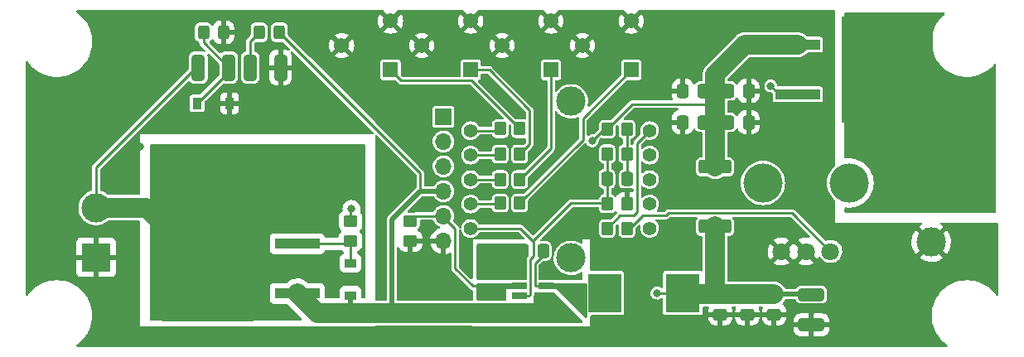
<source format=gbl>
G04 #@! TF.GenerationSoftware,KiCad,Pcbnew,(6.0.9)*
G04 #@! TF.CreationDate,2022-12-04T16:35:20+01:00*
G04 #@! TF.ProjectId,HeaterPSU,48656174-6572-4505-9355-2e6b69636164,rev?*
G04 #@! TF.SameCoordinates,Original*
G04 #@! TF.FileFunction,Copper,L2,Bot*
G04 #@! TF.FilePolarity,Positive*
%FSLAX46Y46*%
G04 Gerber Fmt 4.6, Leading zero omitted, Abs format (unit mm)*
G04 Created by KiCad (PCBNEW (6.0.9)) date 2022-12-04 16:35:20*
%MOMM*%
%LPD*%
G01*
G04 APERTURE LIST*
G04 Aperture macros list*
%AMRoundRect*
0 Rectangle with rounded corners*
0 $1 Rounding radius*
0 $2 $3 $4 $5 $6 $7 $8 $9 X,Y pos of 4 corners*
0 Add a 4 corners polygon primitive as box body*
4,1,4,$2,$3,$4,$5,$6,$7,$8,$9,$2,$3,0*
0 Add four circle primitives for the rounded corners*
1,1,$1+$1,$2,$3*
1,1,$1+$1,$4,$5*
1,1,$1+$1,$6,$7*
1,1,$1+$1,$8,$9*
0 Add four rect primitives between the rounded corners*
20,1,$1+$1,$2,$3,$4,$5,0*
20,1,$1+$1,$4,$5,$6,$7,0*
20,1,$1+$1,$6,$7,$8,$9,0*
20,1,$1+$1,$8,$9,$2,$3,0*%
G04 Aperture macros list end*
G04 #@! TA.AperFunction,SMDPad,CuDef*
%ADD10RoundRect,0.250000X-0.337500X-0.475000X0.337500X-0.475000X0.337500X0.475000X-0.337500X0.475000X0*%
G04 #@! TD*
G04 #@! TA.AperFunction,SMDPad,CuDef*
%ADD11RoundRect,0.250000X0.475000X-0.337500X0.475000X0.337500X-0.475000X0.337500X-0.475000X-0.337500X0*%
G04 #@! TD*
G04 #@! TA.AperFunction,SMDPad,CuDef*
%ADD12RoundRect,0.250000X0.337500X0.475000X-0.337500X0.475000X-0.337500X-0.475000X0.337500X-0.475000X0*%
G04 #@! TD*
G04 #@! TA.AperFunction,WasherPad*
%ADD13C,4.000000*%
G04 #@! TD*
G04 #@! TA.AperFunction,ComponentPad*
%ADD14C,1.800000*%
G04 #@! TD*
G04 #@! TA.AperFunction,SMDPad,CuDef*
%ADD15RoundRect,0.250000X0.450000X-0.350000X0.450000X0.350000X-0.450000X0.350000X-0.450000X-0.350000X0*%
G04 #@! TD*
G04 #@! TA.AperFunction,ComponentPad*
%ADD16R,1.700000X1.700000*%
G04 #@! TD*
G04 #@! TA.AperFunction,ComponentPad*
%ADD17O,1.700000X1.700000*%
G04 #@! TD*
G04 #@! TA.AperFunction,SMDPad,CuDef*
%ADD18R,4.600000X1.100000*%
G04 #@! TD*
G04 #@! TA.AperFunction,SMDPad,CuDef*
%ADD19R,9.400000X10.800000*%
G04 #@! TD*
G04 #@! TA.AperFunction,SMDPad,CuDef*
%ADD20RoundRect,0.250000X-1.075000X0.400000X-1.075000X-0.400000X1.075000X-0.400000X1.075000X0.400000X0*%
G04 #@! TD*
G04 #@! TA.AperFunction,ComponentPad*
%ADD21C,1.400000*%
G04 #@! TD*
G04 #@! TA.AperFunction,ComponentPad*
%ADD22C,3.000000*%
G04 #@! TD*
G04 #@! TA.AperFunction,SMDPad,CuDef*
%ADD23RoundRect,0.249999X1.425001X-0.450001X1.425001X0.450001X-1.425001X0.450001X-1.425001X-0.450001X0*%
G04 #@! TD*
G04 #@! TA.AperFunction,ComponentPad*
%ADD24R,1.550000X1.550000*%
G04 #@! TD*
G04 #@! TA.AperFunction,ComponentPad*
%ADD25C,1.550000*%
G04 #@! TD*
G04 #@! TA.AperFunction,SMDPad,CuDef*
%ADD26RoundRect,0.250000X-0.350000X-0.450000X0.350000X-0.450000X0.350000X0.450000X-0.350000X0.450000X0*%
G04 #@! TD*
G04 #@! TA.AperFunction,SMDPad,CuDef*
%ADD27R,3.500000X4.000000*%
G04 #@! TD*
G04 #@! TA.AperFunction,SMDPad,CuDef*
%ADD28RoundRect,0.250000X-0.325000X-0.450000X0.325000X-0.450000X0.325000X0.450000X-0.325000X0.450000X0*%
G04 #@! TD*
G04 #@! TA.AperFunction,SMDPad,CuDef*
%ADD29RoundRect,0.250000X0.400000X1.075000X-0.400000X1.075000X-0.400000X-1.075000X0.400000X-1.075000X0*%
G04 #@! TD*
G04 #@! TA.AperFunction,SMDPad,CuDef*
%ADD30RoundRect,0.250000X-0.450000X0.350000X-0.450000X-0.350000X0.450000X-0.350000X0.450000X0.350000X0*%
G04 #@! TD*
G04 #@! TA.AperFunction,ComponentPad*
%ADD31R,3.000000X3.000000*%
G04 #@! TD*
G04 #@! TA.AperFunction,SMDPad,CuDef*
%ADD32R,1.560000X0.650000*%
G04 #@! TD*
G04 #@! TA.AperFunction,SMDPad,CuDef*
%ADD33R,1.200000X0.900000*%
G04 #@! TD*
G04 #@! TA.AperFunction,SMDPad,CuDef*
%ADD34R,0.900000X1.200000*%
G04 #@! TD*
G04 #@! TA.AperFunction,SMDPad,CuDef*
%ADD35RoundRect,0.250000X0.350000X0.450000X-0.350000X0.450000X-0.350000X-0.450000X0.350000X-0.450000X0*%
G04 #@! TD*
G04 #@! TA.AperFunction,ViaPad*
%ADD36C,0.800000*%
G04 #@! TD*
G04 #@! TA.AperFunction,Conductor*
%ADD37C,0.250000*%
G04 #@! TD*
G04 #@! TA.AperFunction,Conductor*
%ADD38C,2.000000*%
G04 #@! TD*
G04 #@! TA.AperFunction,Conductor*
%ADD39C,0.500000*%
G04 #@! TD*
G04 APERTURE END LIST*
D10*
X122462500Y-53550000D03*
X124537500Y-53550000D03*
X122462500Y-56750000D03*
X124537500Y-56750000D03*
D11*
X131800000Y-76387500D03*
X131800000Y-74312500D03*
D12*
X129187500Y-56750000D03*
X127112500Y-56750000D03*
X129187500Y-53550000D03*
X127112500Y-53550000D03*
D13*
X130650000Y-62950000D03*
X139450000Y-62950000D03*
D14*
X137550000Y-69950000D03*
X135050000Y-69950000D03*
X132550000Y-69950000D03*
D15*
X94625000Y-68875000D03*
X94625000Y-66875000D03*
D16*
X98000000Y-56175000D03*
D17*
X98000000Y-58715000D03*
X98000000Y-61255000D03*
X98000000Y-63795000D03*
X98000000Y-66335000D03*
X98000000Y-68875000D03*
D18*
X134200000Y-48810000D03*
D19*
X143350000Y-51350000D03*
D18*
X134200000Y-53890000D03*
D11*
X126300000Y-76387500D03*
X126300000Y-74312500D03*
X129050000Y-76387500D03*
X129050000Y-74312500D03*
D20*
X135600000Y-77450000D03*
X135600000Y-74350000D03*
D21*
X100775000Y-67600000D03*
X100775000Y-65100000D03*
X100775000Y-62600000D03*
X100775000Y-60100000D03*
X100775000Y-57600000D03*
X119075000Y-57600000D03*
X119075000Y-60100000D03*
X119075000Y-62600000D03*
X119075000Y-65100000D03*
X119075000Y-67600000D03*
D22*
X111025000Y-54600000D03*
X111025000Y-70600000D03*
D23*
X125750000Y-67400000D03*
X125750000Y-61300000D03*
D18*
X83075000Y-69160000D03*
D19*
X73925000Y-71700000D03*
D18*
X83075000Y-74240000D03*
D24*
X100794058Y-51400000D03*
D25*
X95794058Y-48900000D03*
X100794058Y-46400000D03*
D26*
X114750000Y-57450000D03*
X116750000Y-57450000D03*
D27*
X114450000Y-74200000D03*
X122450000Y-74200000D03*
D26*
X114750000Y-65077500D03*
X116750000Y-65077500D03*
D28*
X79175000Y-47550000D03*
X81225000Y-47550000D03*
D29*
X76050000Y-51150000D03*
X72950000Y-51150000D03*
D30*
X88500000Y-68850000D03*
X88500000Y-66850000D03*
D10*
X114712500Y-62525000D03*
X116787500Y-62525000D03*
D26*
X103800000Y-65000000D03*
X105800000Y-65000000D03*
D31*
X147850000Y-63910000D03*
D22*
X147850000Y-68990000D03*
D32*
X108450000Y-72550000D03*
X108450000Y-73500000D03*
X108450000Y-74450000D03*
X105750000Y-74450000D03*
X105750000Y-73500000D03*
X105750000Y-72550000D03*
D29*
X81350000Y-51150000D03*
X78250000Y-51150000D03*
D12*
X108187500Y-69900000D03*
X106112500Y-69900000D03*
D26*
X114750000Y-67600000D03*
X116750000Y-67600000D03*
D24*
X108994058Y-51400000D03*
D25*
X103994058Y-48900000D03*
X108994058Y-46400000D03*
D26*
X103800000Y-60000000D03*
X105800000Y-60000000D03*
D24*
X117194058Y-51400000D03*
D25*
X112194058Y-48900000D03*
X117194058Y-46400000D03*
D11*
X105700000Y-78337500D03*
X105700000Y-76262500D03*
D28*
X73475000Y-47550000D03*
X75525000Y-47550000D03*
D24*
X92594058Y-51400000D03*
D25*
X87594058Y-48900000D03*
X92594058Y-46400000D03*
D26*
X103800000Y-62600000D03*
X105800000Y-62600000D03*
D33*
X88500000Y-74450000D03*
X88500000Y-71150000D03*
D26*
X103800000Y-57400000D03*
X105800000Y-57400000D03*
D11*
X108450000Y-78337500D03*
X108450000Y-76262500D03*
D34*
X76150000Y-54800000D03*
X72850000Y-54800000D03*
D35*
X116750000Y-59972500D03*
X114750000Y-59972500D03*
D31*
X62500000Y-70540000D03*
D22*
X62500000Y-65460000D03*
D36*
X92400000Y-63200000D03*
X88600000Y-65600000D03*
X100300000Y-71300000D03*
X122800000Y-49700000D03*
X105200000Y-55400000D03*
X56300000Y-52800000D03*
X62500000Y-46300000D03*
X152300000Y-67700000D03*
X135900000Y-46800000D03*
X121300000Y-58900000D03*
X120600000Y-53700000D03*
X130700000Y-55100000D03*
X126300000Y-78200000D03*
X129100000Y-78200000D03*
X131800000Y-78200000D03*
X96200000Y-73200000D03*
X124450000Y-47925000D03*
X113200000Y-58650000D03*
X119825000Y-74200000D03*
X118475000Y-48825000D03*
X131450000Y-53025000D03*
X130240000Y-48810000D03*
X137100000Y-66400000D03*
X82600000Y-78700000D03*
X66000000Y-75000000D03*
X80600000Y-78700000D03*
X77450000Y-47550000D03*
X66000000Y-78000000D03*
X109100000Y-71800000D03*
X147250000Y-74050000D03*
X66000000Y-77000000D03*
X81600000Y-78700000D03*
X134350000Y-58400000D03*
X102500000Y-79000000D03*
X62650000Y-54150000D03*
X108200000Y-71800000D03*
X83250000Y-54250000D03*
X62500000Y-57650000D03*
X110200000Y-57700000D03*
X66000000Y-69000000D03*
X112000000Y-66500000D03*
X93000000Y-56750000D03*
X107000000Y-66500000D03*
X66000000Y-62000000D03*
X111000000Y-79000000D03*
X101900000Y-48950000D03*
X66000000Y-76000000D03*
X66000000Y-70000000D03*
X66000000Y-72000000D03*
X116550000Y-49350000D03*
X117200000Y-69850000D03*
X118000000Y-79000000D03*
X67000000Y-59200000D03*
X66000000Y-71000000D03*
D37*
X95630000Y-61955000D02*
X81225000Y-47550000D01*
X95630000Y-63795000D02*
X95630000Y-61955000D01*
X88500000Y-65700000D02*
X88600000Y-65600000D01*
X88500000Y-66850000D02*
X88500000Y-65700000D01*
X98000000Y-66400000D02*
X98000000Y-66335000D01*
X99200000Y-67600000D02*
X98000000Y-66400000D01*
X99200000Y-71700000D02*
X99200000Y-67600000D01*
X105750000Y-73500000D02*
X101000000Y-73500000D01*
X101000000Y-73500000D02*
X99200000Y-71700000D01*
X114400000Y-57450000D02*
X113200000Y-58650000D01*
X114750000Y-57450000D02*
X114400000Y-57450000D01*
X125750000Y-54900000D02*
X117300000Y-54900000D01*
D38*
X125750000Y-54900000D02*
X125750000Y-51850000D01*
X125750000Y-61300000D02*
X125750000Y-54900000D01*
D37*
X117300000Y-54900000D02*
X114750000Y-57450000D01*
X122450000Y-74200000D02*
X119825000Y-74200000D01*
X120750000Y-66275000D02*
X118375000Y-66275000D01*
X118375000Y-66275000D02*
X117050000Y-67600000D01*
X121000000Y-66025000D02*
X120750000Y-66275000D01*
X133625000Y-66025000D02*
X121000000Y-66025000D01*
X137550000Y-69950000D02*
X133625000Y-66025000D01*
X131450000Y-53025000D02*
X132315000Y-53890000D01*
X132315000Y-53890000D02*
X134200000Y-53890000D01*
D39*
X92737500Y-66687500D02*
X92737500Y-76262500D01*
D38*
X92737500Y-76262500D02*
X89062500Y-76262500D01*
D39*
X98000000Y-63795000D02*
X95630000Y-63795000D01*
X95630000Y-63795000D02*
X92737500Y-66687500D01*
D38*
X95187500Y-76262500D02*
X92737500Y-76262500D01*
D37*
X95165000Y-66335000D02*
X98000000Y-66335000D01*
X94625000Y-66875000D02*
X95165000Y-66335000D01*
D38*
X128790000Y-48810000D02*
X130240000Y-48810000D01*
X130240000Y-48810000D02*
X134200000Y-48810000D01*
X125750000Y-67400000D02*
X125750000Y-73550000D01*
X126512500Y-74312500D02*
X122562500Y-74312500D01*
X131800000Y-74312500D02*
X126512500Y-74312500D01*
X122562500Y-74312500D02*
X122450000Y-74200000D01*
X125750000Y-51850000D02*
X128790000Y-48810000D01*
D39*
X135562500Y-74312500D02*
X135600000Y-74350000D01*
X131800000Y-74312500D02*
X135562500Y-74312500D01*
D37*
X112275000Y-58525000D02*
X105800000Y-65000000D01*
X117194058Y-51400000D02*
X112275000Y-56319058D01*
X112275000Y-56319058D02*
X112275000Y-58525000D01*
X108994058Y-59405942D02*
X105800000Y-62600000D01*
X108994058Y-51400000D02*
X108994058Y-59405942D01*
X106800000Y-55500000D02*
X102700000Y-51400000D01*
X102700000Y-51400000D02*
X100794058Y-51400000D01*
X106800000Y-59000000D02*
X106800000Y-55500000D01*
X105800000Y-60000000D02*
X106800000Y-59000000D01*
X100900000Y-52500000D02*
X105800000Y-57400000D01*
X93694058Y-52500000D02*
X100900000Y-52500000D01*
X92594058Y-51400000D02*
X93694058Y-52500000D01*
D38*
X108450000Y-76262500D02*
X95187500Y-76262500D01*
X89062500Y-76262500D02*
X85097500Y-76262500D01*
D39*
X88500000Y-74450000D02*
X88500000Y-75700000D01*
X88500000Y-75700000D02*
X89062500Y-76262500D01*
D38*
X67685000Y-65460000D02*
X62500000Y-65460000D01*
X73925000Y-71700000D02*
X67685000Y-65460000D01*
D37*
X88190000Y-69160000D02*
X88500000Y-68850000D01*
X83075000Y-69160000D02*
X88190000Y-69160000D01*
X88500000Y-71150000D02*
X88500000Y-68850000D01*
D38*
X85097500Y-76262500D02*
X83075000Y-74240000D01*
D37*
X108187500Y-70312500D02*
X108187500Y-69900000D01*
X108450000Y-73500000D02*
X107420000Y-73500000D01*
X107420000Y-73500000D02*
X107345000Y-73425000D01*
X107345000Y-73425000D02*
X107345000Y-71155000D01*
X107345000Y-71155000D02*
X108187500Y-70312500D01*
X116750000Y-57450000D02*
X116750000Y-62562500D01*
X111050000Y-65000000D02*
X114750000Y-65000000D01*
X107250000Y-70388173D02*
X107250000Y-68975000D01*
X107250000Y-68975000D02*
X107250000Y-68800000D01*
X106780000Y-74450000D02*
X106895000Y-74335000D01*
X106895000Y-70743173D02*
X107250000Y-70388173D01*
X105750000Y-74450000D02*
X106780000Y-74450000D01*
X105875000Y-67600000D02*
X107250000Y-68975000D01*
X106895000Y-74335000D02*
X106895000Y-70743173D01*
X107250000Y-68800000D02*
X111050000Y-65000000D01*
X114750000Y-60000000D02*
X114750000Y-65000000D01*
X100775000Y-67600000D02*
X105875000Y-67600000D01*
X78250000Y-48475000D02*
X79175000Y-47550000D01*
X78250000Y-51150000D02*
X78250000Y-48475000D01*
X73475000Y-48575000D02*
X76050000Y-51150000D01*
X72850000Y-54800000D02*
X76050000Y-51600000D01*
X76050000Y-51600000D02*
X76050000Y-51150000D01*
X73475000Y-48575000D02*
X73475000Y-47550000D01*
X62500000Y-65460000D02*
X62500000Y-61350000D01*
X62500000Y-61350000D02*
X72950000Y-50900000D01*
X116050000Y-66300000D02*
X114750000Y-67600000D01*
X117450000Y-66300000D02*
X116050000Y-66300000D01*
X117800000Y-58875000D02*
X117800000Y-65950000D01*
X117800000Y-65950000D02*
X117450000Y-66300000D01*
X119075000Y-57600000D02*
X117800000Y-58875000D01*
X103800000Y-57400000D02*
X103600000Y-57600000D01*
X103600000Y-57600000D02*
X100775000Y-57600000D01*
X103800000Y-60000000D02*
X103700000Y-60100000D01*
X103700000Y-60100000D02*
X100775000Y-60100000D01*
X103800000Y-62600000D02*
X100775000Y-62600000D01*
X103700000Y-65100000D02*
X100775000Y-65100000D01*
X103800000Y-65000000D02*
X103700000Y-65100000D01*
G04 #@! TA.AperFunction,Conductor*
G36*
X106442121Y-69170002D02*
G01*
X106488614Y-69223658D01*
X106500000Y-69276000D01*
X106500000Y-72724000D01*
X106479998Y-72792121D01*
X106426342Y-72838614D01*
X106374000Y-72850000D01*
X101526000Y-72850000D01*
X101457879Y-72829998D01*
X101411386Y-72776342D01*
X101400000Y-72724000D01*
X101400000Y-69276000D01*
X101420002Y-69207879D01*
X101473658Y-69161386D01*
X101526000Y-69150000D01*
X106374000Y-69150000D01*
X106442121Y-69170002D01*
G37*
G04 #@! TD.AperFunction*
G04 #@! TA.AperFunction,Conductor*
G36*
X113000000Y-79745500D02*
G01*
X101000000Y-79745500D01*
X101000000Y-77600000D01*
X113000000Y-77600000D01*
X113000000Y-79745500D01*
G37*
G04 #@! TD.AperFunction*
G04 #@! TA.AperFunction,Conductor*
G36*
X106457621Y-73220002D02*
G01*
X106504114Y-73273658D01*
X106515500Y-73326000D01*
X106515500Y-73674000D01*
X106495498Y-73742121D01*
X106441842Y-73788614D01*
X106389500Y-73800000D01*
X104400000Y-73800000D01*
X104400000Y-74874000D01*
X104379998Y-74942121D01*
X104326342Y-74988614D01*
X104274000Y-75000000D01*
X101526000Y-75000000D01*
X101457879Y-74979998D01*
X101411386Y-74926342D01*
X101400000Y-74874000D01*
X101400000Y-73326000D01*
X101420002Y-73257879D01*
X101473658Y-73211386D01*
X101526000Y-73200000D01*
X106389500Y-73200000D01*
X106457621Y-73220002D01*
G37*
G04 #@! TD.AperFunction*
G04 #@! TA.AperFunction,Conductor*
G36*
X100954747Y-77537002D02*
G01*
X101000000Y-77589227D01*
X101000000Y-79745500D01*
X91000000Y-79745500D01*
X91000000Y-77592206D01*
X91017943Y-77571499D01*
X91027548Y-77553907D01*
X91089860Y-77519880D01*
X91116646Y-77517000D01*
X100886626Y-77517000D01*
X100954747Y-77537002D01*
G37*
G04 #@! TD.AperFunction*
G04 #@! TA.AperFunction,Conductor*
G36*
X113837621Y-65399502D02*
G01*
X113884114Y-65453158D01*
X113895500Y-65505500D01*
X113895500Y-65575256D01*
X113902202Y-65636948D01*
X113904974Y-65644341D01*
X113904974Y-65644343D01*
X113912643Y-65664799D01*
X113952929Y-65772264D01*
X113958309Y-65779443D01*
X113958311Y-65779446D01*
X113981513Y-65810404D01*
X114039596Y-65887904D01*
X114046776Y-65893285D01*
X114148054Y-65969189D01*
X114148057Y-65969191D01*
X114155236Y-65974571D01*
X114224397Y-66000498D01*
X114283157Y-66022526D01*
X114283159Y-66022526D01*
X114290552Y-66025298D01*
X114298402Y-66026151D01*
X114298403Y-66026151D01*
X114348847Y-66031631D01*
X114352244Y-66032000D01*
X115147756Y-66032000D01*
X115151153Y-66031631D01*
X115201597Y-66026151D01*
X115201598Y-66026151D01*
X115209448Y-66025298D01*
X115216841Y-66022526D01*
X115216843Y-66022526D01*
X115275603Y-66000498D01*
X115344764Y-65974571D01*
X115351943Y-65969191D01*
X115351946Y-65969189D01*
X115453224Y-65893285D01*
X115460404Y-65887904D01*
X115498589Y-65836954D01*
X115555446Y-65794441D01*
X115626264Y-65789415D01*
X115688558Y-65823475D01*
X115708287Y-65851614D01*
X115708906Y-65851231D01*
X115753180Y-65922776D01*
X115772018Y-65991228D01*
X115750857Y-66058998D01*
X115735131Y-66078175D01*
X115204711Y-66608595D01*
X115142399Y-66642621D01*
X115115616Y-66645500D01*
X114352244Y-66645500D01*
X114348848Y-66645869D01*
X114348847Y-66645869D01*
X114298403Y-66651349D01*
X114298402Y-66651349D01*
X114290552Y-66652202D01*
X114283159Y-66654974D01*
X114283157Y-66654974D01*
X114271564Y-66659320D01*
X114155236Y-66702929D01*
X114148057Y-66708309D01*
X114148054Y-66708311D01*
X114062860Y-66772161D01*
X114039596Y-66789596D01*
X114034215Y-66796776D01*
X113958311Y-66898054D01*
X113958309Y-66898057D01*
X113952929Y-66905236D01*
X113902202Y-67040552D01*
X113895500Y-67102244D01*
X113895500Y-68097756D01*
X113902202Y-68159448D01*
X113952929Y-68294764D01*
X113958309Y-68301943D01*
X113958311Y-68301946D01*
X113997698Y-68354500D01*
X114039596Y-68410404D01*
X114046776Y-68415785D01*
X114148054Y-68491689D01*
X114148057Y-68491691D01*
X114155236Y-68497071D01*
X114244954Y-68530704D01*
X114283157Y-68545026D01*
X114283159Y-68545026D01*
X114290552Y-68547798D01*
X114298402Y-68548651D01*
X114298403Y-68548651D01*
X114348847Y-68554131D01*
X114352244Y-68554500D01*
X115147756Y-68554500D01*
X115151153Y-68554131D01*
X115201597Y-68548651D01*
X115201598Y-68548651D01*
X115209448Y-68547798D01*
X115216841Y-68545026D01*
X115216843Y-68545026D01*
X115255046Y-68530704D01*
X115344764Y-68497071D01*
X115351943Y-68491691D01*
X115351946Y-68491689D01*
X115453224Y-68415785D01*
X115460404Y-68410404D01*
X115502302Y-68354500D01*
X115541689Y-68301946D01*
X115541691Y-68301943D01*
X115547071Y-68294764D01*
X115597798Y-68159448D01*
X115604500Y-68097756D01*
X115604500Y-67334384D01*
X115624502Y-67266263D01*
X115641405Y-67245289D01*
X115680405Y-67206289D01*
X115742717Y-67172263D01*
X115813532Y-67177328D01*
X115870368Y-67219875D01*
X115895179Y-67286395D01*
X115895500Y-67295384D01*
X115895500Y-68097756D01*
X115902202Y-68159448D01*
X115952929Y-68294764D01*
X115958309Y-68301943D01*
X115958311Y-68301946D01*
X115997698Y-68354500D01*
X116039596Y-68410404D01*
X116046776Y-68415785D01*
X116148054Y-68491689D01*
X116148057Y-68491691D01*
X116155236Y-68497071D01*
X116244954Y-68530704D01*
X116283157Y-68545026D01*
X116283159Y-68545026D01*
X116290552Y-68547798D01*
X116298402Y-68548651D01*
X116298403Y-68548651D01*
X116348847Y-68554131D01*
X116352244Y-68554500D01*
X117147756Y-68554500D01*
X117151153Y-68554131D01*
X117201597Y-68548651D01*
X117201598Y-68548651D01*
X117209448Y-68547798D01*
X117216841Y-68545026D01*
X117216843Y-68545026D01*
X117255046Y-68530704D01*
X117344764Y-68497071D01*
X117351943Y-68491691D01*
X117351946Y-68491689D01*
X117453224Y-68415785D01*
X117460404Y-68410404D01*
X117502302Y-68354500D01*
X117541689Y-68301946D01*
X117541691Y-68301943D01*
X117547071Y-68294764D01*
X117597798Y-68159448D01*
X117604500Y-68097756D01*
X117604500Y-67634384D01*
X117624502Y-67566263D01*
X117641405Y-67545289D01*
X117934308Y-67252386D01*
X117996620Y-67218360D01*
X118067435Y-67223425D01*
X118124271Y-67265972D01*
X118149082Y-67332492D01*
X118143505Y-67379579D01*
X118140218Y-67389942D01*
X118136841Y-67400588D01*
X118115975Y-67586609D01*
X118121470Y-67652046D01*
X118127600Y-67725036D01*
X118131639Y-67773139D01*
X118133338Y-67779064D01*
X118174396Y-67922249D01*
X118183235Y-67953075D01*
X118186050Y-67958552D01*
X118186051Y-67958555D01*
X118236744Y-68057193D01*
X118268797Y-68119562D01*
X118272620Y-68124386D01*
X118272623Y-68124390D01*
X118345063Y-68215786D01*
X118385068Y-68266259D01*
X118389762Y-68270254D01*
X118513771Y-68375794D01*
X118527618Y-68387579D01*
X118532996Y-68390585D01*
X118532998Y-68390586D01*
X118572366Y-68412588D01*
X118691018Y-68478900D01*
X118869043Y-68536744D01*
X119054914Y-68558908D01*
X119061049Y-68558436D01*
X119061051Y-68558436D01*
X119235408Y-68545020D01*
X119235413Y-68545019D01*
X119241549Y-68544547D01*
X119247479Y-68542891D01*
X119247481Y-68542891D01*
X119415913Y-68495864D01*
X119415912Y-68495864D01*
X119421841Y-68494209D01*
X119440102Y-68484985D01*
X119552598Y-68428158D01*
X119588921Y-68409810D01*
X119617376Y-68387579D01*
X119731571Y-68298360D01*
X119731572Y-68298360D01*
X119736427Y-68294566D01*
X119846674Y-68166843D01*
X119854709Y-68157535D01*
X119854710Y-68157533D01*
X119858738Y-68152867D01*
X119861784Y-68147506D01*
X119890045Y-68097756D01*
X119951198Y-67990108D01*
X120010283Y-67812491D01*
X120033744Y-67626780D01*
X120034118Y-67600000D01*
X120015852Y-67413706D01*
X119961749Y-67234509D01*
X119953341Y-67218696D01*
X119876764Y-67074674D01*
X119876762Y-67074671D01*
X119873870Y-67069232D01*
X119869980Y-67064462D01*
X119869977Y-67064458D01*
X119759457Y-66928948D01*
X119759454Y-66928945D01*
X119755562Y-66924173D01*
X119729054Y-66902243D01*
X119699246Y-66877584D01*
X119659508Y-66818751D01*
X119657887Y-66747772D01*
X119694896Y-66687185D01*
X119758786Y-66656225D01*
X119779562Y-66654500D01*
X120696080Y-66654500D01*
X120720028Y-66657049D01*
X120721693Y-66657128D01*
X120731876Y-66659320D01*
X120742217Y-66658096D01*
X120765223Y-66655373D01*
X120771154Y-66655023D01*
X120771146Y-66654928D01*
X120776324Y-66654500D01*
X120781524Y-66654500D01*
X120786653Y-66653646D01*
X120786656Y-66653646D01*
X120800565Y-66651331D01*
X120806443Y-66650494D01*
X120847001Y-66645694D01*
X120847002Y-66645694D01*
X120857341Y-66644470D01*
X120865593Y-66640507D01*
X120874626Y-66639004D01*
X120883795Y-66634057D01*
X120883797Y-66634056D01*
X120919732Y-66614666D01*
X120925025Y-66611969D01*
X120964082Y-66593215D01*
X120964086Y-66593212D01*
X120971232Y-66589781D01*
X120975508Y-66586186D01*
X120977431Y-66584263D01*
X120979363Y-66582491D01*
X120979442Y-66582448D01*
X120979555Y-66582572D01*
X120980095Y-66582096D01*
X120985814Y-66579010D01*
X121022417Y-66539413D01*
X121025846Y-66535848D01*
X121120289Y-66441405D01*
X121182601Y-66407379D01*
X121209384Y-66404500D01*
X123851427Y-66404500D01*
X123919548Y-66424502D01*
X123966041Y-66478158D01*
X123976145Y-66548432D01*
X123952253Y-66606065D01*
X123883311Y-66698053D01*
X123883309Y-66698056D01*
X123877929Y-66705235D01*
X123827202Y-66840551D01*
X123826349Y-66848401D01*
X123826349Y-66848402D01*
X123821872Y-66889616D01*
X123820500Y-66902243D01*
X123820501Y-67897756D01*
X123820870Y-67901150D01*
X123820870Y-67901156D01*
X123823250Y-67923063D01*
X123827202Y-67959449D01*
X123877929Y-68094765D01*
X123883309Y-68101944D01*
X123883311Y-68101947D01*
X123959214Y-68203223D01*
X123964596Y-68210404D01*
X123971777Y-68215786D01*
X124073053Y-68291689D01*
X124073056Y-68291691D01*
X124080235Y-68297071D01*
X124169953Y-68330704D01*
X124208156Y-68345026D01*
X124208158Y-68345026D01*
X124215551Y-68347798D01*
X124223401Y-68348651D01*
X124223402Y-68348651D01*
X124252923Y-68351858D01*
X124277243Y-68354500D01*
X124369500Y-68354500D01*
X124437621Y-68374502D01*
X124484114Y-68428158D01*
X124495500Y-68480500D01*
X124495500Y-71855633D01*
X124475498Y-71923754D01*
X124421842Y-71970247D01*
X124351568Y-71980351D01*
X124322251Y-71969095D01*
X124321085Y-71971910D01*
X124309621Y-71967161D01*
X124299301Y-71960266D01*
X124225067Y-71945500D01*
X122450287Y-71945500D01*
X120674934Y-71945501D01*
X120639182Y-71952612D01*
X120612874Y-71957844D01*
X120612872Y-71957845D01*
X120600699Y-71960266D01*
X120590379Y-71967161D01*
X120590378Y-71967162D01*
X120577382Y-71975846D01*
X120516516Y-72016516D01*
X120460266Y-72100699D01*
X120445500Y-72174933D01*
X120445500Y-73595188D01*
X120425498Y-73663309D01*
X120371842Y-73709802D01*
X120301568Y-73719906D01*
X120235682Y-73689265D01*
X120206951Y-73663667D01*
X120206945Y-73663663D01*
X120201275Y-73658611D01*
X120193889Y-73654700D01*
X120067988Y-73588039D01*
X120067989Y-73588039D01*
X120061274Y-73584484D01*
X119907633Y-73545892D01*
X119900034Y-73545852D01*
X119900033Y-73545852D01*
X119834181Y-73545507D01*
X119749221Y-73545062D01*
X119741841Y-73546834D01*
X119741839Y-73546834D01*
X119602563Y-73580271D01*
X119602560Y-73580272D01*
X119595184Y-73582043D01*
X119454414Y-73654700D01*
X119335039Y-73758838D01*
X119243950Y-73888444D01*
X119233945Y-73914106D01*
X119190437Y-74025699D01*
X119186406Y-74036037D01*
X119165729Y-74193096D01*
X119166563Y-74200646D01*
X119180500Y-74326882D01*
X119183113Y-74350553D01*
X119237553Y-74499319D01*
X119325908Y-74630805D01*
X119331527Y-74635918D01*
X119331528Y-74635919D01*
X119437460Y-74732309D01*
X119443076Y-74737419D01*
X119582293Y-74813008D01*
X119735522Y-74853207D01*
X119819477Y-74854526D01*
X119886319Y-74855576D01*
X119886322Y-74855576D01*
X119893916Y-74855695D01*
X120048332Y-74820329D01*
X120118742Y-74784917D01*
X120183072Y-74752563D01*
X120183075Y-74752561D01*
X120189855Y-74749151D01*
X120195626Y-74744222D01*
X120195629Y-74744220D01*
X120237670Y-74708313D01*
X120302460Y-74679282D01*
X120372660Y-74689887D01*
X120425983Y-74736762D01*
X120445501Y-74804124D01*
X120445501Y-76225066D01*
X120460266Y-76299301D01*
X120516516Y-76383484D01*
X120600699Y-76439734D01*
X120674933Y-76454500D01*
X122449713Y-76454500D01*
X124225066Y-76454499D01*
X124265273Y-76446502D01*
X124287126Y-76442156D01*
X124287128Y-76442155D01*
X124299301Y-76439734D01*
X124309621Y-76432839D01*
X124309622Y-76432838D01*
X124373168Y-76390377D01*
X124383484Y-76383484D01*
X124439734Y-76299301D01*
X124454500Y-76225067D01*
X124454500Y-75693000D01*
X124474502Y-75624879D01*
X124528158Y-75578386D01*
X124580500Y-75567000D01*
X125012027Y-75567000D01*
X125080148Y-75587002D01*
X125126641Y-75640658D01*
X125136745Y-75710932D01*
X125131620Y-75732668D01*
X125079862Y-75888710D01*
X125076995Y-75902086D01*
X125067328Y-75996438D01*
X125067000Y-76002855D01*
X125067000Y-76115385D01*
X125071475Y-76130624D01*
X125072865Y-76131829D01*
X125080548Y-76133500D01*
X127514884Y-76133500D01*
X127530123Y-76129025D01*
X127531328Y-76127635D01*
X127532999Y-76119952D01*
X127532999Y-76002905D01*
X127532662Y-75996386D01*
X127522743Y-75900794D01*
X127519850Y-75887397D01*
X127468299Y-75732875D01*
X127465715Y-75661926D01*
X127501899Y-75600842D01*
X127565363Y-75569018D01*
X127587823Y-75567000D01*
X127762027Y-75567000D01*
X127830148Y-75587002D01*
X127876641Y-75640658D01*
X127886745Y-75710932D01*
X127881620Y-75732668D01*
X127829862Y-75888710D01*
X127826995Y-75902086D01*
X127817328Y-75996438D01*
X127817000Y-76002855D01*
X127817000Y-76115385D01*
X127821475Y-76130624D01*
X127822865Y-76131829D01*
X127830548Y-76133500D01*
X130264884Y-76133500D01*
X130280123Y-76129025D01*
X130281328Y-76127635D01*
X130282999Y-76119952D01*
X130282999Y-76002905D01*
X130282662Y-75996386D01*
X130272743Y-75900794D01*
X130269850Y-75887397D01*
X130218299Y-75732875D01*
X130215715Y-75661926D01*
X130251899Y-75600842D01*
X130315363Y-75569018D01*
X130337823Y-75567000D01*
X130512027Y-75567000D01*
X130580148Y-75587002D01*
X130626641Y-75640658D01*
X130636745Y-75710932D01*
X130631620Y-75732668D01*
X130579862Y-75888710D01*
X130576995Y-75902086D01*
X130567328Y-75996438D01*
X130567000Y-76002855D01*
X130567000Y-76115385D01*
X130571475Y-76130624D01*
X130572865Y-76131829D01*
X130580548Y-76133500D01*
X133014884Y-76133500D01*
X133030123Y-76129025D01*
X133031328Y-76127635D01*
X133032999Y-76119952D01*
X133032999Y-76002905D01*
X133032662Y-75996386D01*
X133022743Y-75900794D01*
X133019851Y-75887400D01*
X132968412Y-75733216D01*
X132962239Y-75720038D01*
X132876937Y-75582193D01*
X132867901Y-75570792D01*
X132753171Y-75456261D01*
X132741760Y-75447249D01*
X132690988Y-75415953D01*
X132643495Y-75363181D01*
X132632071Y-75293109D01*
X132660345Y-75227986D01*
X132666620Y-75221008D01*
X132774969Y-75109201D01*
X132774971Y-75109198D01*
X132778871Y-75105174D01*
X132853063Y-74994764D01*
X132900641Y-74923960D01*
X132900643Y-74923957D01*
X132903770Y-74919303D01*
X132906023Y-74914170D01*
X132906026Y-74914165D01*
X132915600Y-74892354D01*
X132961296Y-74838018D01*
X133030973Y-74817000D01*
X133923961Y-74817000D01*
X133992082Y-74837002D01*
X134038575Y-74890658D01*
X134041943Y-74898771D01*
X134077929Y-74994764D01*
X134083309Y-75001943D01*
X134083311Y-75001946D01*
X134103961Y-75029499D01*
X134164596Y-75110404D01*
X134171776Y-75115785D01*
X134273054Y-75191689D01*
X134273057Y-75191691D01*
X134280236Y-75197071D01*
X134344089Y-75221008D01*
X134408157Y-75245026D01*
X134408159Y-75245026D01*
X134415552Y-75247798D01*
X134423402Y-75248651D01*
X134423403Y-75248651D01*
X134473847Y-75254131D01*
X134477244Y-75254500D01*
X136722756Y-75254500D01*
X136726153Y-75254131D01*
X136776597Y-75248651D01*
X136776598Y-75248651D01*
X136784448Y-75247798D01*
X136791841Y-75245026D01*
X136791843Y-75245026D01*
X136855911Y-75221008D01*
X136919764Y-75197071D01*
X136926943Y-75191691D01*
X136926946Y-75191689D01*
X137028224Y-75115785D01*
X137035404Y-75110404D01*
X137096039Y-75029499D01*
X137116689Y-75001946D01*
X137116691Y-75001943D01*
X137122071Y-74994764D01*
X137172798Y-74859448D01*
X137173686Y-74851279D01*
X137179131Y-74801153D01*
X137179131Y-74801152D01*
X137179500Y-74797756D01*
X137179500Y-73902244D01*
X137172798Y-73840552D01*
X137122071Y-73705236D01*
X137116691Y-73698057D01*
X137116689Y-73698054D01*
X137040785Y-73596776D01*
X137035404Y-73589596D01*
X137014977Y-73574287D01*
X136926946Y-73508311D01*
X136926943Y-73508309D01*
X136919764Y-73502929D01*
X136794977Y-73456149D01*
X136791843Y-73454974D01*
X136791841Y-73454974D01*
X136784448Y-73452202D01*
X136776598Y-73451349D01*
X136776597Y-73451349D01*
X136726153Y-73445869D01*
X136726152Y-73445869D01*
X136722756Y-73445500D01*
X134477244Y-73445500D01*
X134473848Y-73445869D01*
X134473847Y-73445869D01*
X134423403Y-73451349D01*
X134423402Y-73451349D01*
X134415552Y-73452202D01*
X134408159Y-73454974D01*
X134408157Y-73454974D01*
X134405023Y-73456149D01*
X134280236Y-73502929D01*
X134273057Y-73508309D01*
X134273054Y-73508311D01*
X134185023Y-73574287D01*
X134164596Y-73589596D01*
X134159215Y-73596776D01*
X134083311Y-73698054D01*
X134083309Y-73698057D01*
X134077929Y-73705236D01*
X134074779Y-73713640D01*
X134070059Y-73726230D01*
X134027417Y-73782994D01*
X133960856Y-73807694D01*
X133952077Y-73808000D01*
X133028207Y-73808000D01*
X132960086Y-73787998D01*
X132916241Y-73739790D01*
X132866063Y-73642571D01*
X132866063Y-73642570D01*
X132863491Y-73637588D01*
X132727167Y-73459927D01*
X132723021Y-73456154D01*
X132723016Y-73456149D01*
X132565689Y-73312993D01*
X132561536Y-73309214D01*
X132371833Y-73190214D01*
X132164056Y-73106688D01*
X132158564Y-73105551D01*
X132158562Y-73105550D01*
X132014417Y-73075699D01*
X131944772Y-73061276D01*
X131940161Y-73061010D01*
X131940160Y-73061010D01*
X131889775Y-73058105D01*
X131889771Y-73058105D01*
X131887952Y-73058000D01*
X127130500Y-73058000D01*
X127062379Y-73037998D01*
X127015886Y-72984342D01*
X127004500Y-72932000D01*
X127004500Y-71111406D01*
X131753423Y-71111406D01*
X131758704Y-71118461D01*
X131935080Y-71221527D01*
X131944363Y-71225974D01*
X132151003Y-71304883D01*
X132160901Y-71307759D01*
X132377653Y-71351857D01*
X132387883Y-71353076D01*
X132608914Y-71361182D01*
X132619223Y-71360714D01*
X132838623Y-71332608D01*
X132848688Y-71330468D01*
X133060557Y-71266905D01*
X133070152Y-71263144D01*
X133268778Y-71165838D01*
X133277636Y-71160559D01*
X133335097Y-71119572D01*
X133341509Y-71111406D01*
X134253423Y-71111406D01*
X134258704Y-71118461D01*
X134435080Y-71221527D01*
X134444363Y-71225974D01*
X134651003Y-71304883D01*
X134660901Y-71307759D01*
X134877653Y-71351857D01*
X134887883Y-71353076D01*
X135108914Y-71361182D01*
X135119223Y-71360714D01*
X135338623Y-71332608D01*
X135348688Y-71330468D01*
X135560557Y-71266905D01*
X135570152Y-71263144D01*
X135768778Y-71165838D01*
X135777636Y-71160559D01*
X135835097Y-71119572D01*
X135843497Y-71108874D01*
X135836510Y-71095721D01*
X135062811Y-70322021D01*
X135048868Y-70314408D01*
X135047034Y-70314539D01*
X135040420Y-70318790D01*
X134260180Y-71099031D01*
X134253423Y-71111406D01*
X133341509Y-71111406D01*
X133343497Y-71108874D01*
X133336510Y-71095721D01*
X132562811Y-70322021D01*
X132548868Y-70314408D01*
X132547034Y-70314539D01*
X132540420Y-70318790D01*
X131760180Y-71099031D01*
X131753423Y-71111406D01*
X127004500Y-71111406D01*
X127004500Y-69920638D01*
X131137893Y-69920638D01*
X131150627Y-70141468D01*
X131152061Y-70151670D01*
X131200685Y-70367439D01*
X131203773Y-70377292D01*
X131286986Y-70582220D01*
X131291634Y-70591421D01*
X131380097Y-70735781D01*
X131390553Y-70745242D01*
X131399331Y-70741458D01*
X132177979Y-69962811D01*
X132184356Y-69951132D01*
X132914408Y-69951132D01*
X132914539Y-69952966D01*
X132918790Y-69959580D01*
X133696307Y-70737096D01*
X133708313Y-70743652D01*
X133722874Y-70732528D01*
X133789149Y-70707069D01*
X133858667Y-70721482D01*
X133883898Y-70739220D01*
X133890553Y-70745241D01*
X133899331Y-70741458D01*
X134677979Y-69962811D01*
X134685592Y-69948868D01*
X134685461Y-69947034D01*
X134681210Y-69940420D01*
X133903862Y-69163073D01*
X133892331Y-69156776D01*
X133878153Y-69167884D01*
X133812194Y-69194151D01*
X133742505Y-69180588D01*
X133718219Y-69164172D01*
X133708538Y-69155835D01*
X133698973Y-69160238D01*
X132922021Y-69937189D01*
X132914408Y-69951132D01*
X132184356Y-69951132D01*
X132185592Y-69948868D01*
X132185461Y-69947034D01*
X132181210Y-69940420D01*
X131403862Y-69163073D01*
X131392330Y-69156776D01*
X131380048Y-69166399D01*
X131324467Y-69247877D01*
X131319379Y-69256833D01*
X131226252Y-69457459D01*
X131222689Y-69467146D01*
X131163581Y-69680280D01*
X131161650Y-69690400D01*
X131138145Y-69910349D01*
X131137893Y-69920638D01*
X127004500Y-69920638D01*
X127004500Y-68790711D01*
X131755508Y-68790711D01*
X131762251Y-68803040D01*
X132537189Y-69577979D01*
X132551132Y-69585592D01*
X132552966Y-69585461D01*
X132559580Y-69581210D01*
X133338994Y-68801795D01*
X133346011Y-68788944D01*
X133338237Y-68778274D01*
X133335902Y-68776430D01*
X133327320Y-68770729D01*
X133133678Y-68663833D01*
X133124272Y-68659606D01*
X132915772Y-68585772D01*
X132905809Y-68583140D01*
X132688047Y-68544350D01*
X132677796Y-68543381D01*
X132456616Y-68540679D01*
X132446332Y-68541399D01*
X132227693Y-68574855D01*
X132217666Y-68577244D01*
X132007426Y-68645961D01*
X131997916Y-68649958D01*
X131801725Y-68752089D01*
X131793007Y-68757578D01*
X131763961Y-68779386D01*
X131755508Y-68790711D01*
X127004500Y-68790711D01*
X127004500Y-68480499D01*
X127024502Y-68412378D01*
X127078158Y-68365885D01*
X127130500Y-68354499D01*
X127222756Y-68354499D01*
X127226150Y-68354130D01*
X127226156Y-68354130D01*
X127276591Y-68348652D01*
X127276595Y-68348651D01*
X127284449Y-68347798D01*
X127419765Y-68297071D01*
X127426944Y-68291691D01*
X127426947Y-68291689D01*
X127528223Y-68215786D01*
X127535404Y-68210404D01*
X127540786Y-68203223D01*
X127616689Y-68101947D01*
X127616691Y-68101944D01*
X127622071Y-68094765D01*
X127672798Y-67959449D01*
X127679500Y-67897757D01*
X127679499Y-66902244D01*
X127678640Y-66894332D01*
X127673652Y-66848409D01*
X127673651Y-66848405D01*
X127672798Y-66840551D01*
X127622071Y-66705235D01*
X127616691Y-66698056D01*
X127616689Y-66698053D01*
X127547747Y-66606065D01*
X127522899Y-66539559D01*
X127537952Y-66470176D01*
X127588126Y-66419946D01*
X127648573Y-66404500D01*
X133415616Y-66404500D01*
X133483737Y-66424502D01*
X133504711Y-66441405D01*
X135415164Y-68351858D01*
X135449190Y-68414170D01*
X135444125Y-68484985D01*
X135401578Y-68541821D01*
X135335058Y-68566632D01*
X135303973Y-68565000D01*
X135188048Y-68544350D01*
X135177796Y-68543381D01*
X134956616Y-68540679D01*
X134946332Y-68541399D01*
X134727693Y-68574855D01*
X134717666Y-68577244D01*
X134507426Y-68645961D01*
X134497916Y-68649958D01*
X134301725Y-68752089D01*
X134293007Y-68757578D01*
X134263961Y-68779386D01*
X134255508Y-68790711D01*
X134262251Y-68803040D01*
X135050000Y-69590790D01*
X136196304Y-70737093D01*
X136208314Y-70743651D01*
X136220052Y-70734683D01*
X136258010Y-70681859D01*
X136263321Y-70673020D01*
X136327750Y-70542657D01*
X136375864Y-70490450D01*
X136444565Y-70472543D01*
X136512041Y-70494621D01*
X136545050Y-70530317D01*
X136545890Y-70529723D01*
X136668350Y-70703000D01*
X136820337Y-70851059D01*
X136825133Y-70854264D01*
X136825136Y-70854266D01*
X136967186Y-70949180D01*
X136996760Y-70968941D01*
X137002063Y-70971219D01*
X137002066Y-70971221D01*
X137090481Y-71009207D01*
X137191711Y-71052699D01*
X137267750Y-71069905D01*
X137393025Y-71098252D01*
X137393030Y-71098253D01*
X137398662Y-71099527D01*
X137404433Y-71099754D01*
X137404435Y-71099754D01*
X137469911Y-71102326D01*
X137610681Y-71107857D01*
X137715674Y-71092633D01*
X137814953Y-71078239D01*
X137814958Y-71078238D01*
X137820667Y-71077410D01*
X137826131Y-71075555D01*
X137826136Y-71075554D01*
X137919660Y-71043807D01*
X138000000Y-71016535D01*
X138000000Y-79745500D01*
X113000000Y-79745500D01*
X113000000Y-77897095D01*
X133767001Y-77897095D01*
X133767338Y-77903614D01*
X133777257Y-77999206D01*
X133780149Y-78012600D01*
X133831588Y-78166784D01*
X133837761Y-78179962D01*
X133923063Y-78317807D01*
X133932099Y-78329208D01*
X134046829Y-78443739D01*
X134058240Y-78452751D01*
X134196243Y-78537816D01*
X134209424Y-78543963D01*
X134363710Y-78595138D01*
X134377086Y-78598005D01*
X134471438Y-78607672D01*
X134477854Y-78608000D01*
X135327885Y-78608000D01*
X135343124Y-78603525D01*
X135344329Y-78602135D01*
X135346000Y-78594452D01*
X135346000Y-78589884D01*
X135854000Y-78589884D01*
X135858475Y-78605123D01*
X135859865Y-78606328D01*
X135867548Y-78607999D01*
X136722095Y-78607999D01*
X136728614Y-78607662D01*
X136824206Y-78597743D01*
X136837600Y-78594851D01*
X136991784Y-78543412D01*
X137004962Y-78537239D01*
X137142807Y-78451937D01*
X137154208Y-78442901D01*
X137268739Y-78328171D01*
X137277751Y-78316760D01*
X137362816Y-78178757D01*
X137368963Y-78165576D01*
X137420138Y-78011290D01*
X137423005Y-77997914D01*
X137432672Y-77903562D01*
X137433000Y-77897146D01*
X137433000Y-77722115D01*
X137428525Y-77706876D01*
X137427135Y-77705671D01*
X137419452Y-77704000D01*
X135872115Y-77704000D01*
X135856876Y-77708475D01*
X135855671Y-77709865D01*
X135854000Y-77717548D01*
X135854000Y-78589884D01*
X135346000Y-78589884D01*
X135346000Y-77722115D01*
X135341525Y-77706876D01*
X135340135Y-77705671D01*
X135332452Y-77704000D01*
X133785116Y-77704000D01*
X133769877Y-77708475D01*
X133768672Y-77709865D01*
X133767001Y-77717548D01*
X133767001Y-77897095D01*
X113000000Y-77897095D01*
X113000000Y-76772095D01*
X125067001Y-76772095D01*
X125067338Y-76778614D01*
X125077257Y-76874206D01*
X125080149Y-76887600D01*
X125131588Y-77041784D01*
X125137761Y-77054962D01*
X125223063Y-77192807D01*
X125232099Y-77204208D01*
X125346829Y-77318739D01*
X125358240Y-77327751D01*
X125496243Y-77412816D01*
X125509424Y-77418963D01*
X125663710Y-77470138D01*
X125677086Y-77473005D01*
X125771438Y-77482672D01*
X125777854Y-77483000D01*
X126027885Y-77483000D01*
X126043124Y-77478525D01*
X126044329Y-77477135D01*
X126046000Y-77469452D01*
X126046000Y-77464884D01*
X126554000Y-77464884D01*
X126558475Y-77480123D01*
X126559865Y-77481328D01*
X126567548Y-77482999D01*
X126822095Y-77482999D01*
X126828614Y-77482662D01*
X126924206Y-77472743D01*
X126937600Y-77469851D01*
X127091784Y-77418412D01*
X127104962Y-77412239D01*
X127242807Y-77326937D01*
X127254208Y-77317901D01*
X127368739Y-77203171D01*
X127377751Y-77191760D01*
X127462816Y-77053757D01*
X127468963Y-77040576D01*
X127520138Y-76886290D01*
X127523005Y-76872914D01*
X127532672Y-76778562D01*
X127533000Y-76772146D01*
X127533000Y-76772095D01*
X127817001Y-76772095D01*
X127817338Y-76778614D01*
X127827257Y-76874206D01*
X127830149Y-76887600D01*
X127881588Y-77041784D01*
X127887761Y-77054962D01*
X127973063Y-77192807D01*
X127982099Y-77204208D01*
X128096829Y-77318739D01*
X128108240Y-77327751D01*
X128246243Y-77412816D01*
X128259424Y-77418963D01*
X128413710Y-77470138D01*
X128427086Y-77473005D01*
X128521438Y-77482672D01*
X128527854Y-77483000D01*
X128777885Y-77483000D01*
X128793124Y-77478525D01*
X128794329Y-77477135D01*
X128796000Y-77469452D01*
X128796000Y-77464884D01*
X129304000Y-77464884D01*
X129308475Y-77480123D01*
X129309865Y-77481328D01*
X129317548Y-77482999D01*
X129572095Y-77482999D01*
X129578614Y-77482662D01*
X129674206Y-77472743D01*
X129687600Y-77469851D01*
X129841784Y-77418412D01*
X129854962Y-77412239D01*
X129992807Y-77326937D01*
X130004208Y-77317901D01*
X130118739Y-77203171D01*
X130127751Y-77191760D01*
X130212816Y-77053757D01*
X130218963Y-77040576D01*
X130270138Y-76886290D01*
X130273005Y-76872914D01*
X130282672Y-76778562D01*
X130283000Y-76772146D01*
X130283000Y-76772095D01*
X130567001Y-76772095D01*
X130567338Y-76778614D01*
X130577257Y-76874206D01*
X130580149Y-76887600D01*
X130631588Y-77041784D01*
X130637761Y-77054962D01*
X130723063Y-77192807D01*
X130732099Y-77204208D01*
X130846829Y-77318739D01*
X130858240Y-77327751D01*
X130996243Y-77412816D01*
X131009424Y-77418963D01*
X131163710Y-77470138D01*
X131177086Y-77473005D01*
X131271438Y-77482672D01*
X131277854Y-77483000D01*
X131527885Y-77483000D01*
X131543124Y-77478525D01*
X131544329Y-77477135D01*
X131546000Y-77469452D01*
X131546000Y-77464884D01*
X132054000Y-77464884D01*
X132058475Y-77480123D01*
X132059865Y-77481328D01*
X132067548Y-77482999D01*
X132322095Y-77482999D01*
X132328614Y-77482662D01*
X132424206Y-77472743D01*
X132437600Y-77469851D01*
X132591784Y-77418412D01*
X132604962Y-77412239D01*
X132742807Y-77326937D01*
X132754208Y-77317901D01*
X132868739Y-77203171D01*
X132877751Y-77191760D01*
X132886304Y-77177885D01*
X133767000Y-77177885D01*
X133771475Y-77193124D01*
X133772865Y-77194329D01*
X133780548Y-77196000D01*
X135327885Y-77196000D01*
X135343124Y-77191525D01*
X135344329Y-77190135D01*
X135346000Y-77182452D01*
X135346000Y-77177885D01*
X135854000Y-77177885D01*
X135858475Y-77193124D01*
X135859865Y-77194329D01*
X135867548Y-77196000D01*
X137414884Y-77196000D01*
X137430123Y-77191525D01*
X137431328Y-77190135D01*
X137432999Y-77182452D01*
X137432999Y-77002905D01*
X137432662Y-76996386D01*
X137422743Y-76900794D01*
X137419851Y-76887400D01*
X137368412Y-76733216D01*
X137362239Y-76720038D01*
X137276937Y-76582193D01*
X137267901Y-76570792D01*
X137153171Y-76456261D01*
X137141760Y-76447249D01*
X137003757Y-76362184D01*
X136990576Y-76356037D01*
X136836290Y-76304862D01*
X136822914Y-76301995D01*
X136728562Y-76292328D01*
X136722145Y-76292000D01*
X135872115Y-76292000D01*
X135856876Y-76296475D01*
X135855671Y-76297865D01*
X135854000Y-76305548D01*
X135854000Y-77177885D01*
X135346000Y-77177885D01*
X135346000Y-76310116D01*
X135341525Y-76294877D01*
X135340135Y-76293672D01*
X135332452Y-76292001D01*
X134477905Y-76292001D01*
X134471386Y-76292338D01*
X134375794Y-76302257D01*
X134362400Y-76305149D01*
X134208216Y-76356588D01*
X134195038Y-76362761D01*
X134057193Y-76448063D01*
X134045792Y-76457099D01*
X133931261Y-76571829D01*
X133922249Y-76583240D01*
X133837184Y-76721243D01*
X133831037Y-76734424D01*
X133779862Y-76888710D01*
X133776995Y-76902086D01*
X133767328Y-76996438D01*
X133767000Y-77002855D01*
X133767000Y-77177885D01*
X132886304Y-77177885D01*
X132962816Y-77053757D01*
X132968963Y-77040576D01*
X133020138Y-76886290D01*
X133023005Y-76872914D01*
X133032672Y-76778562D01*
X133033000Y-76772146D01*
X133033000Y-76659615D01*
X133028525Y-76644376D01*
X133027135Y-76643171D01*
X133019452Y-76641500D01*
X132072115Y-76641500D01*
X132056876Y-76645975D01*
X132055671Y-76647365D01*
X132054000Y-76655048D01*
X132054000Y-77464884D01*
X131546000Y-77464884D01*
X131546000Y-76659615D01*
X131541525Y-76644376D01*
X131540135Y-76643171D01*
X131532452Y-76641500D01*
X130585116Y-76641500D01*
X130569877Y-76645975D01*
X130568672Y-76647365D01*
X130567001Y-76655048D01*
X130567001Y-76772095D01*
X130283000Y-76772095D01*
X130283000Y-76659615D01*
X130278525Y-76644376D01*
X130277135Y-76643171D01*
X130269452Y-76641500D01*
X129322115Y-76641500D01*
X129306876Y-76645975D01*
X129305671Y-76647365D01*
X129304000Y-76655048D01*
X129304000Y-77464884D01*
X128796000Y-77464884D01*
X128796000Y-76659615D01*
X128791525Y-76644376D01*
X128790135Y-76643171D01*
X128782452Y-76641500D01*
X127835116Y-76641500D01*
X127819877Y-76645975D01*
X127818672Y-76647365D01*
X127817001Y-76655048D01*
X127817001Y-76772095D01*
X127533000Y-76772095D01*
X127533000Y-76659615D01*
X127528525Y-76644376D01*
X127527135Y-76643171D01*
X127519452Y-76641500D01*
X126572115Y-76641500D01*
X126556876Y-76645975D01*
X126555671Y-76647365D01*
X126554000Y-76655048D01*
X126554000Y-77464884D01*
X126046000Y-77464884D01*
X126046000Y-76659615D01*
X126041525Y-76644376D01*
X126040135Y-76643171D01*
X126032452Y-76641500D01*
X125085116Y-76641500D01*
X125069877Y-76645975D01*
X125068672Y-76647365D01*
X125067001Y-76655048D01*
X125067001Y-76772095D01*
X113000000Y-76772095D01*
X113000000Y-76580500D01*
X113020002Y-76512379D01*
X113073658Y-76465886D01*
X113126000Y-76454500D01*
X116177015Y-76454499D01*
X116225066Y-76454499D01*
X116265273Y-76446502D01*
X116287126Y-76442156D01*
X116287128Y-76442155D01*
X116299301Y-76439734D01*
X116309621Y-76432839D01*
X116309622Y-76432838D01*
X116373168Y-76390377D01*
X116383484Y-76383484D01*
X116439734Y-76299301D01*
X116454500Y-76225067D01*
X116454499Y-72174934D01*
X116447388Y-72139182D01*
X116442156Y-72112874D01*
X116442155Y-72112872D01*
X116439734Y-72100699D01*
X116383484Y-72016516D01*
X116299301Y-71960266D01*
X116225067Y-71945500D01*
X116177031Y-71945500D01*
X113126000Y-71945501D01*
X113057879Y-71925499D01*
X113011386Y-71871843D01*
X113000000Y-71819501D01*
X113000000Y-68750000D01*
X108140884Y-68750000D01*
X108072763Y-68729998D01*
X108026270Y-68676342D01*
X108016166Y-68606068D01*
X108045660Y-68541488D01*
X108051789Y-68534905D01*
X111170289Y-65416405D01*
X111232601Y-65382379D01*
X111259384Y-65379500D01*
X113769500Y-65379500D01*
X113837621Y-65399502D01*
G37*
G04 #@! TD.AperFunction*
G04 #@! TA.AperFunction,Conductor*
G36*
X91208512Y-58070660D02*
G01*
X91215095Y-58076789D01*
X95213595Y-62075289D01*
X95247621Y-62137601D01*
X95250500Y-62164384D01*
X95250500Y-63408839D01*
X95230498Y-63476960D01*
X95213595Y-63497934D01*
X92430706Y-66280823D01*
X92421266Y-66288365D01*
X92421589Y-66288745D01*
X92414753Y-66294563D01*
X92407161Y-66299353D01*
X92401219Y-66306081D01*
X92371829Y-66339359D01*
X92366483Y-66345046D01*
X92355149Y-66356380D01*
X92352464Y-66359963D01*
X92352462Y-66359965D01*
X92348947Y-66364655D01*
X92342562Y-66372498D01*
X92311499Y-66407670D01*
X92307686Y-66415792D01*
X92305846Y-66418593D01*
X92297437Y-66432588D01*
X92295815Y-66435551D01*
X92290430Y-66442736D01*
X92287277Y-66451146D01*
X92287276Y-66451148D01*
X92273954Y-66486682D01*
X92270030Y-66495995D01*
X92250083Y-66538482D01*
X92248701Y-66547356D01*
X92247715Y-66550583D01*
X92243575Y-66566366D01*
X92242854Y-66569644D01*
X92239702Y-66578052D01*
X92239037Y-66587003D01*
X92236224Y-66624857D01*
X92235070Y-66634904D01*
X92234049Y-66641464D01*
X92233000Y-66648197D01*
X92233000Y-66663562D01*
X92232654Y-66672899D01*
X92228993Y-66722167D01*
X92230866Y-66730942D01*
X92231459Y-66739638D01*
X92233000Y-66754238D01*
X92233000Y-74882000D01*
X92212998Y-74950121D01*
X92159342Y-74996614D01*
X92107000Y-75008000D01*
X91126000Y-75008000D01*
X91057879Y-74987998D01*
X91011386Y-74934342D01*
X91000000Y-74882000D01*
X91000000Y-58165884D01*
X91020002Y-58097763D01*
X91073658Y-58051270D01*
X91143932Y-58041166D01*
X91208512Y-58070660D01*
G37*
G04 #@! TD.AperFunction*
G04 #@! TA.AperFunction,Conductor*
G36*
X96946111Y-66734502D02*
G01*
X96992416Y-66787749D01*
X97039377Y-66889616D01*
X97156533Y-67055389D01*
X97301938Y-67197035D01*
X97306742Y-67200245D01*
X97374155Y-67245289D01*
X97470720Y-67309812D01*
X97476023Y-67312090D01*
X97476026Y-67312092D01*
X97572954Y-67353735D01*
X97627647Y-67399003D01*
X97649184Y-67466654D01*
X97630727Y-67535210D01*
X97578136Y-67582904D01*
X97562361Y-67589268D01*
X97476868Y-67617212D01*
X97467359Y-67621209D01*
X97278463Y-67719542D01*
X97269738Y-67725036D01*
X97099433Y-67852905D01*
X97091726Y-67859748D01*
X96944590Y-68013717D01*
X96938104Y-68021727D01*
X96818098Y-68197649D01*
X96813000Y-68206623D01*
X96723338Y-68399783D01*
X96719775Y-68409470D01*
X96664389Y-68609183D01*
X96665912Y-68617607D01*
X96678292Y-68621000D01*
X98128000Y-68621000D01*
X98196121Y-68641002D01*
X98242614Y-68694658D01*
X98254000Y-68747000D01*
X98254000Y-70193517D01*
X98258064Y-70207359D01*
X98271478Y-70209393D01*
X98278184Y-70208534D01*
X98288262Y-70206392D01*
X98492255Y-70145191D01*
X98501842Y-70141433D01*
X98639067Y-70074207D01*
X98709041Y-70062200D01*
X98774398Y-70089930D01*
X98814388Y-70148593D01*
X98820500Y-70187358D01*
X98820500Y-71646080D01*
X98817951Y-71670028D01*
X98817872Y-71671693D01*
X98815680Y-71681876D01*
X98816904Y-71692217D01*
X98819627Y-71715223D01*
X98819977Y-71721154D01*
X98820072Y-71721146D01*
X98820500Y-71726324D01*
X98820500Y-71731524D01*
X98821354Y-71736653D01*
X98821354Y-71736656D01*
X98823669Y-71750565D01*
X98824506Y-71756443D01*
X98830530Y-71807341D01*
X98834493Y-71815593D01*
X98835996Y-71824626D01*
X98840943Y-71833795D01*
X98840944Y-71833797D01*
X98860334Y-71869732D01*
X98863031Y-71875025D01*
X98881785Y-71914082D01*
X98881788Y-71914086D01*
X98885219Y-71921232D01*
X98888814Y-71925508D01*
X98890737Y-71927431D01*
X98892509Y-71929363D01*
X98892552Y-71929442D01*
X98892428Y-71929555D01*
X98892904Y-71930095D01*
X98895990Y-71935814D01*
X98903635Y-71942881D01*
X98935586Y-71972416D01*
X98939152Y-71975846D01*
X100693522Y-73730216D01*
X100708664Y-73748964D01*
X100709779Y-73750189D01*
X100715429Y-73758940D01*
X100723607Y-73765387D01*
X100723609Y-73765389D01*
X100741800Y-73779729D01*
X100746244Y-73783678D01*
X100746306Y-73783604D01*
X100750263Y-73786957D01*
X100753944Y-73790638D01*
X100769654Y-73801865D01*
X100774380Y-73805413D01*
X100814647Y-73837156D01*
X100823284Y-73840189D01*
X100830734Y-73845513D01*
X100840710Y-73848497D01*
X100840711Y-73848497D01*
X100845961Y-73850067D01*
X100879849Y-73860202D01*
X100885487Y-73862034D01*
X100915750Y-73872662D01*
X100973395Y-73914106D01*
X100999482Y-73980136D01*
X101000000Y-73991544D01*
X101000000Y-74882000D01*
X100979998Y-74950121D01*
X100926342Y-74996614D01*
X100874000Y-75008000D01*
X93368000Y-75008000D01*
X93299879Y-74987998D01*
X93253386Y-74934342D01*
X93242000Y-74882000D01*
X93242000Y-69596331D01*
X93262002Y-69528210D01*
X93315658Y-69481717D01*
X93385932Y-69471613D01*
X93450512Y-69501107D01*
X93482101Y-69542880D01*
X93487760Y-69554959D01*
X93573063Y-69692807D01*
X93582099Y-69704208D01*
X93696829Y-69818739D01*
X93708240Y-69827751D01*
X93846243Y-69912816D01*
X93859424Y-69918963D01*
X94013710Y-69970138D01*
X94027086Y-69973005D01*
X94121438Y-69982672D01*
X94127854Y-69983000D01*
X94352885Y-69983000D01*
X94368124Y-69978525D01*
X94369329Y-69977135D01*
X94371000Y-69969452D01*
X94371000Y-69964884D01*
X94879000Y-69964884D01*
X94883475Y-69980123D01*
X94884865Y-69981328D01*
X94892548Y-69982999D01*
X95122095Y-69982999D01*
X95128614Y-69982662D01*
X95224206Y-69972743D01*
X95237600Y-69969851D01*
X95391784Y-69918412D01*
X95404962Y-69912239D01*
X95542807Y-69826937D01*
X95554208Y-69817901D01*
X95668739Y-69703171D01*
X95677751Y-69691760D01*
X95762816Y-69553757D01*
X95768963Y-69540576D01*
X95820138Y-69386290D01*
X95823005Y-69372914D01*
X95832672Y-69278562D01*
X95833000Y-69272146D01*
X95833000Y-69147115D01*
X95831782Y-69142966D01*
X96668257Y-69142966D01*
X96698565Y-69277446D01*
X96701645Y-69287275D01*
X96781770Y-69484603D01*
X96786413Y-69493794D01*
X96897694Y-69675388D01*
X96903777Y-69683699D01*
X97043213Y-69844667D01*
X97050580Y-69851883D01*
X97214434Y-69987916D01*
X97222881Y-69993831D01*
X97406756Y-70101279D01*
X97416042Y-70105729D01*
X97615001Y-70181703D01*
X97624899Y-70184579D01*
X97728250Y-70205606D01*
X97742299Y-70204410D01*
X97746000Y-70194065D01*
X97746000Y-69147115D01*
X97741525Y-69131876D01*
X97740135Y-69130671D01*
X97732452Y-69129000D01*
X96683225Y-69129000D01*
X96669694Y-69132973D01*
X96668257Y-69142966D01*
X95831782Y-69142966D01*
X95828525Y-69131876D01*
X95827135Y-69130671D01*
X95819452Y-69129000D01*
X94897115Y-69129000D01*
X94881876Y-69133475D01*
X94880671Y-69134865D01*
X94879000Y-69142548D01*
X94879000Y-69964884D01*
X94371000Y-69964884D01*
X94371000Y-68747000D01*
X94391002Y-68678879D01*
X94444658Y-68632386D01*
X94497000Y-68621000D01*
X95814884Y-68621000D01*
X95830123Y-68616525D01*
X95831328Y-68615135D01*
X95832999Y-68607452D01*
X95832999Y-68477905D01*
X95832662Y-68471386D01*
X95822743Y-68375794D01*
X95819851Y-68362400D01*
X95768412Y-68208216D01*
X95762239Y-68195038D01*
X95676937Y-68057193D01*
X95667901Y-68045792D01*
X95553171Y-67931261D01*
X95541760Y-67922249D01*
X95397525Y-67833342D01*
X95398683Y-67831464D01*
X95353495Y-67791668D01*
X95334041Y-67723389D01*
X95354590Y-67655431D01*
X95384468Y-67623578D01*
X95435404Y-67585404D01*
X95464565Y-67546495D01*
X95516689Y-67476946D01*
X95516691Y-67476943D01*
X95522071Y-67469764D01*
X95558047Y-67373798D01*
X95570026Y-67341843D01*
X95570026Y-67341841D01*
X95572798Y-67334448D01*
X95579500Y-67272756D01*
X95579500Y-66840500D01*
X95599502Y-66772379D01*
X95653158Y-66725886D01*
X95705500Y-66714500D01*
X96877990Y-66714500D01*
X96946111Y-66734502D01*
G37*
G04 #@! TD.AperFunction*
G04 #@! TA.AperFunction,Conductor*
G36*
X99788012Y-67681540D02*
G01*
X99826396Y-67741266D01*
X99831058Y-67766221D01*
X99831639Y-67773139D01*
X99833338Y-67779064D01*
X99874396Y-67922249D01*
X99883235Y-67953075D01*
X99886050Y-67958552D01*
X99886051Y-67958555D01*
X99936744Y-68057193D01*
X99968797Y-68119562D01*
X99972620Y-68124386D01*
X99972623Y-68124390D01*
X100045063Y-68215786D01*
X100085068Y-68266259D01*
X100089762Y-68270254D01*
X100213771Y-68375794D01*
X100227618Y-68387579D01*
X100232996Y-68390585D01*
X100232998Y-68390586D01*
X100272366Y-68412588D01*
X100391018Y-68478900D01*
X100569043Y-68536744D01*
X100754914Y-68558908D01*
X100761049Y-68558436D01*
X100761051Y-68558436D01*
X100896531Y-68548011D01*
X100965986Y-68562728D01*
X101003604Y-68599943D01*
X101030301Y-68541488D01*
X101091641Y-68502642D01*
X101115904Y-68495868D01*
X101115917Y-68495863D01*
X101121841Y-68494209D01*
X101140102Y-68484985D01*
X101252598Y-68428158D01*
X101288921Y-68409810D01*
X101317376Y-68387579D01*
X101431571Y-68298360D01*
X101431572Y-68298360D01*
X101436427Y-68294566D01*
X101546674Y-68166843D01*
X101554709Y-68157535D01*
X101554710Y-68157533D01*
X101558738Y-68152867D01*
X101612494Y-68058240D01*
X101621002Y-68043263D01*
X101672041Y-67993912D01*
X101730558Y-67979500D01*
X105665616Y-67979500D01*
X105733737Y-67999502D01*
X105754711Y-68016405D01*
X106273211Y-68534905D01*
X106307237Y-68597217D01*
X106302172Y-68668032D01*
X106259625Y-68724868D01*
X106193105Y-68749679D01*
X106184116Y-68750000D01*
X101125525Y-68750000D01*
X101057404Y-68729998D01*
X101027119Y-68695047D01*
X101007472Y-68748604D01*
X101006353Y-68750000D01*
X101000000Y-68750000D01*
X101000000Y-72659116D01*
X100979998Y-72727237D01*
X100926342Y-72773730D01*
X100856068Y-72783834D01*
X100791488Y-72754340D01*
X100784905Y-72748211D01*
X99616405Y-71579711D01*
X99582379Y-71517399D01*
X99579500Y-71490616D01*
X99579500Y-67776764D01*
X99599502Y-67708643D01*
X99653158Y-67662150D01*
X99723432Y-67652046D01*
X99788012Y-67681540D01*
G37*
G04 #@! TD.AperFunction*
G04 #@! TA.AperFunction,Conductor*
G36*
X91842411Y-45274502D02*
G01*
X91885821Y-45321876D01*
X91897652Y-45344384D01*
X92581246Y-46027978D01*
X92595190Y-46035592D01*
X92597023Y-46035461D01*
X92603638Y-46031210D01*
X93291185Y-45343663D01*
X93304045Y-45320113D01*
X93354248Y-45269911D01*
X93414632Y-45254500D01*
X99974290Y-45254500D01*
X100042411Y-45274502D01*
X100085821Y-45321876D01*
X100097652Y-45344384D01*
X100781246Y-46027978D01*
X100795190Y-46035592D01*
X100797023Y-46035461D01*
X100803638Y-46031210D01*
X101491185Y-45343663D01*
X101504045Y-45320113D01*
X101554248Y-45269911D01*
X101614632Y-45254500D01*
X108174290Y-45254500D01*
X108242411Y-45274502D01*
X108285821Y-45321876D01*
X108297652Y-45344384D01*
X108981246Y-46027978D01*
X108995190Y-46035592D01*
X108997023Y-46035461D01*
X109003638Y-46031210D01*
X109691185Y-45343663D01*
X109704045Y-45320113D01*
X109754248Y-45269911D01*
X109814632Y-45254500D01*
X116374290Y-45254500D01*
X116442411Y-45274502D01*
X116485821Y-45321876D01*
X116497652Y-45344384D01*
X117181246Y-46027978D01*
X117195190Y-46035592D01*
X117197023Y-46035461D01*
X117203638Y-46031210D01*
X117891185Y-45343663D01*
X117904045Y-45320113D01*
X117954248Y-45269911D01*
X118014632Y-45254500D01*
X137874000Y-45254500D01*
X137942121Y-45274502D01*
X137988614Y-45328158D01*
X138000000Y-45380500D01*
X138000000Y-61165882D01*
X137979998Y-61234003D01*
X137957080Y-61260611D01*
X137852407Y-61352407D01*
X137657547Y-61574603D01*
X137493357Y-61820332D01*
X137491533Y-61824031D01*
X137491530Y-61824036D01*
X137437718Y-61933157D01*
X137362645Y-62085389D01*
X137361320Y-62089294D01*
X137361319Y-62089295D01*
X137269400Y-62360081D01*
X137267648Y-62365241D01*
X137266845Y-62369280D01*
X137266843Y-62369286D01*
X137210796Y-62651054D01*
X137209992Y-62655097D01*
X137209723Y-62659208D01*
X137209722Y-62659212D01*
X137199676Y-62812491D01*
X137190663Y-62950000D01*
X137190933Y-62954119D01*
X137208400Y-63220609D01*
X137209992Y-63244903D01*
X137210796Y-63248943D01*
X137210796Y-63248946D01*
X137266350Y-63528232D01*
X137267648Y-63534759D01*
X137268973Y-63538663D01*
X137268974Y-63538666D01*
X137297543Y-63622827D01*
X137362645Y-63814611D01*
X137396533Y-63883328D01*
X137483369Y-64059414D01*
X137493357Y-64079668D01*
X137657547Y-64325397D01*
X137852407Y-64547593D01*
X137957079Y-64639388D01*
X137995105Y-64699340D01*
X138000000Y-64734118D01*
X138000000Y-68886455D01*
X137879300Y-68838300D01*
X137873643Y-68837175D01*
X137873637Y-68837173D01*
X137676863Y-68798033D01*
X137676859Y-68798033D01*
X137671195Y-68796906D01*
X137665420Y-68796830D01*
X137665416Y-68796830D01*
X137558804Y-68795434D01*
X137459031Y-68794128D01*
X137453334Y-68795107D01*
X137453333Y-68795107D01*
X137407166Y-68803040D01*
X137249913Y-68830061D01*
X137244487Y-68832063D01*
X137244486Y-68832063D01*
X137118736Y-68878454D01*
X137047903Y-68883266D01*
X136986031Y-68849337D01*
X133931478Y-65794784D01*
X133916336Y-65776036D01*
X133915221Y-65774811D01*
X133909571Y-65766060D01*
X133901393Y-65759613D01*
X133901391Y-65759611D01*
X133883200Y-65745271D01*
X133878759Y-65741325D01*
X133878697Y-65741398D01*
X133874733Y-65738039D01*
X133871056Y-65734362D01*
X133855308Y-65723108D01*
X133850638Y-65719602D01*
X133810353Y-65687844D01*
X133801719Y-65684812D01*
X133794266Y-65679486D01*
X133745150Y-65664797D01*
X133739508Y-65662964D01*
X133698633Y-65648610D01*
X133698632Y-65648610D01*
X133691149Y-65645982D01*
X133685584Y-65645500D01*
X133682876Y-65645500D01*
X133680242Y-65645386D01*
X133680144Y-65645357D01*
X133680151Y-65645193D01*
X133679447Y-65645149D01*
X133673222Y-65643287D01*
X133619365Y-65645403D01*
X133614418Y-65645500D01*
X121053920Y-65645500D01*
X121029973Y-65642951D01*
X121028307Y-65642872D01*
X121018124Y-65640680D01*
X121007782Y-65641904D01*
X121007779Y-65641904D01*
X120984787Y-65644626D01*
X120978846Y-65644977D01*
X120978854Y-65645072D01*
X120973674Y-65645500D01*
X120968476Y-65645500D01*
X120963354Y-65646353D01*
X120963349Y-65646353D01*
X120949427Y-65648671D01*
X120943550Y-65649508D01*
X120937049Y-65650277D01*
X120902997Y-65654307D01*
X120902995Y-65654308D01*
X120892659Y-65655531D01*
X120884410Y-65659492D01*
X120875374Y-65660996D01*
X120866205Y-65665943D01*
X120866203Y-65665944D01*
X120830240Y-65685348D01*
X120824951Y-65688043D01*
X120785915Y-65706788D01*
X120778768Y-65710220D01*
X120774492Y-65713814D01*
X120772552Y-65715754D01*
X120770641Y-65717507D01*
X120770551Y-65717556D01*
X120770439Y-65717433D01*
X120769904Y-65717905D01*
X120764186Y-65720990D01*
X120757119Y-65728635D01*
X120727584Y-65760586D01*
X120724154Y-65764152D01*
X120629711Y-65858595D01*
X120567399Y-65892621D01*
X120540616Y-65895500D01*
X119924510Y-65895500D01*
X119856389Y-65875498D01*
X119809896Y-65821842D01*
X119799792Y-65751568D01*
X119829129Y-65687169D01*
X119858738Y-65652867D01*
X119861784Y-65647506D01*
X119880769Y-65614085D01*
X119951198Y-65490108D01*
X120010283Y-65312491D01*
X120033744Y-65126780D01*
X120034118Y-65100000D01*
X120015852Y-64913706D01*
X119961749Y-64734509D01*
X119943224Y-64699669D01*
X119876764Y-64574674D01*
X119876762Y-64574671D01*
X119873870Y-64569232D01*
X119869980Y-64564462D01*
X119869977Y-64564458D01*
X119759457Y-64428948D01*
X119759454Y-64428945D01*
X119755562Y-64424173D01*
X119748380Y-64418231D01*
X119616081Y-64308784D01*
X119611332Y-64304855D01*
X119446673Y-64215824D01*
X119332329Y-64180429D01*
X119273744Y-64162294D01*
X119273741Y-64162293D01*
X119267857Y-64160472D01*
X119261732Y-64159828D01*
X119261731Y-64159828D01*
X119087824Y-64141549D01*
X119087823Y-64141549D01*
X119081696Y-64140905D01*
X119005143Y-64147872D01*
X118901418Y-64157312D01*
X118901415Y-64157313D01*
X118895279Y-64157871D01*
X118889373Y-64159609D01*
X118889369Y-64159610D01*
X118787485Y-64189596D01*
X118715708Y-64210721D01*
X118549822Y-64297444D01*
X118545022Y-64301304D01*
X118545021Y-64301304D01*
X118540455Y-64304975D01*
X118403940Y-64414736D01*
X118399980Y-64419455D01*
X118395576Y-64423768D01*
X118394118Y-64422279D01*
X118342918Y-64456347D01*
X118271930Y-64457477D01*
X118211601Y-64420048D01*
X118181084Y-64355945D01*
X118179500Y-64336031D01*
X118179500Y-63363996D01*
X118199502Y-63295875D01*
X118253158Y-63249382D01*
X118323432Y-63239278D01*
X118387163Y-63268042D01*
X118495688Y-63360404D01*
X118527618Y-63387579D01*
X118532996Y-63390585D01*
X118532998Y-63390586D01*
X118572366Y-63412588D01*
X118691018Y-63478900D01*
X118869043Y-63536744D01*
X119054914Y-63558908D01*
X119061049Y-63558436D01*
X119061051Y-63558436D01*
X119235408Y-63545020D01*
X119235413Y-63545019D01*
X119241549Y-63544547D01*
X119247479Y-63542891D01*
X119247481Y-63542891D01*
X119400308Y-63500221D01*
X119421841Y-63494209D01*
X119446528Y-63481739D01*
X119525812Y-63441689D01*
X119588921Y-63409810D01*
X119617376Y-63387579D01*
X119731571Y-63298360D01*
X119731572Y-63298360D01*
X119736427Y-63294566D01*
X119848697Y-63164500D01*
X119854709Y-63157535D01*
X119854710Y-63157533D01*
X119858738Y-63152867D01*
X119861784Y-63147506D01*
X119890045Y-63097756D01*
X119951198Y-62990108D01*
X119964540Y-62950000D01*
X128390663Y-62950000D01*
X128390933Y-62954119D01*
X128408400Y-63220609D01*
X128409992Y-63244903D01*
X128410796Y-63248943D01*
X128410796Y-63248946D01*
X128466350Y-63528232D01*
X128467648Y-63534759D01*
X128468973Y-63538663D01*
X128468974Y-63538666D01*
X128497543Y-63622827D01*
X128562645Y-63814611D01*
X128596533Y-63883328D01*
X128683369Y-64059414D01*
X128693357Y-64079668D01*
X128857547Y-64325397D01*
X129052407Y-64547593D01*
X129274603Y-64742453D01*
X129520331Y-64906643D01*
X129524030Y-64908467D01*
X129524035Y-64908470D01*
X129660009Y-64975525D01*
X129785389Y-65037355D01*
X129789294Y-65038680D01*
X129789295Y-65038681D01*
X130061334Y-65131026D01*
X130061337Y-65131027D01*
X130065241Y-65132352D01*
X130069280Y-65133155D01*
X130069286Y-65133157D01*
X130351054Y-65189204D01*
X130351057Y-65189204D01*
X130355097Y-65190008D01*
X130359208Y-65190277D01*
X130359212Y-65190278D01*
X130645881Y-65209067D01*
X130650000Y-65209337D01*
X130654119Y-65209067D01*
X130940788Y-65190278D01*
X130940792Y-65190277D01*
X130944903Y-65190008D01*
X130948943Y-65189204D01*
X130948946Y-65189204D01*
X131230714Y-65133157D01*
X131230720Y-65133155D01*
X131234759Y-65132352D01*
X131238663Y-65131027D01*
X131238666Y-65131026D01*
X131510705Y-65038681D01*
X131510706Y-65038680D01*
X131514611Y-65037355D01*
X131639991Y-64975525D01*
X131775965Y-64908470D01*
X131775970Y-64908467D01*
X131779669Y-64906643D01*
X132025397Y-64742453D01*
X132247593Y-64547593D01*
X132442453Y-64325397D01*
X132606643Y-64079668D01*
X132616632Y-64059414D01*
X132703467Y-63883328D01*
X132737355Y-63814611D01*
X132802457Y-63622827D01*
X132831026Y-63538666D01*
X132831027Y-63538663D01*
X132832352Y-63534759D01*
X132833651Y-63528232D01*
X132889204Y-63248946D01*
X132889204Y-63248943D01*
X132890008Y-63244903D01*
X132891601Y-63220609D01*
X132909067Y-62954119D01*
X132909337Y-62950000D01*
X132900324Y-62812491D01*
X132890278Y-62659212D01*
X132890277Y-62659208D01*
X132890008Y-62655097D01*
X132889204Y-62651054D01*
X132833157Y-62369286D01*
X132833155Y-62369280D01*
X132832352Y-62365241D01*
X132830601Y-62360081D01*
X132738681Y-62089295D01*
X132738680Y-62089294D01*
X132737355Y-62085389D01*
X132662282Y-61933157D01*
X132608470Y-61824036D01*
X132608467Y-61824031D01*
X132606643Y-61820332D01*
X132442453Y-61574603D01*
X132247593Y-61352407D01*
X132025397Y-61157547D01*
X131779669Y-60993357D01*
X131775970Y-60991533D01*
X131775965Y-60991530D01*
X131600488Y-60904995D01*
X131514611Y-60862645D01*
X131499416Y-60857487D01*
X131238666Y-60768974D01*
X131238663Y-60768973D01*
X131234759Y-60767648D01*
X131230720Y-60766845D01*
X131230714Y-60766843D01*
X130948946Y-60710796D01*
X130948943Y-60710796D01*
X130944903Y-60709992D01*
X130940792Y-60709723D01*
X130940788Y-60709722D01*
X130654119Y-60690933D01*
X130650000Y-60690663D01*
X130645881Y-60690933D01*
X130359212Y-60709722D01*
X130359208Y-60709723D01*
X130355097Y-60709992D01*
X130351057Y-60710796D01*
X130351054Y-60710796D01*
X130069286Y-60766843D01*
X130069280Y-60766845D01*
X130065241Y-60767648D01*
X130061337Y-60768973D01*
X130061334Y-60768974D01*
X129800584Y-60857487D01*
X129785389Y-60862645D01*
X129726494Y-60891689D01*
X129524036Y-60991530D01*
X129524031Y-60991533D01*
X129520332Y-60993357D01*
X129274603Y-61157547D01*
X129052407Y-61352407D01*
X128857547Y-61574603D01*
X128693357Y-61820332D01*
X128691533Y-61824031D01*
X128691530Y-61824036D01*
X128637718Y-61933157D01*
X128562645Y-62085389D01*
X128561320Y-62089294D01*
X128561319Y-62089295D01*
X128469400Y-62360081D01*
X128467648Y-62365241D01*
X128466845Y-62369280D01*
X128466843Y-62369286D01*
X128410796Y-62651054D01*
X128409992Y-62655097D01*
X128409723Y-62659208D01*
X128409722Y-62659212D01*
X128399676Y-62812491D01*
X128390663Y-62950000D01*
X119964540Y-62950000D01*
X120010283Y-62812491D01*
X120033744Y-62626780D01*
X120034118Y-62600000D01*
X120015852Y-62413706D01*
X119961749Y-62234509D01*
X119926996Y-62169147D01*
X119876764Y-62074674D01*
X119876762Y-62074671D01*
X119873870Y-62069232D01*
X119869980Y-62064462D01*
X119869977Y-62064458D01*
X119759457Y-61928948D01*
X119759454Y-61928945D01*
X119755562Y-61924173D01*
X119731694Y-61904427D01*
X119656536Y-61842251D01*
X119611332Y-61804855D01*
X119446673Y-61715824D01*
X119344559Y-61684215D01*
X119273744Y-61662294D01*
X119273741Y-61662293D01*
X119267857Y-61660472D01*
X119261732Y-61659828D01*
X119261731Y-61659828D01*
X119087824Y-61641549D01*
X119087823Y-61641549D01*
X119081696Y-61640905D01*
X119009617Y-61647465D01*
X118901418Y-61657312D01*
X118901415Y-61657313D01*
X118895279Y-61657871D01*
X118889373Y-61659609D01*
X118889369Y-61659610D01*
X118787485Y-61689596D01*
X118715708Y-61710721D01*
X118549822Y-61797444D01*
X118545022Y-61801304D01*
X118545021Y-61801304D01*
X118525625Y-61816899D01*
X118403940Y-61914736D01*
X118399980Y-61919455D01*
X118395576Y-61923768D01*
X118394118Y-61922279D01*
X118342918Y-61956347D01*
X118271930Y-61957477D01*
X118211601Y-61920048D01*
X118181084Y-61855945D01*
X118179500Y-61836031D01*
X118179500Y-60863996D01*
X118199502Y-60795875D01*
X118253158Y-60749382D01*
X118323432Y-60739278D01*
X118387163Y-60768042D01*
X118486174Y-60852307D01*
X118527618Y-60887579D01*
X118532996Y-60890585D01*
X118532998Y-60890586D01*
X118586162Y-60920298D01*
X118691018Y-60978900D01*
X118869043Y-61036744D01*
X119054914Y-61058908D01*
X119061049Y-61058436D01*
X119061051Y-61058436D01*
X119235408Y-61045020D01*
X119235413Y-61045019D01*
X119241549Y-61044547D01*
X119247479Y-61042891D01*
X119247481Y-61042891D01*
X119415913Y-60995864D01*
X119415912Y-60995864D01*
X119421841Y-60994209D01*
X119452148Y-60978900D01*
X119568158Y-60920298D01*
X119588921Y-60909810D01*
X119601195Y-60900221D01*
X119731571Y-60798360D01*
X119731572Y-60798360D01*
X119736427Y-60794566D01*
X119858738Y-60652867D01*
X119861784Y-60647506D01*
X119911807Y-60559448D01*
X119951198Y-60490108D01*
X120010283Y-60312491D01*
X120033744Y-60126780D01*
X120034118Y-60100000D01*
X120015852Y-59913706D01*
X119961749Y-59734509D01*
X119948246Y-59709114D01*
X119876764Y-59574674D01*
X119876762Y-59574671D01*
X119873870Y-59569232D01*
X119869980Y-59564462D01*
X119869977Y-59564458D01*
X119759457Y-59428948D01*
X119759454Y-59428945D01*
X119755562Y-59424173D01*
X119611332Y-59304855D01*
X119446673Y-59215824D01*
X119348236Y-59185353D01*
X119273744Y-59162294D01*
X119273741Y-59162293D01*
X119267857Y-59160472D01*
X119261732Y-59159828D01*
X119261731Y-59159828D01*
X119087824Y-59141549D01*
X119087823Y-59141549D01*
X119081696Y-59140905D01*
X119005143Y-59147872D01*
X118901418Y-59157312D01*
X118901415Y-59157313D01*
X118895279Y-59157871D01*
X118889373Y-59159609D01*
X118889369Y-59159610D01*
X118801902Y-59185353D01*
X118715708Y-59210721D01*
X118549822Y-59297444D01*
X118545022Y-59301304D01*
X118545021Y-59301304D01*
X118540131Y-59305236D01*
X118403940Y-59414736D01*
X118399980Y-59419455D01*
X118395576Y-59423768D01*
X118394118Y-59422279D01*
X118342918Y-59456347D01*
X118271930Y-59457477D01*
X118211601Y-59420048D01*
X118181084Y-59355945D01*
X118179500Y-59336031D01*
X118179500Y-59084384D01*
X118199502Y-59016263D01*
X118216405Y-58995289D01*
X118667951Y-58543743D01*
X118730263Y-58509717D01*
X118795982Y-58513005D01*
X118869043Y-58536744D01*
X119054914Y-58558908D01*
X119061049Y-58558436D01*
X119061051Y-58558436D01*
X119235408Y-58545020D01*
X119235413Y-58545019D01*
X119241549Y-58544547D01*
X119247479Y-58542891D01*
X119247481Y-58542891D01*
X119378471Y-58506318D01*
X119421841Y-58494209D01*
X119452148Y-58478900D01*
X119500774Y-58454337D01*
X119588921Y-58409810D01*
X119613604Y-58390526D01*
X119731571Y-58298360D01*
X119731572Y-58298360D01*
X119736427Y-58294566D01*
X119858738Y-58152867D01*
X119861784Y-58147506D01*
X119910772Y-58061270D01*
X119951198Y-57990108D01*
X120010283Y-57812491D01*
X120033744Y-57626780D01*
X120034118Y-57600000D01*
X120015852Y-57413706D01*
X119973097Y-57272095D01*
X121367001Y-57272095D01*
X121367338Y-57278614D01*
X121377257Y-57374206D01*
X121380149Y-57387600D01*
X121431588Y-57541784D01*
X121437761Y-57554962D01*
X121523063Y-57692807D01*
X121532099Y-57704208D01*
X121646829Y-57818739D01*
X121658240Y-57827751D01*
X121796243Y-57912816D01*
X121809424Y-57918963D01*
X121963710Y-57970138D01*
X121977086Y-57973005D01*
X122071438Y-57982672D01*
X122077854Y-57983000D01*
X122190385Y-57983000D01*
X122205624Y-57978525D01*
X122206829Y-57977135D01*
X122208500Y-57969452D01*
X122208500Y-57022115D01*
X122204025Y-57006876D01*
X122202635Y-57005671D01*
X122194952Y-57004000D01*
X121385116Y-57004000D01*
X121369877Y-57008475D01*
X121368672Y-57009865D01*
X121367001Y-57017548D01*
X121367001Y-57272095D01*
X119973097Y-57272095D01*
X119961749Y-57234509D01*
X119923526Y-57162621D01*
X119876764Y-57074674D01*
X119876762Y-57074671D01*
X119873870Y-57069232D01*
X119869980Y-57064462D01*
X119869977Y-57064458D01*
X119759457Y-56928948D01*
X119759454Y-56928945D01*
X119755562Y-56924173D01*
X119714922Y-56890552D01*
X119616081Y-56808784D01*
X119611332Y-56804855D01*
X119446673Y-56715824D01*
X119357265Y-56688148D01*
X119273744Y-56662294D01*
X119273741Y-56662293D01*
X119267857Y-56660472D01*
X119261732Y-56659828D01*
X119261731Y-56659828D01*
X119087824Y-56641549D01*
X119087823Y-56641549D01*
X119081696Y-56640905D01*
X119005143Y-56647872D01*
X118901418Y-56657312D01*
X118901415Y-56657313D01*
X118895279Y-56657871D01*
X118889373Y-56659609D01*
X118889369Y-56659610D01*
X118758747Y-56698054D01*
X118715708Y-56710721D01*
X118549822Y-56797444D01*
X118545022Y-56801304D01*
X118545021Y-56801304D01*
X118535718Y-56808784D01*
X118403940Y-56914736D01*
X118283619Y-57058130D01*
X118280655Y-57063522D01*
X118280652Y-57063526D01*
X118214210Y-57184384D01*
X118193441Y-57222163D01*
X118191580Y-57228030D01*
X118191579Y-57228032D01*
X118157822Y-57334448D01*
X118136841Y-57400588D01*
X118115975Y-57586609D01*
X118116491Y-57592752D01*
X118128931Y-57740886D01*
X118131639Y-57773139D01*
X118133338Y-57779064D01*
X118163222Y-57883283D01*
X118162771Y-57954278D01*
X118131198Y-58007108D01*
X117569784Y-58568522D01*
X117551036Y-58583664D01*
X117549811Y-58584779D01*
X117541060Y-58590429D01*
X117534613Y-58598607D01*
X117534611Y-58598609D01*
X117520271Y-58616800D01*
X117516325Y-58621241D01*
X117516398Y-58621303D01*
X117513039Y-58625267D01*
X117509362Y-58628944D01*
X117498108Y-58644692D01*
X117494602Y-58649362D01*
X117462844Y-58689647D01*
X117459812Y-58698281D01*
X117454486Y-58705734D01*
X117451501Y-58715715D01*
X117439799Y-58754844D01*
X117437964Y-58760492D01*
X117423896Y-58800553D01*
X117420982Y-58808851D01*
X117420500Y-58814416D01*
X117420500Y-58817124D01*
X117420386Y-58819758D01*
X117420357Y-58819856D01*
X117420193Y-58819849D01*
X117420149Y-58820553D01*
X117418287Y-58826778D01*
X117418696Y-58837183D01*
X117420403Y-58880635D01*
X117420500Y-58885582D01*
X117420500Y-58922024D01*
X117400498Y-58990145D01*
X117346842Y-59036638D01*
X117276568Y-59046742D01*
X117250269Y-59040005D01*
X117211269Y-59025384D01*
X117154505Y-58982742D01*
X117129806Y-58916180D01*
X117129500Y-58907403D01*
X117129500Y-58515097D01*
X117149502Y-58446976D01*
X117203158Y-58400483D01*
X117211271Y-58397115D01*
X117289455Y-58367805D01*
X117344764Y-58347071D01*
X117351943Y-58341691D01*
X117351946Y-58341689D01*
X117453224Y-58265785D01*
X117460404Y-58260404D01*
X117497877Y-58210404D01*
X117541689Y-58151946D01*
X117541691Y-58151943D01*
X117547071Y-58144764D01*
X117582120Y-58051270D01*
X117595026Y-58016843D01*
X117595026Y-58016841D01*
X117597798Y-58009448D01*
X117598879Y-57999502D01*
X117604131Y-57951153D01*
X117604131Y-57951152D01*
X117604500Y-57947756D01*
X117604500Y-56952244D01*
X117601969Y-56928948D01*
X117598651Y-56898403D01*
X117598651Y-56898402D01*
X117597798Y-56890552D01*
X117547071Y-56755236D01*
X117541691Y-56748057D01*
X117541689Y-56748054D01*
X117465785Y-56646776D01*
X117460404Y-56639596D01*
X117367086Y-56569658D01*
X117351946Y-56558311D01*
X117351943Y-56558309D01*
X117344764Y-56552929D01*
X117225744Y-56508311D01*
X117216843Y-56504974D01*
X117216841Y-56504974D01*
X117209448Y-56502202D01*
X117201598Y-56501349D01*
X117201597Y-56501349D01*
X117151153Y-56495869D01*
X117151152Y-56495869D01*
X117147756Y-56495500D01*
X116545384Y-56495500D01*
X116477263Y-56475498D01*
X116430770Y-56421842D01*
X116420666Y-56351568D01*
X116450160Y-56286988D01*
X116456289Y-56280405D01*
X117420289Y-55316405D01*
X117482601Y-55282379D01*
X117509384Y-55279500D01*
X121942694Y-55279500D01*
X122010815Y-55299502D01*
X122057308Y-55353158D01*
X122067412Y-55423432D01*
X122037918Y-55488012D01*
X121978192Y-55526396D01*
X121969290Y-55528661D01*
X121962400Y-55530149D01*
X121808216Y-55581588D01*
X121795038Y-55587761D01*
X121657193Y-55673063D01*
X121645792Y-55682099D01*
X121531261Y-55796829D01*
X121522249Y-55808240D01*
X121437184Y-55946243D01*
X121431037Y-55959424D01*
X121379862Y-56113710D01*
X121376995Y-56127086D01*
X121367328Y-56221438D01*
X121367000Y-56227855D01*
X121367000Y-56477885D01*
X121371475Y-56493124D01*
X121372865Y-56494329D01*
X121380548Y-56496000D01*
X122590500Y-56496000D01*
X122658621Y-56516002D01*
X122705114Y-56569658D01*
X122716500Y-56622000D01*
X122716500Y-57964884D01*
X122720975Y-57980123D01*
X122722365Y-57981328D01*
X122730048Y-57982999D01*
X122847095Y-57982999D01*
X122853614Y-57982662D01*
X122949206Y-57972743D01*
X122962600Y-57969851D01*
X123116784Y-57918412D01*
X123129962Y-57912239D01*
X123267807Y-57826937D01*
X123279208Y-57817901D01*
X123393739Y-57703171D01*
X123402751Y-57691760D01*
X123487816Y-57553757D01*
X123493964Y-57540574D01*
X123515717Y-57474990D01*
X123556147Y-57416630D01*
X123621712Y-57389393D01*
X123691593Y-57401926D01*
X123745830Y-57454147D01*
X123749777Y-57461357D01*
X123752929Y-57469764D01*
X123839596Y-57585404D01*
X123854417Y-57596512D01*
X123948054Y-57666689D01*
X123948057Y-57666691D01*
X123955236Y-57672071D01*
X124038196Y-57703171D01*
X124083157Y-57720026D01*
X124083159Y-57720026D01*
X124090552Y-57722798D01*
X124098402Y-57723651D01*
X124098403Y-57723651D01*
X124106467Y-57724527D01*
X124152244Y-57729500D01*
X124369500Y-57729500D01*
X124437621Y-57749502D01*
X124484114Y-57803158D01*
X124495500Y-57855500D01*
X124495500Y-60219501D01*
X124475498Y-60287622D01*
X124421842Y-60334115D01*
X124369500Y-60345501D01*
X124277244Y-60345501D01*
X124273850Y-60345870D01*
X124273844Y-60345870D01*
X124223409Y-60351348D01*
X124223405Y-60351349D01*
X124215551Y-60352202D01*
X124080235Y-60402929D01*
X124073056Y-60408309D01*
X124073053Y-60408311D01*
X123978067Y-60479500D01*
X123964596Y-60489596D01*
X123959214Y-60496777D01*
X123883311Y-60598053D01*
X123883309Y-60598056D01*
X123877929Y-60605235D01*
X123827202Y-60740551D01*
X123820500Y-60802243D01*
X123820501Y-61797756D01*
X123820870Y-61801150D01*
X123820870Y-61801156D01*
X123825556Y-61844294D01*
X123827202Y-61859449D01*
X123877929Y-61994765D01*
X123883309Y-62001944D01*
X123883311Y-62001947D01*
X123955934Y-62098847D01*
X123964596Y-62110404D01*
X123971777Y-62115786D01*
X124073053Y-62191689D01*
X124073056Y-62191691D01*
X124080235Y-62197071D01*
X124142733Y-62220500D01*
X124208156Y-62245026D01*
X124208158Y-62245026D01*
X124215551Y-62247798D01*
X124223401Y-62248651D01*
X124223402Y-62248651D01*
X124273837Y-62254130D01*
X124277243Y-62254500D01*
X124883404Y-62254500D01*
X124951525Y-62274502D01*
X124956614Y-62278181D01*
X124957326Y-62278871D01*
X124960764Y-62281181D01*
X124960772Y-62281187D01*
X125138540Y-62400641D01*
X125138543Y-62400643D01*
X125143197Y-62403770D01*
X125348248Y-62493782D01*
X125565998Y-62546059D01*
X125650143Y-62550911D01*
X125783957Y-62558626D01*
X125783960Y-62558626D01*
X125789564Y-62558949D01*
X126011880Y-62532046D01*
X126225917Y-62466200D01*
X126230897Y-62463630D01*
X126230901Y-62463628D01*
X126419931Y-62366062D01*
X126419932Y-62366061D01*
X126424912Y-62363491D01*
X126533022Y-62280535D01*
X126599240Y-62254936D01*
X126609724Y-62254499D01*
X127222756Y-62254499D01*
X127226150Y-62254130D01*
X127226156Y-62254130D01*
X127276591Y-62248652D01*
X127276595Y-62248651D01*
X127284449Y-62247798D01*
X127419765Y-62197071D01*
X127426944Y-62191691D01*
X127426947Y-62191689D01*
X127528223Y-62115786D01*
X127535404Y-62110404D01*
X127544066Y-62098847D01*
X127616689Y-62001947D01*
X127616691Y-62001944D01*
X127622071Y-61994765D01*
X127672798Y-61859449D01*
X127677421Y-61816899D01*
X127679131Y-61801154D01*
X127679131Y-61801153D01*
X127679500Y-61797757D01*
X127679499Y-60802244D01*
X127679077Y-60798360D01*
X127673652Y-60748409D01*
X127673651Y-60748405D01*
X127672798Y-60740551D01*
X127622071Y-60605235D01*
X127616691Y-60598056D01*
X127616689Y-60598053D01*
X127540786Y-60496777D01*
X127535404Y-60489596D01*
X127521933Y-60479500D01*
X127426947Y-60408311D01*
X127426944Y-60408309D01*
X127419765Y-60402929D01*
X127309041Y-60361421D01*
X127291844Y-60354974D01*
X127291842Y-60354974D01*
X127284449Y-60352202D01*
X127276599Y-60351349D01*
X127276598Y-60351349D01*
X127226154Y-60345869D01*
X127226153Y-60345869D01*
X127222757Y-60345500D01*
X127130500Y-60345500D01*
X127062379Y-60325498D01*
X127015886Y-60271842D01*
X127004500Y-60219500D01*
X127004500Y-57855500D01*
X127024502Y-57787379D01*
X127078158Y-57740886D01*
X127130500Y-57729500D01*
X127497756Y-57729500D01*
X127543533Y-57724527D01*
X127551597Y-57723651D01*
X127551598Y-57723651D01*
X127559448Y-57722798D01*
X127566841Y-57720026D01*
X127566843Y-57720026D01*
X127611804Y-57703171D01*
X127694764Y-57672071D01*
X127701943Y-57666691D01*
X127701946Y-57666689D01*
X127795583Y-57596512D01*
X127810404Y-57585404D01*
X127897071Y-57469764D01*
X127900223Y-57461355D01*
X127904181Y-57454126D01*
X127954438Y-57403979D01*
X128023829Y-57388964D01*
X128090322Y-57413848D01*
X128134226Y-57474757D01*
X128156588Y-57541784D01*
X128162761Y-57554962D01*
X128248063Y-57692807D01*
X128257099Y-57704208D01*
X128371829Y-57818739D01*
X128383240Y-57827751D01*
X128521243Y-57912816D01*
X128534424Y-57918963D01*
X128688710Y-57970138D01*
X128702086Y-57973005D01*
X128796438Y-57982672D01*
X128802854Y-57983000D01*
X128915385Y-57983000D01*
X128930624Y-57978525D01*
X128931829Y-57977135D01*
X128933500Y-57969452D01*
X128933500Y-57964884D01*
X129441500Y-57964884D01*
X129445975Y-57980123D01*
X129447365Y-57981328D01*
X129455048Y-57982999D01*
X129572095Y-57982999D01*
X129578614Y-57982662D01*
X129674206Y-57972743D01*
X129687600Y-57969851D01*
X129841784Y-57918412D01*
X129854962Y-57912239D01*
X129992807Y-57826937D01*
X130004208Y-57817901D01*
X130118739Y-57703171D01*
X130127751Y-57691760D01*
X130212816Y-57553757D01*
X130218963Y-57540576D01*
X130270138Y-57386290D01*
X130273005Y-57372914D01*
X130282672Y-57278562D01*
X130283000Y-57272146D01*
X130283000Y-57022115D01*
X130278525Y-57006876D01*
X130277135Y-57005671D01*
X130269452Y-57004000D01*
X129459615Y-57004000D01*
X129444376Y-57008475D01*
X129443171Y-57009865D01*
X129441500Y-57017548D01*
X129441500Y-57964884D01*
X128933500Y-57964884D01*
X128933500Y-56477885D01*
X129441500Y-56477885D01*
X129445975Y-56493124D01*
X129447365Y-56494329D01*
X129455048Y-56496000D01*
X130264884Y-56496000D01*
X130280123Y-56491525D01*
X130281328Y-56490135D01*
X130282999Y-56482452D01*
X130282999Y-56227905D01*
X130282662Y-56221386D01*
X130272743Y-56125794D01*
X130269851Y-56112400D01*
X130218412Y-55958216D01*
X130212239Y-55945038D01*
X130126937Y-55807193D01*
X130117901Y-55795792D01*
X130003171Y-55681261D01*
X129991760Y-55672249D01*
X129853757Y-55587184D01*
X129840576Y-55581037D01*
X129686290Y-55529862D01*
X129672914Y-55526995D01*
X129578562Y-55517328D01*
X129572145Y-55517000D01*
X129459615Y-55517000D01*
X129444376Y-55521475D01*
X129443171Y-55522865D01*
X129441500Y-55530548D01*
X129441500Y-56477885D01*
X128933500Y-56477885D01*
X128933500Y-55535116D01*
X128929025Y-55519877D01*
X128927635Y-55518672D01*
X128919952Y-55517001D01*
X128802905Y-55517001D01*
X128796386Y-55517338D01*
X128700794Y-55527257D01*
X128687400Y-55530149D01*
X128533216Y-55581588D01*
X128520038Y-55587761D01*
X128382193Y-55673063D01*
X128370792Y-55682099D01*
X128256261Y-55796829D01*
X128247249Y-55808240D01*
X128162184Y-55946243D01*
X128156036Y-55959426D01*
X128134283Y-56025010D01*
X128093853Y-56083370D01*
X128028288Y-56110607D01*
X127958407Y-56098074D01*
X127904170Y-56045853D01*
X127900223Y-56038643D01*
X127897071Y-56030236D01*
X127810404Y-55914596D01*
X127789977Y-55899287D01*
X127701946Y-55833311D01*
X127701943Y-55833309D01*
X127694764Y-55827929D01*
X127605046Y-55794296D01*
X127566843Y-55779974D01*
X127566841Y-55779974D01*
X127559448Y-55777202D01*
X127551598Y-55776349D01*
X127551597Y-55776349D01*
X127501153Y-55770869D01*
X127501152Y-55770869D01*
X127497756Y-55770500D01*
X127130500Y-55770500D01*
X127062379Y-55750498D01*
X127015886Y-55696842D01*
X127004500Y-55644500D01*
X127004500Y-54655500D01*
X127024502Y-54587379D01*
X127078158Y-54540886D01*
X127130500Y-54529500D01*
X127497756Y-54529500D01*
X127501153Y-54529131D01*
X127551597Y-54523651D01*
X127551598Y-54523651D01*
X127559448Y-54522798D01*
X127566841Y-54520026D01*
X127566843Y-54520026D01*
X127611804Y-54503171D01*
X127694764Y-54472071D01*
X127701943Y-54466691D01*
X127701946Y-54466689D01*
X127803224Y-54390785D01*
X127810404Y-54385404D01*
X127897071Y-54269764D01*
X127900223Y-54261355D01*
X127904181Y-54254126D01*
X127954438Y-54203979D01*
X128023829Y-54188964D01*
X128090322Y-54213848D01*
X128134226Y-54274757D01*
X128156588Y-54341784D01*
X128162761Y-54354962D01*
X128248063Y-54492807D01*
X128257099Y-54504208D01*
X128371829Y-54618739D01*
X128383240Y-54627751D01*
X128521243Y-54712816D01*
X128534424Y-54718963D01*
X128688710Y-54770138D01*
X128702086Y-54773005D01*
X128796438Y-54782672D01*
X128802854Y-54783000D01*
X128915385Y-54783000D01*
X128930624Y-54778525D01*
X128931829Y-54777135D01*
X128933500Y-54769452D01*
X128933500Y-54764884D01*
X129441500Y-54764884D01*
X129445975Y-54780123D01*
X129447365Y-54781328D01*
X129455048Y-54782999D01*
X129572095Y-54782999D01*
X129578614Y-54782662D01*
X129674206Y-54772743D01*
X129687600Y-54769851D01*
X129841784Y-54718412D01*
X129854962Y-54712239D01*
X129992807Y-54626937D01*
X130004208Y-54617901D01*
X130118739Y-54503171D01*
X130127751Y-54491760D01*
X130212816Y-54353757D01*
X130218963Y-54340576D01*
X130270138Y-54186290D01*
X130273005Y-54172914D01*
X130282672Y-54078562D01*
X130283000Y-54072146D01*
X130283000Y-53822115D01*
X130278525Y-53806876D01*
X130277135Y-53805671D01*
X130269452Y-53804000D01*
X129459615Y-53804000D01*
X129444376Y-53808475D01*
X129443171Y-53809865D01*
X129441500Y-53817548D01*
X129441500Y-54764884D01*
X128933500Y-54764884D01*
X128933500Y-53277885D01*
X129441500Y-53277885D01*
X129445975Y-53293124D01*
X129447365Y-53294329D01*
X129455048Y-53296000D01*
X130264884Y-53296000D01*
X130280123Y-53291525D01*
X130281328Y-53290135D01*
X130282999Y-53282452D01*
X130282999Y-53027905D01*
X130282662Y-53021386D01*
X130282321Y-53018096D01*
X130790729Y-53018096D01*
X130808113Y-53175553D01*
X130810723Y-53182684D01*
X130810723Y-53182686D01*
X130859119Y-53314934D01*
X130862553Y-53324319D01*
X130950908Y-53455805D01*
X130956527Y-53460918D01*
X130956528Y-53460919D01*
X131014434Y-53513609D01*
X131068076Y-53562419D01*
X131207293Y-53638008D01*
X131360522Y-53678207D01*
X131457138Y-53679725D01*
X131518772Y-53680693D01*
X131586570Y-53701762D01*
X131605888Y-53717582D01*
X131608595Y-53720289D01*
X131642621Y-53782601D01*
X131645500Y-53809384D01*
X131645501Y-54465066D01*
X131647521Y-54475221D01*
X131657254Y-54524155D01*
X131660266Y-54539301D01*
X131667161Y-54549620D01*
X131667162Y-54549622D01*
X131688656Y-54581789D01*
X131716516Y-54623484D01*
X131800699Y-54679734D01*
X131874933Y-54694500D01*
X134199812Y-54694500D01*
X136525066Y-54694499D01*
X136560818Y-54687388D01*
X136587126Y-54682156D01*
X136587128Y-54682155D01*
X136599301Y-54679734D01*
X136609621Y-54672839D01*
X136609622Y-54672838D01*
X136673168Y-54630377D01*
X136683484Y-54623484D01*
X136739734Y-54539301D01*
X136754500Y-54465067D01*
X136754499Y-53314934D01*
X136739734Y-53240699D01*
X136700971Y-53182686D01*
X136690377Y-53166832D01*
X136683484Y-53156516D01*
X136599301Y-53100266D01*
X136525067Y-53085500D01*
X136317730Y-53085500D01*
X132228300Y-53085501D01*
X132160179Y-53065499D01*
X132113686Y-53011843D01*
X132103213Y-52974638D01*
X132094120Y-52899502D01*
X132090276Y-52867733D01*
X132034280Y-52719546D01*
X131957062Y-52607193D01*
X131948855Y-52595251D01*
X131948854Y-52595249D01*
X131944553Y-52588992D01*
X131826275Y-52483611D01*
X131818889Y-52479700D01*
X131724077Y-52429500D01*
X131686274Y-52409484D01*
X131532633Y-52370892D01*
X131525034Y-52370852D01*
X131525033Y-52370852D01*
X131459181Y-52370507D01*
X131374221Y-52370062D01*
X131366841Y-52371834D01*
X131366839Y-52371834D01*
X131227563Y-52405271D01*
X131227560Y-52405272D01*
X131220184Y-52407043D01*
X131079414Y-52479700D01*
X130960039Y-52583838D01*
X130868950Y-52713444D01*
X130848698Y-52765389D01*
X130816479Y-52848026D01*
X130811406Y-52861037D01*
X130810414Y-52868570D01*
X130810414Y-52868571D01*
X130797233Y-52968694D01*
X130790729Y-53018096D01*
X130282321Y-53018096D01*
X130272743Y-52925794D01*
X130269851Y-52912400D01*
X130218412Y-52758216D01*
X130212239Y-52745038D01*
X130126937Y-52607193D01*
X130117901Y-52595792D01*
X130003171Y-52481261D01*
X129991760Y-52472249D01*
X129853757Y-52387184D01*
X129840576Y-52381037D01*
X129686290Y-52329862D01*
X129672914Y-52326995D01*
X129578562Y-52317328D01*
X129572145Y-52317000D01*
X129459615Y-52317000D01*
X129444376Y-52321475D01*
X129443171Y-52322865D01*
X129441500Y-52330548D01*
X129441500Y-53277885D01*
X128933500Y-53277885D01*
X128933500Y-52335116D01*
X128929025Y-52319877D01*
X128927635Y-52318672D01*
X128919952Y-52317001D01*
X128802905Y-52317001D01*
X128796386Y-52317338D01*
X128700794Y-52327257D01*
X128687400Y-52330149D01*
X128533216Y-52381588D01*
X128520038Y-52387761D01*
X128382193Y-52473063D01*
X128370792Y-52482099D01*
X128256261Y-52596829D01*
X128247249Y-52608240D01*
X128162184Y-52746243D01*
X128156036Y-52759426D01*
X128134283Y-52825010D01*
X128093853Y-52883370D01*
X128028288Y-52910607D01*
X127958407Y-52898074D01*
X127904170Y-52845853D01*
X127900223Y-52838643D01*
X127897071Y-52830236D01*
X127877101Y-52803589D01*
X127815785Y-52721776D01*
X127810404Y-52714596D01*
X127789977Y-52699287D01*
X127701946Y-52633311D01*
X127701943Y-52633309D01*
X127694764Y-52627929D01*
X127577150Y-52583838D01*
X127566843Y-52579974D01*
X127566841Y-52579974D01*
X127559448Y-52577202D01*
X127551598Y-52576349D01*
X127551597Y-52576349D01*
X127501153Y-52570869D01*
X127501152Y-52570869D01*
X127497756Y-52570500D01*
X127130500Y-52570500D01*
X127062379Y-52550498D01*
X127015886Y-52496842D01*
X127004500Y-52444500D01*
X127004500Y-52421821D01*
X127024502Y-52353700D01*
X127041405Y-52332726D01*
X129272726Y-50101405D01*
X129335038Y-50067379D01*
X129361821Y-50064500D01*
X134256819Y-50064500D01*
X134259606Y-50064251D01*
X134259612Y-50064251D01*
X134328962Y-50058061D01*
X134423051Y-50049664D01*
X134639051Y-49990573D01*
X134644109Y-49988161D01*
X134644113Y-49988159D01*
X134836107Y-49896583D01*
X134836109Y-49896582D01*
X134841174Y-49894166D01*
X135023030Y-49763489D01*
X135130282Y-49652814D01*
X135192051Y-49617814D01*
X135220765Y-49614499D01*
X136525066Y-49614499D01*
X136560818Y-49607388D01*
X136587126Y-49602156D01*
X136587128Y-49602155D01*
X136599301Y-49599734D01*
X136609621Y-49592839D01*
X136609622Y-49592838D01*
X136673168Y-49550377D01*
X136683484Y-49543484D01*
X136739734Y-49459301D01*
X136754500Y-49385067D01*
X136754499Y-48234934D01*
X136739734Y-48160699D01*
X136683484Y-48076516D01*
X136599301Y-48020266D01*
X136525067Y-48005500D01*
X135226004Y-48005500D01*
X135157883Y-47985498D01*
X135133253Y-47964784D01*
X135130591Y-47961889D01*
X135127167Y-47957427D01*
X134961536Y-47806714D01*
X134771833Y-47687714D01*
X134718607Y-47666317D01*
X134615118Y-47624715D01*
X134564056Y-47604188D01*
X134558564Y-47603051D01*
X134558562Y-47603050D01*
X134407749Y-47571818D01*
X134344772Y-47558776D01*
X134340161Y-47558510D01*
X134340160Y-47558510D01*
X134289775Y-47555605D01*
X134289771Y-47555605D01*
X134287952Y-47555500D01*
X128881129Y-47555500D01*
X128864682Y-47554422D01*
X128864548Y-47554404D01*
X128842746Y-47551534D01*
X128837147Y-47551798D01*
X128837145Y-47551798D01*
X128761617Y-47555360D01*
X128755682Y-47555500D01*
X128733181Y-47555500D01*
X128730397Y-47555749D01*
X128730386Y-47555749D01*
X128707272Y-47557812D01*
X128702008Y-47558171D01*
X128624667Y-47561818D01*
X128624662Y-47561819D01*
X128619057Y-47562083D01*
X128613582Y-47563337D01*
X128601658Y-47566068D01*
X128584732Y-47568749D01*
X128572541Y-47569837D01*
X128566949Y-47570336D01*
X128486842Y-47592251D01*
X128481734Y-47593534D01*
X128406240Y-47610824D01*
X128406235Y-47610825D01*
X128400771Y-47612077D01*
X128395614Y-47614277D01*
X128395610Y-47614278D01*
X128384355Y-47619079D01*
X128368171Y-47624715D01*
X128356367Y-47627944D01*
X128356358Y-47627947D01*
X128350949Y-47629427D01*
X128345886Y-47631842D01*
X128345875Y-47631846D01*
X128275986Y-47665182D01*
X128271174Y-47667355D01*
X128199947Y-47697735D01*
X128199942Y-47697738D01*
X128194788Y-47699936D01*
X128190105Y-47703012D01*
X128179867Y-47709737D01*
X128164940Y-47718147D01*
X128153895Y-47723416D01*
X128148826Y-47725834D01*
X128144270Y-47729108D01*
X128144268Y-47729109D01*
X128081401Y-47774284D01*
X128077055Y-47777272D01*
X128007620Y-47822882D01*
X127986911Y-47841333D01*
X127976624Y-47849574D01*
X127971530Y-47853234D01*
X127971527Y-47853237D01*
X127966970Y-47856511D01*
X127963065Y-47860541D01*
X127892809Y-47933039D01*
X127891420Y-47934449D01*
X124927375Y-50898494D01*
X124914984Y-50909361D01*
X124897427Y-50922833D01*
X124893656Y-50926978D01*
X124893652Y-50926981D01*
X124842751Y-50982921D01*
X124838653Y-50987216D01*
X124822757Y-51003112D01*
X124820961Y-51005259D01*
X124820960Y-51005261D01*
X124806074Y-51023064D01*
X124802606Y-51027039D01*
X124746714Y-51088464D01*
X124737223Y-51103594D01*
X124727158Y-51117447D01*
X124715704Y-51131146D01*
X124693666Y-51169784D01*
X124674554Y-51203291D01*
X124671858Y-51207796D01*
X124627714Y-51278167D01*
X124625620Y-51283377D01*
X124625619Y-51283378D01*
X124621051Y-51294740D01*
X124613595Y-51310162D01*
X124604753Y-51325665D01*
X124602881Y-51330952D01*
X124577027Y-51403960D01*
X124575163Y-51408892D01*
X124544188Y-51485944D01*
X124543050Y-51491440D01*
X124543048Y-51491446D01*
X124540569Y-51503418D01*
X124535959Y-51519929D01*
X124530000Y-51536757D01*
X124529094Y-51542290D01*
X124516576Y-51618730D01*
X124515614Y-51623917D01*
X124499713Y-51700701D01*
X124498776Y-51705228D01*
X124498510Y-51709839D01*
X124498510Y-51709840D01*
X124497180Y-51732906D01*
X124495733Y-51746011D01*
X124494781Y-51751829D01*
X124493811Y-51757752D01*
X124493899Y-51763365D01*
X124493899Y-51763368D01*
X124495484Y-51864233D01*
X124495500Y-51866212D01*
X124495500Y-52444500D01*
X124475498Y-52512621D01*
X124421842Y-52559114D01*
X124369500Y-52570500D01*
X124152244Y-52570500D01*
X124148848Y-52570869D01*
X124148847Y-52570869D01*
X124098403Y-52576349D01*
X124098402Y-52576349D01*
X124090552Y-52577202D01*
X124083159Y-52579974D01*
X124083157Y-52579974D01*
X124072850Y-52583838D01*
X123955236Y-52627929D01*
X123948057Y-52633309D01*
X123948054Y-52633311D01*
X123860023Y-52699287D01*
X123839596Y-52714596D01*
X123752929Y-52830236D01*
X123749777Y-52838645D01*
X123745819Y-52845874D01*
X123695562Y-52896021D01*
X123626171Y-52911036D01*
X123559678Y-52886152D01*
X123515774Y-52825243D01*
X123493412Y-52758216D01*
X123487239Y-52745038D01*
X123401937Y-52607193D01*
X123392901Y-52595792D01*
X123278171Y-52481261D01*
X123266760Y-52472249D01*
X123128757Y-52387184D01*
X123115576Y-52381037D01*
X122961290Y-52329862D01*
X122947914Y-52326995D01*
X122853562Y-52317328D01*
X122847145Y-52317000D01*
X122734615Y-52317000D01*
X122719376Y-52321475D01*
X122718171Y-52322865D01*
X122716500Y-52330548D01*
X122716500Y-53678000D01*
X122696498Y-53746121D01*
X122642842Y-53792614D01*
X122590500Y-53804000D01*
X121385116Y-53804000D01*
X121369877Y-53808475D01*
X121368672Y-53809865D01*
X121367001Y-53817548D01*
X121367001Y-54072095D01*
X121367338Y-54078614D01*
X121377257Y-54174206D01*
X121380149Y-54187600D01*
X121433906Y-54348732D01*
X121432497Y-54349202D01*
X121442027Y-54411224D01*
X121413160Y-54476087D01*
X121353808Y-54515047D01*
X121317142Y-54520500D01*
X117353925Y-54520500D01*
X117329967Y-54517950D01*
X117328308Y-54517872D01*
X117318124Y-54515679D01*
X117307782Y-54516903D01*
X117307779Y-54516903D01*
X117284779Y-54519626D01*
X117278848Y-54519976D01*
X117278856Y-54520072D01*
X117273680Y-54520500D01*
X117268476Y-54520500D01*
X117249412Y-54523673D01*
X117243566Y-54524504D01*
X117232117Y-54525859D01*
X117192659Y-54530530D01*
X117184407Y-54534493D01*
X117175374Y-54535996D01*
X117166205Y-54540943D01*
X117166203Y-54540944D01*
X117130255Y-54560341D01*
X117125002Y-54563018D01*
X117078769Y-54585219D01*
X117074493Y-54588813D01*
X117072553Y-54590753D01*
X117070641Y-54592507D01*
X117070552Y-54592555D01*
X117070440Y-54592432D01*
X117069904Y-54592905D01*
X117064186Y-54595990D01*
X117057119Y-54603635D01*
X117027584Y-54635586D01*
X117024154Y-54639152D01*
X115204711Y-56458595D01*
X115142399Y-56492621D01*
X115115616Y-56495500D01*
X114352244Y-56495500D01*
X114348848Y-56495869D01*
X114348847Y-56495869D01*
X114298403Y-56501349D01*
X114298402Y-56501349D01*
X114290552Y-56502202D01*
X114283159Y-56504974D01*
X114283157Y-56504974D01*
X114274256Y-56508311D01*
X114155236Y-56552929D01*
X114148057Y-56558309D01*
X114148054Y-56558311D01*
X114132914Y-56569658D01*
X114039596Y-56639596D01*
X114034215Y-56646776D01*
X113958311Y-56748054D01*
X113958309Y-56748057D01*
X113952929Y-56755236D01*
X113902202Y-56890552D01*
X113901349Y-56898402D01*
X113901349Y-56898403D01*
X113898031Y-56928948D01*
X113895500Y-56952244D01*
X113895500Y-57365616D01*
X113875498Y-57433737D01*
X113858595Y-57454711D01*
X113354411Y-57958895D01*
X113292099Y-57992921D01*
X113264658Y-57995798D01*
X113124221Y-57995062D01*
X113116841Y-57996834D01*
X113116839Y-57996834D01*
X112977563Y-58030271D01*
X112977560Y-58030272D01*
X112970184Y-58032043D01*
X112842855Y-58097763D01*
X112838290Y-58100119D01*
X112768583Y-58113588D01*
X112702659Y-58087233D01*
X112661450Y-58029421D01*
X112654500Y-57988153D01*
X112654500Y-56528442D01*
X112674502Y-56460321D01*
X112691405Y-56439347D01*
X115852867Y-53277885D01*
X121367000Y-53277885D01*
X121371475Y-53293124D01*
X121372865Y-53294329D01*
X121380548Y-53296000D01*
X122190385Y-53296000D01*
X122205624Y-53291525D01*
X122206829Y-53290135D01*
X122208500Y-53282452D01*
X122208500Y-52335116D01*
X122204025Y-52319877D01*
X122202635Y-52318672D01*
X122194952Y-52317001D01*
X122077905Y-52317001D01*
X122071386Y-52317338D01*
X121975794Y-52327257D01*
X121962400Y-52330149D01*
X121808216Y-52381588D01*
X121795038Y-52387761D01*
X121657193Y-52473063D01*
X121645792Y-52482099D01*
X121531261Y-52596829D01*
X121522249Y-52608240D01*
X121437184Y-52746243D01*
X121431037Y-52759424D01*
X121379862Y-52913710D01*
X121376995Y-52927086D01*
X121367328Y-53021438D01*
X121367000Y-53027855D01*
X121367000Y-53277885D01*
X115852867Y-53277885D01*
X116664347Y-52466405D01*
X116726659Y-52432379D01*
X116753442Y-52429500D01*
X117857061Y-52429499D01*
X117994124Y-52429499D01*
X118035211Y-52421327D01*
X118056184Y-52417156D01*
X118056186Y-52417155D01*
X118068359Y-52414734D01*
X118078679Y-52407839D01*
X118078680Y-52407838D01*
X118142226Y-52365377D01*
X118152542Y-52358484D01*
X118208792Y-52274301D01*
X118223558Y-52200067D01*
X118223557Y-50599934D01*
X118208792Y-50525699D01*
X118152542Y-50441516D01*
X118068359Y-50385266D01*
X117994125Y-50370500D01*
X117194188Y-50370500D01*
X116393992Y-50370501D01*
X116358240Y-50377612D01*
X116331932Y-50382844D01*
X116331930Y-50382845D01*
X116319757Y-50385266D01*
X116309437Y-50392161D01*
X116309436Y-50392162D01*
X116249043Y-50432516D01*
X116235574Y-50441516D01*
X116179324Y-50525699D01*
X116164558Y-50599933D01*
X116164558Y-50606120D01*
X116164559Y-51840615D01*
X116144557Y-51908736D01*
X116127654Y-51929710D01*
X112950101Y-55107263D01*
X112887789Y-55141289D01*
X112816974Y-55136224D01*
X112760138Y-55093677D01*
X112735327Y-55027157D01*
X112739737Y-54983966D01*
X112747831Y-54955267D01*
X112749099Y-54950772D01*
X112771714Y-54773005D01*
X112781611Y-54695212D01*
X112781611Y-54695206D01*
X112782009Y-54692081D01*
X112782333Y-54679734D01*
X112784337Y-54603160D01*
X112784420Y-54600000D01*
X112779376Y-54532130D01*
X112765440Y-54344593D01*
X112765439Y-54344589D01*
X112765094Y-54339941D01*
X112707542Y-54085595D01*
X112613027Y-53842550D01*
X112601348Y-53822115D01*
X112557913Y-53746121D01*
X112483625Y-53616145D01*
X112322180Y-53411353D01*
X112132239Y-53232674D01*
X111941374Y-53100266D01*
X111921815Y-53086697D01*
X111921812Y-53086695D01*
X111917973Y-53084032D01*
X111913783Y-53081966D01*
X111913780Y-53081964D01*
X111688278Y-52970759D01*
X111688275Y-52970758D01*
X111684090Y-52968694D01*
X111674275Y-52965552D01*
X111550070Y-52925794D01*
X111435728Y-52889193D01*
X111431121Y-52888443D01*
X111431118Y-52888442D01*
X111219373Y-52853957D01*
X111178344Y-52847275D01*
X111051875Y-52845620D01*
X110922267Y-52843923D01*
X110922264Y-52843923D01*
X110917590Y-52843862D01*
X110659196Y-52879028D01*
X110654710Y-52880336D01*
X110654708Y-52880336D01*
X110589762Y-52899266D01*
X110408838Y-52952000D01*
X110404586Y-52953960D01*
X110404584Y-52953961D01*
X110375713Y-52967271D01*
X110172016Y-53061177D01*
X110168111Y-53063737D01*
X110168106Y-53063740D01*
X109957846Y-53201592D01*
X109957841Y-53201596D01*
X109953933Y-53204158D01*
X109759379Y-53377804D01*
X109756386Y-53381403D01*
X109596432Y-53573727D01*
X109537495Y-53613311D01*
X109466513Y-53614748D01*
X109406022Y-53577580D01*
X109375229Y-53513609D01*
X109373558Y-53493158D01*
X109373558Y-52555499D01*
X109393560Y-52487378D01*
X109447216Y-52440885D01*
X109499558Y-52429499D01*
X109794124Y-52429499D01*
X109835211Y-52421327D01*
X109856184Y-52417156D01*
X109856186Y-52417155D01*
X109868359Y-52414734D01*
X109878679Y-52407839D01*
X109878680Y-52407838D01*
X109942226Y-52365377D01*
X109952542Y-52358484D01*
X110008792Y-52274301D01*
X110023558Y-52200067D01*
X110023557Y-50599934D01*
X110008792Y-50525699D01*
X109952542Y-50441516D01*
X109868359Y-50385266D01*
X109794125Y-50370500D01*
X108994188Y-50370500D01*
X108193992Y-50370501D01*
X108158240Y-50377612D01*
X108131932Y-50382844D01*
X108131930Y-50382845D01*
X108119757Y-50385266D01*
X108109437Y-50392161D01*
X108109436Y-50392162D01*
X108049043Y-50432516D01*
X108035574Y-50441516D01*
X107979324Y-50525699D01*
X107964558Y-50599933D01*
X107964559Y-52200066D01*
X107979324Y-52274301D01*
X107986219Y-52284620D01*
X107986220Y-52284622D01*
X108018363Y-52332726D01*
X108035574Y-52358484D01*
X108119757Y-52414734D01*
X108193991Y-52429500D01*
X108488558Y-52429500D01*
X108556679Y-52449502D01*
X108603172Y-52503158D01*
X108614558Y-52555500D01*
X108614558Y-59196558D01*
X108594556Y-59264679D01*
X108577653Y-59285653D01*
X106254711Y-61608595D01*
X106192399Y-61642621D01*
X106165616Y-61645500D01*
X105402244Y-61645500D01*
X105398848Y-61645869D01*
X105398847Y-61645869D01*
X105348403Y-61651349D01*
X105348402Y-61651349D01*
X105340552Y-61652202D01*
X105333159Y-61654974D01*
X105333157Y-61654974D01*
X105320791Y-61659610D01*
X105205236Y-61702929D01*
X105198057Y-61708309D01*
X105198054Y-61708311D01*
X105164087Y-61733768D01*
X105089596Y-61789596D01*
X105083480Y-61797757D01*
X105008311Y-61898054D01*
X105008309Y-61898057D01*
X105002929Y-61905236D01*
X104952202Y-62040552D01*
X104945500Y-62102244D01*
X104945500Y-63097756D01*
X104945868Y-63101139D01*
X104945869Y-63101153D01*
X104947574Y-63116843D01*
X104952202Y-63159448D01*
X105002929Y-63294764D01*
X105008309Y-63301943D01*
X105008311Y-63301946D01*
X105046742Y-63353224D01*
X105089596Y-63410404D01*
X105096776Y-63415785D01*
X105198054Y-63491689D01*
X105198057Y-63491691D01*
X105205236Y-63497071D01*
X105284638Y-63526837D01*
X105333157Y-63545026D01*
X105333159Y-63545026D01*
X105340552Y-63547798D01*
X105348402Y-63548651D01*
X105348403Y-63548651D01*
X105398847Y-63554131D01*
X105402244Y-63554500D01*
X106197756Y-63554500D01*
X106201153Y-63554131D01*
X106251597Y-63548651D01*
X106251598Y-63548651D01*
X106259448Y-63547798D01*
X106266841Y-63545026D01*
X106266843Y-63545026D01*
X106315362Y-63526837D01*
X106394764Y-63497071D01*
X106401943Y-63491691D01*
X106401946Y-63491689D01*
X106462177Y-63446548D01*
X106527003Y-63422328D01*
X106536786Y-63377357D01*
X106546548Y-63362177D01*
X106591689Y-63301946D01*
X106591691Y-63301943D01*
X106597071Y-63294764D01*
X106647798Y-63159448D01*
X106652427Y-63116843D01*
X106654131Y-63101153D01*
X106654132Y-63101139D01*
X106654500Y-63097756D01*
X106654500Y-62334384D01*
X106674502Y-62266263D01*
X106691405Y-62245289D01*
X109224274Y-59712420D01*
X109243022Y-59697278D01*
X109244247Y-59696163D01*
X109252998Y-59690513D01*
X109259445Y-59682335D01*
X109259447Y-59682333D01*
X109273787Y-59664142D01*
X109277736Y-59659698D01*
X109277662Y-59659636D01*
X109281015Y-59655679D01*
X109284696Y-59651998D01*
X109295923Y-59636288D01*
X109299479Y-59631551D01*
X109301375Y-59629147D01*
X109331214Y-59591295D01*
X109334247Y-59582658D01*
X109339571Y-59575208D01*
X109354260Y-59526093D01*
X109356092Y-59520456D01*
X109370448Y-59479575D01*
X109370448Y-59479574D01*
X109373076Y-59472091D01*
X109373558Y-59466526D01*
X109373558Y-59463818D01*
X109373672Y-59461184D01*
X109373701Y-59461086D01*
X109373865Y-59461093D01*
X109373909Y-59460389D01*
X109375771Y-59454164D01*
X109373655Y-59400307D01*
X109373558Y-59395360D01*
X109373558Y-55700265D01*
X109393560Y-55632144D01*
X109447216Y-55585651D01*
X109517490Y-55575547D01*
X109582070Y-55605041D01*
X109600516Y-55624876D01*
X109694357Y-55750545D01*
X109694362Y-55750551D01*
X109697149Y-55754283D01*
X109700458Y-55757563D01*
X109700463Y-55757569D01*
X109853439Y-55909215D01*
X109882348Y-55937873D01*
X109886110Y-55940631D01*
X109886113Y-55940634D01*
X110080780Y-56083370D01*
X110092649Y-56092073D01*
X110096780Y-56094247D01*
X110096781Y-56094247D01*
X110319298Y-56211319D01*
X110319304Y-56211321D01*
X110323433Y-56213494D01*
X110569629Y-56299469D01*
X110574222Y-56300341D01*
X110821239Y-56347239D01*
X110821242Y-56347239D01*
X110825828Y-56348110D01*
X110949725Y-56352978D01*
X111081735Y-56358165D01*
X111081740Y-56358165D01*
X111086403Y-56358348D01*
X111179885Y-56348110D01*
X111340976Y-56330468D01*
X111340981Y-56330467D01*
X111345629Y-56329958D01*
X111597811Y-56263564D01*
X111667441Y-56233649D01*
X111719659Y-56211215D01*
X111790144Y-56202703D01*
X111854041Y-56233649D01*
X111891064Y-56294228D01*
X111895299Y-56322049D01*
X111895404Y-56324712D01*
X111895500Y-56329640D01*
X111895500Y-58315615D01*
X111875498Y-58383736D01*
X111858595Y-58404710D01*
X109097424Y-61165882D01*
X106736469Y-63526837D01*
X106674157Y-63560863D01*
X106662047Y-63559997D01*
X106638652Y-63622827D01*
X106626837Y-63636469D01*
X106254711Y-64008595D01*
X106192399Y-64042621D01*
X106165616Y-64045500D01*
X105402244Y-64045500D01*
X105398848Y-64045869D01*
X105398847Y-64045869D01*
X105348403Y-64051349D01*
X105348402Y-64051349D01*
X105340552Y-64052202D01*
X105333159Y-64054974D01*
X105333157Y-64054974D01*
X105294954Y-64069296D01*
X105205236Y-64102929D01*
X105198057Y-64108309D01*
X105198054Y-64108311D01*
X105126025Y-64162294D01*
X105089596Y-64189596D01*
X105084215Y-64196776D01*
X105008311Y-64298054D01*
X105008309Y-64298057D01*
X105002929Y-64305236D01*
X104979228Y-64368459D01*
X104963327Y-64410877D01*
X104952202Y-64440552D01*
X104945500Y-64502244D01*
X104945500Y-65497756D01*
X104952202Y-65559448D01*
X104954974Y-65566841D01*
X104954974Y-65566843D01*
X104963226Y-65588855D01*
X105002929Y-65694764D01*
X105008309Y-65701943D01*
X105008311Y-65701946D01*
X105053608Y-65762385D01*
X105089596Y-65810404D01*
X105096776Y-65815785D01*
X105198054Y-65891689D01*
X105198057Y-65891691D01*
X105205236Y-65897071D01*
X105294489Y-65930530D01*
X105333157Y-65945026D01*
X105333159Y-65945026D01*
X105340552Y-65947798D01*
X105348402Y-65948651D01*
X105348403Y-65948651D01*
X105387985Y-65952951D01*
X105402244Y-65954500D01*
X106197756Y-65954500D01*
X106212015Y-65952951D01*
X106251597Y-65948651D01*
X106251598Y-65948651D01*
X106259448Y-65947798D01*
X106266841Y-65945026D01*
X106266843Y-65945026D01*
X106305511Y-65930530D01*
X106394764Y-65897071D01*
X106401943Y-65891691D01*
X106401946Y-65891689D01*
X106503224Y-65815785D01*
X106510404Y-65810404D01*
X106546392Y-65762385D01*
X106591689Y-65701946D01*
X106591691Y-65701943D01*
X106597071Y-65694764D01*
X106636774Y-65588855D01*
X106645026Y-65566843D01*
X106645026Y-65566841D01*
X106647798Y-65559448D01*
X106654500Y-65497756D01*
X106654500Y-64734384D01*
X106674502Y-64666263D01*
X106691405Y-64645289D01*
X112414595Y-58922099D01*
X112476907Y-58888073D01*
X112547722Y-58893138D01*
X112604558Y-58935685D01*
X112611848Y-58947392D01*
X112612553Y-58949319D01*
X112616785Y-58955616D01*
X112616785Y-58955617D01*
X112696087Y-59073630D01*
X112700908Y-59080805D01*
X112706527Y-59085918D01*
X112706528Y-59085919D01*
X112809116Y-59179266D01*
X112818076Y-59187419D01*
X112957293Y-59263008D01*
X113110522Y-59303207D01*
X113194477Y-59304526D01*
X113261319Y-59305576D01*
X113261322Y-59305576D01*
X113268916Y-59305695D01*
X113423332Y-59270329D01*
X113512251Y-59225608D01*
X113558072Y-59202563D01*
X113558075Y-59202561D01*
X113564855Y-59199151D01*
X113570626Y-59194222D01*
X113570629Y-59194220D01*
X113679536Y-59101204D01*
X113679536Y-59101203D01*
X113685314Y-59096269D01*
X113777755Y-58967624D01*
X113836842Y-58820641D01*
X113851775Y-58715715D01*
X113858581Y-58667891D01*
X113858581Y-58667888D01*
X113859162Y-58663807D01*
X113859307Y-58650000D01*
X113853437Y-58601496D01*
X113865109Y-58531468D01*
X113889429Y-58497265D01*
X114014690Y-58372004D01*
X114077002Y-58337978D01*
X114147817Y-58343043D01*
X114153063Y-58345442D01*
X114155236Y-58347071D01*
X114162933Y-58349956D01*
X114162932Y-58349956D01*
X114283157Y-58395026D01*
X114283159Y-58395026D01*
X114290552Y-58397798D01*
X114298402Y-58398651D01*
X114298403Y-58398651D01*
X114315267Y-58400483D01*
X114352244Y-58404500D01*
X115147756Y-58404500D01*
X115184733Y-58400483D01*
X115201597Y-58398651D01*
X115201598Y-58398651D01*
X115209448Y-58397798D01*
X115216841Y-58395026D01*
X115216843Y-58395026D01*
X115289455Y-58367805D01*
X115344764Y-58347071D01*
X115351943Y-58341691D01*
X115351946Y-58341689D01*
X115453224Y-58265785D01*
X115460404Y-58260404D01*
X115497877Y-58210404D01*
X115541689Y-58151946D01*
X115541691Y-58151943D01*
X115547071Y-58144764D01*
X115582120Y-58051270D01*
X115595026Y-58016843D01*
X115595026Y-58016841D01*
X115597798Y-58009448D01*
X115598879Y-57999502D01*
X115604131Y-57951153D01*
X115604131Y-57951152D01*
X115604500Y-57947756D01*
X115604500Y-57184384D01*
X115624502Y-57116263D01*
X115641405Y-57095289D01*
X115680405Y-57056289D01*
X115742717Y-57022263D01*
X115813532Y-57027328D01*
X115870368Y-57069875D01*
X115895179Y-57136395D01*
X115895500Y-57145384D01*
X115895500Y-57947756D01*
X115895869Y-57951152D01*
X115895869Y-57951153D01*
X115901122Y-57999502D01*
X115902202Y-58009448D01*
X115904974Y-58016841D01*
X115904974Y-58016843D01*
X115917880Y-58051270D01*
X115952929Y-58144764D01*
X115958309Y-58151943D01*
X115958311Y-58151946D01*
X116002123Y-58210404D01*
X116039596Y-58260404D01*
X116046776Y-58265785D01*
X116148054Y-58341689D01*
X116148057Y-58341691D01*
X116155236Y-58347071D01*
X116210545Y-58367805D01*
X116288729Y-58397115D01*
X116345494Y-58439756D01*
X116370194Y-58506318D01*
X116370500Y-58515097D01*
X116370500Y-58907403D01*
X116350498Y-58975524D01*
X116296842Y-59022017D01*
X116288729Y-59025385D01*
X116242752Y-59042621D01*
X116155236Y-59075429D01*
X116148057Y-59080809D01*
X116148054Y-59080811D01*
X116067871Y-59140905D01*
X116039596Y-59162096D01*
X116034215Y-59169276D01*
X115958311Y-59270554D01*
X115958309Y-59270557D01*
X115952929Y-59277736D01*
X115902202Y-59413052D01*
X115901349Y-59420902D01*
X115901349Y-59420903D01*
X115897736Y-59454164D01*
X115895500Y-59474744D01*
X115895500Y-60470256D01*
X115895869Y-60473652D01*
X115895869Y-60473653D01*
X115900623Y-60517409D01*
X115902202Y-60531948D01*
X115904974Y-60539341D01*
X115904974Y-60539343D01*
X115915283Y-60566843D01*
X115952929Y-60667264D01*
X115958309Y-60674443D01*
X115958311Y-60674446D01*
X116014473Y-60749382D01*
X116039596Y-60782904D01*
X116055157Y-60794566D01*
X116148054Y-60864189D01*
X116148057Y-60864191D01*
X116155236Y-60869571D01*
X116214237Y-60891689D01*
X116288729Y-60919615D01*
X116345494Y-60962256D01*
X116370194Y-61028818D01*
X116370500Y-61037597D01*
X116370500Y-61453647D01*
X116350498Y-61521768D01*
X116296842Y-61568261D01*
X116288729Y-61571629D01*
X116271636Y-61578037D01*
X116205236Y-61602929D01*
X116198057Y-61608309D01*
X116198054Y-61608311D01*
X116128456Y-61660472D01*
X116089596Y-61689596D01*
X116084215Y-61696776D01*
X116008311Y-61798054D01*
X116008309Y-61798057D01*
X116002929Y-61805236D01*
X115983150Y-61857997D01*
X115963327Y-61910877D01*
X115952202Y-61940552D01*
X115945500Y-62002244D01*
X115945500Y-63047756D01*
X115952202Y-63109448D01*
X115954974Y-63116841D01*
X115954974Y-63116843D01*
X115957803Y-63124390D01*
X116002929Y-63244764D01*
X116008309Y-63251943D01*
X116008311Y-63251946D01*
X116041234Y-63295875D01*
X116089596Y-63360404D01*
X116096776Y-63365785D01*
X116198054Y-63441689D01*
X116198057Y-63441691D01*
X116205236Y-63447071D01*
X116282120Y-63475893D01*
X116333157Y-63495026D01*
X116333159Y-63495026D01*
X116340552Y-63497798D01*
X116348402Y-63498651D01*
X116348403Y-63498651D01*
X116398847Y-63504131D01*
X116402244Y-63504500D01*
X117172756Y-63504500D01*
X117176153Y-63504131D01*
X117226597Y-63498651D01*
X117226598Y-63498651D01*
X117234448Y-63497798D01*
X117241840Y-63495027D01*
X117241844Y-63495026D01*
X117250269Y-63491867D01*
X117321076Y-63486683D01*
X117383446Y-63520603D01*
X117417575Y-63582858D01*
X117420500Y-63609848D01*
X117420500Y-63760628D01*
X117400498Y-63828749D01*
X117346842Y-63875242D01*
X117276568Y-63885346D01*
X117268115Y-63883328D01*
X117268013Y-63883803D01*
X117247920Y-63879495D01*
X117153562Y-63869828D01*
X117147145Y-63869500D01*
X117022115Y-63869500D01*
X117006876Y-63873975D01*
X117005671Y-63875365D01*
X117004000Y-63883048D01*
X117004000Y-65205500D01*
X116983998Y-65273621D01*
X116930342Y-65320114D01*
X116878000Y-65331500D01*
X116622000Y-65331500D01*
X116553879Y-65311498D01*
X116507386Y-65257842D01*
X116496000Y-65205500D01*
X116496000Y-63887616D01*
X116491525Y-63872377D01*
X116490135Y-63871172D01*
X116482452Y-63869501D01*
X116352905Y-63869501D01*
X116346386Y-63869838D01*
X116250794Y-63879757D01*
X116237400Y-63882649D01*
X116083216Y-63934088D01*
X116070038Y-63940261D01*
X115932193Y-64025563D01*
X115920792Y-64034599D01*
X115806261Y-64149329D01*
X115797249Y-64160740D01*
X115708342Y-64304975D01*
X115706464Y-64303817D01*
X115666668Y-64349005D01*
X115598389Y-64368459D01*
X115530431Y-64347910D01*
X115498578Y-64318032D01*
X115460404Y-64267096D01*
X115432476Y-64246165D01*
X115351946Y-64185811D01*
X115351943Y-64185809D01*
X115344764Y-64180429D01*
X115261804Y-64149329D01*
X115211271Y-64130385D01*
X115154506Y-64087744D01*
X115129806Y-64021182D01*
X115129500Y-64012403D01*
X115129500Y-63596353D01*
X115149502Y-63528232D01*
X115203158Y-63481739D01*
X115211271Y-63478371D01*
X115240674Y-63467348D01*
X115294764Y-63447071D01*
X115301943Y-63441691D01*
X115301946Y-63441689D01*
X115403224Y-63365785D01*
X115410404Y-63360404D01*
X115458766Y-63295875D01*
X115491689Y-63251946D01*
X115491691Y-63251943D01*
X115497071Y-63244764D01*
X115542197Y-63124390D01*
X115545026Y-63116843D01*
X115545026Y-63116841D01*
X115547798Y-63109448D01*
X115554500Y-63047756D01*
X115554500Y-62002244D01*
X115547798Y-61940552D01*
X115536674Y-61910877D01*
X115516850Y-61857997D01*
X115497071Y-61805236D01*
X115491691Y-61798057D01*
X115491689Y-61798054D01*
X115415785Y-61696776D01*
X115410404Y-61689596D01*
X115371544Y-61660472D01*
X115301946Y-61608311D01*
X115301943Y-61608309D01*
X115294764Y-61602929D01*
X115228364Y-61578037D01*
X115211271Y-61571629D01*
X115154506Y-61528988D01*
X115129806Y-61462426D01*
X115129500Y-61453647D01*
X115129500Y-61037597D01*
X115149502Y-60969476D01*
X115203158Y-60922983D01*
X115211271Y-60919615D01*
X115285763Y-60891689D01*
X115344764Y-60869571D01*
X115351943Y-60864191D01*
X115351946Y-60864189D01*
X115444843Y-60794566D01*
X115460404Y-60782904D01*
X115485527Y-60749382D01*
X115541689Y-60674446D01*
X115541691Y-60674443D01*
X115547071Y-60667264D01*
X115584717Y-60566843D01*
X115595026Y-60539343D01*
X115595026Y-60539341D01*
X115597798Y-60531948D01*
X115599378Y-60517409D01*
X115604131Y-60473653D01*
X115604131Y-60473652D01*
X115604500Y-60470256D01*
X115604500Y-59474744D01*
X115602264Y-59454164D01*
X115598651Y-59420903D01*
X115598651Y-59420902D01*
X115597798Y-59413052D01*
X115547071Y-59277736D01*
X115541691Y-59270557D01*
X115541689Y-59270554D01*
X115465785Y-59169276D01*
X115460404Y-59162096D01*
X115432129Y-59140905D01*
X115351946Y-59080811D01*
X115351943Y-59080809D01*
X115344764Y-59075429D01*
X115241288Y-59036638D01*
X115216843Y-59027474D01*
X115216841Y-59027474D01*
X115209448Y-59024702D01*
X115201598Y-59023849D01*
X115201597Y-59023849D01*
X115151153Y-59018369D01*
X115151152Y-59018369D01*
X115147756Y-59018000D01*
X114352244Y-59018000D01*
X114348848Y-59018369D01*
X114348847Y-59018369D01*
X114298403Y-59023849D01*
X114298402Y-59023849D01*
X114290552Y-59024702D01*
X114283159Y-59027474D01*
X114283157Y-59027474D01*
X114258712Y-59036638D01*
X114155236Y-59075429D01*
X114148057Y-59080809D01*
X114148054Y-59080811D01*
X114067871Y-59140905D01*
X114039596Y-59162096D01*
X114034215Y-59169276D01*
X113958311Y-59270554D01*
X113958309Y-59270557D01*
X113952929Y-59277736D01*
X113902202Y-59413052D01*
X113901349Y-59420902D01*
X113901349Y-59420903D01*
X113897736Y-59454164D01*
X113895500Y-59474744D01*
X113895500Y-60470256D01*
X113895869Y-60473652D01*
X113895869Y-60473653D01*
X113900623Y-60517409D01*
X113902202Y-60531948D01*
X113904974Y-60539341D01*
X113904974Y-60539343D01*
X113915283Y-60566843D01*
X113952929Y-60667264D01*
X113958309Y-60674443D01*
X113958311Y-60674446D01*
X114014473Y-60749382D01*
X114039596Y-60782904D01*
X114055157Y-60794566D01*
X114148054Y-60864189D01*
X114148057Y-60864191D01*
X114155236Y-60869571D01*
X114214237Y-60891689D01*
X114288729Y-60919615D01*
X114345494Y-60962256D01*
X114370194Y-61028818D01*
X114370500Y-61037597D01*
X114370500Y-61428709D01*
X114350498Y-61496830D01*
X114296842Y-61543323D01*
X114273647Y-61551291D01*
X114273402Y-61551349D01*
X114265552Y-61552202D01*
X114258159Y-61554974D01*
X114258157Y-61554974D01*
X114222714Y-61568261D01*
X114130236Y-61602929D01*
X114123057Y-61608309D01*
X114123054Y-61608311D01*
X114053456Y-61660472D01*
X114014596Y-61689596D01*
X114009215Y-61696776D01*
X113933311Y-61798054D01*
X113933309Y-61798057D01*
X113927929Y-61805236D01*
X113908150Y-61857997D01*
X113888327Y-61910877D01*
X113877202Y-61940552D01*
X113870500Y-62002244D01*
X113870500Y-63047756D01*
X113877202Y-63109448D01*
X113879974Y-63116841D01*
X113879974Y-63116843D01*
X113882803Y-63124390D01*
X113927929Y-63244764D01*
X113933309Y-63251943D01*
X113933311Y-63251946D01*
X113966234Y-63295875D01*
X114014596Y-63360404D01*
X114021776Y-63365785D01*
X114123054Y-63441689D01*
X114123057Y-63441691D01*
X114130236Y-63447071D01*
X114207120Y-63475893D01*
X114258157Y-63495026D01*
X114258159Y-63495026D01*
X114265552Y-63497798D01*
X114273402Y-63498651D01*
X114273647Y-63498709D01*
X114335293Y-63533927D01*
X114368113Y-63596882D01*
X114370500Y-63621291D01*
X114370500Y-64012403D01*
X114350498Y-64080524D01*
X114296842Y-64127017D01*
X114288729Y-64130385D01*
X114238196Y-64149329D01*
X114155236Y-64180429D01*
X114148057Y-64185809D01*
X114148054Y-64185811D01*
X114067524Y-64246165D01*
X114039596Y-64267096D01*
X114034215Y-64274276D01*
X113958311Y-64375554D01*
X113958309Y-64375557D01*
X113952929Y-64382736D01*
X113902202Y-64518052D01*
X113901525Y-64524279D01*
X113866666Y-64585295D01*
X113803710Y-64618114D01*
X113779303Y-64620500D01*
X111103925Y-64620500D01*
X111079967Y-64617950D01*
X111078308Y-64617872D01*
X111068124Y-64615679D01*
X111057782Y-64616903D01*
X111057779Y-64616903D01*
X111034779Y-64619626D01*
X111028848Y-64619976D01*
X111028856Y-64620072D01*
X111023680Y-64620500D01*
X111018476Y-64620500D01*
X110999412Y-64623673D01*
X110993566Y-64624504D01*
X110982117Y-64625859D01*
X110942659Y-64630530D01*
X110934407Y-64634493D01*
X110925374Y-64635996D01*
X110916205Y-64640943D01*
X110916203Y-64640944D01*
X110880255Y-64660341D01*
X110875002Y-64663018D01*
X110828769Y-64685219D01*
X110824493Y-64688813D01*
X110822553Y-64690753D01*
X110820641Y-64692507D01*
X110820552Y-64692555D01*
X110820440Y-64692432D01*
X110819904Y-64692905D01*
X110814186Y-64695990D01*
X110807119Y-64703635D01*
X110777584Y-64735586D01*
X110774154Y-64739152D01*
X107251595Y-68261711D01*
X107189283Y-68295737D01*
X107118468Y-68290672D01*
X107073405Y-68261711D01*
X106181478Y-67369784D01*
X106166336Y-67351036D01*
X106165221Y-67349811D01*
X106159571Y-67341060D01*
X106151393Y-67334613D01*
X106151391Y-67334611D01*
X106133200Y-67320271D01*
X106128759Y-67316325D01*
X106128697Y-67316398D01*
X106124733Y-67313039D01*
X106121056Y-67309362D01*
X106105308Y-67298108D01*
X106100638Y-67294602D01*
X106060353Y-67262844D01*
X106051719Y-67259812D01*
X106044266Y-67254486D01*
X105995150Y-67239797D01*
X105989508Y-67237964D01*
X105948633Y-67223610D01*
X105948632Y-67223610D01*
X105941149Y-67220982D01*
X105935584Y-67220500D01*
X105932876Y-67220500D01*
X105930242Y-67220386D01*
X105930144Y-67220357D01*
X105930151Y-67220193D01*
X105929447Y-67220149D01*
X105923222Y-67218287D01*
X105869365Y-67220403D01*
X105864418Y-67220500D01*
X101730009Y-67220500D01*
X101661888Y-67200498D01*
X101618757Y-67153653D01*
X101576763Y-67074673D01*
X101573870Y-67069232D01*
X101569975Y-67064456D01*
X101459457Y-66928948D01*
X101459454Y-66928945D01*
X101455562Y-66924173D01*
X101429054Y-66902243D01*
X101362037Y-66846802D01*
X101311332Y-66804855D01*
X101146673Y-66715824D01*
X101043245Y-66683808D01*
X100973744Y-66662294D01*
X100973741Y-66662293D01*
X100967857Y-66660472D01*
X100961732Y-66659828D01*
X100961731Y-66659828D01*
X100787824Y-66641549D01*
X100787823Y-66641549D01*
X100781696Y-66640905D01*
X100709617Y-66647465D01*
X100601418Y-66657312D01*
X100601415Y-66657313D01*
X100595279Y-66657871D01*
X100589373Y-66659609D01*
X100589369Y-66659610D01*
X100495677Y-66687185D01*
X100415708Y-66710721D01*
X100249822Y-66797444D01*
X100245022Y-66801304D01*
X100245021Y-66801304D01*
X100235718Y-66808784D01*
X100103940Y-66914736D01*
X99983619Y-67058130D01*
X99980655Y-67063522D01*
X99980652Y-67063526D01*
X99931105Y-67153653D01*
X99893441Y-67222163D01*
X99891580Y-67228030D01*
X99891579Y-67228032D01*
X99840218Y-67389942D01*
X99836841Y-67400588D01*
X99836155Y-67406706D01*
X99823296Y-67521341D01*
X99795825Y-67586807D01*
X99737321Y-67627029D01*
X99666358Y-67629236D01*
X99605468Y-67592728D01*
X99572954Y-67522104D01*
X99570693Y-67502998D01*
X99570693Y-67502996D01*
X99569469Y-67492659D01*
X99565508Y-67484410D01*
X99564004Y-67475374D01*
X99559056Y-67466203D01*
X99539652Y-67430240D01*
X99536957Y-67424951D01*
X99518212Y-67385915D01*
X99514780Y-67378768D01*
X99511186Y-67374492D01*
X99509246Y-67372552D01*
X99507493Y-67370641D01*
X99507444Y-67370551D01*
X99507567Y-67370439D01*
X99507095Y-67369904D01*
X99504010Y-67364186D01*
X99464413Y-67327583D01*
X99460848Y-67324154D01*
X99045808Y-66909114D01*
X99011782Y-66846802D01*
X99015590Y-66779519D01*
X99071550Y-66614666D01*
X99076729Y-66599410D01*
X99076729Y-66599409D01*
X99078584Y-66593945D01*
X99079412Y-66588236D01*
X99079413Y-66588231D01*
X99100107Y-66445501D01*
X99107712Y-66393053D01*
X99109232Y-66335000D01*
X99090658Y-66132859D01*
X99089090Y-66127299D01*
X99037125Y-65943046D01*
X99037124Y-65943044D01*
X99035557Y-65937487D01*
X99032127Y-65930530D01*
X98948331Y-65760609D01*
X98945776Y-65755428D01*
X98938192Y-65745271D01*
X98895457Y-65688043D01*
X98824320Y-65592779D01*
X98675258Y-65454987D01*
X98670375Y-65451906D01*
X98670371Y-65451903D01*
X98508464Y-65349748D01*
X98503581Y-65346667D01*
X98315039Y-65271446D01*
X98309379Y-65270320D01*
X98309375Y-65270319D01*
X98121613Y-65232971D01*
X98121610Y-65232971D01*
X98115946Y-65231844D01*
X98110171Y-65231768D01*
X98110167Y-65231768D01*
X98008793Y-65230441D01*
X97912971Y-65229187D01*
X97907274Y-65230166D01*
X97907273Y-65230166D01*
X97718607Y-65262585D01*
X97712910Y-65263564D01*
X97522463Y-65333824D01*
X97348010Y-65437612D01*
X97343670Y-65441418D01*
X97343666Y-65441421D01*
X97216256Y-65553158D01*
X97195392Y-65571455D01*
X97191817Y-65575990D01*
X97191816Y-65575991D01*
X97181675Y-65588855D01*
X97069720Y-65730869D01*
X97067031Y-65735980D01*
X97067029Y-65735983D01*
X96986960Y-65888168D01*
X96937540Y-65939141D01*
X96875452Y-65955500D01*
X95218920Y-65955500D01*
X95194973Y-65952951D01*
X95193307Y-65952872D01*
X95183124Y-65950680D01*
X95172782Y-65951904D01*
X95172779Y-65951904D01*
X95149787Y-65954626D01*
X95143846Y-65954977D01*
X95143854Y-65955072D01*
X95138674Y-65955500D01*
X95133476Y-65955500D01*
X95128354Y-65956353D01*
X95128349Y-65956353D01*
X95114427Y-65958671D01*
X95108550Y-65959508D01*
X95102049Y-65960277D01*
X95067997Y-65964307D01*
X95067995Y-65964308D01*
X95057659Y-65965531D01*
X95049410Y-65969492D01*
X95040374Y-65970996D01*
X95031205Y-65975943D01*
X95031203Y-65975944D01*
X94995240Y-65995348D01*
X94989951Y-65998043D01*
X94969043Y-66008083D01*
X94914501Y-66020500D01*
X94422161Y-66020500D01*
X94354040Y-66000498D01*
X94307547Y-65946842D01*
X94297443Y-65876568D01*
X94326937Y-65811988D01*
X94333066Y-65805405D01*
X95051862Y-65086609D01*
X99815975Y-65086609D01*
X99816491Y-65092752D01*
X99826259Y-65209067D01*
X99831639Y-65273139D01*
X99833338Y-65279064D01*
X99877954Y-65434657D01*
X99883235Y-65453075D01*
X99886050Y-65458552D01*
X99886051Y-65458555D01*
X99957412Y-65597409D01*
X99968797Y-65619562D01*
X99972620Y-65624386D01*
X99972623Y-65624390D01*
X100059787Y-65734362D01*
X100085068Y-65766259D01*
X100089762Y-65770254D01*
X100150378Y-65821842D01*
X100227618Y-65887579D01*
X100232996Y-65890585D01*
X100232998Y-65890586D01*
X100267396Y-65909810D01*
X100391018Y-65978900D01*
X100569043Y-66036744D01*
X100754914Y-66058908D01*
X100761049Y-66058436D01*
X100761051Y-66058436D01*
X100935408Y-66045020D01*
X100935413Y-66045019D01*
X100941549Y-66044547D01*
X100947479Y-66042891D01*
X100947481Y-66042891D01*
X101115913Y-65995864D01*
X101115912Y-65995864D01*
X101121841Y-65994209D01*
X101127743Y-65991228D01*
X101219206Y-65945026D01*
X101288921Y-65909810D01*
X101301195Y-65900221D01*
X101431571Y-65798360D01*
X101431572Y-65798360D01*
X101436427Y-65794566D01*
X101550286Y-65662659D01*
X101554709Y-65657535D01*
X101554710Y-65657533D01*
X101558738Y-65652867D01*
X101604768Y-65571839D01*
X101621002Y-65543263D01*
X101672041Y-65493912D01*
X101730558Y-65479500D01*
X102834903Y-65479500D01*
X102903024Y-65499502D01*
X102949517Y-65553158D01*
X102952885Y-65561271D01*
X102963226Y-65588855D01*
X103002929Y-65694764D01*
X103008309Y-65701943D01*
X103008311Y-65701946D01*
X103053608Y-65762385D01*
X103089596Y-65810404D01*
X103096776Y-65815785D01*
X103198054Y-65891689D01*
X103198057Y-65891691D01*
X103205236Y-65897071D01*
X103294489Y-65930530D01*
X103333157Y-65945026D01*
X103333159Y-65945026D01*
X103340552Y-65947798D01*
X103348402Y-65948651D01*
X103348403Y-65948651D01*
X103387985Y-65952951D01*
X103402244Y-65954500D01*
X104197756Y-65954500D01*
X104212015Y-65952951D01*
X104251597Y-65948651D01*
X104251598Y-65948651D01*
X104259448Y-65947798D01*
X104266841Y-65945026D01*
X104266843Y-65945026D01*
X104305511Y-65930530D01*
X104394764Y-65897071D01*
X104401943Y-65891691D01*
X104401946Y-65891689D01*
X104503224Y-65815785D01*
X104510404Y-65810404D01*
X104546392Y-65762385D01*
X104591689Y-65701946D01*
X104591691Y-65701943D01*
X104597071Y-65694764D01*
X104636774Y-65588855D01*
X104645026Y-65566843D01*
X104645026Y-65566841D01*
X104647798Y-65559448D01*
X104654500Y-65497756D01*
X104654500Y-64502244D01*
X104647798Y-64440552D01*
X104636674Y-64410877D01*
X104620772Y-64368459D01*
X104597071Y-64305236D01*
X104591691Y-64298057D01*
X104591689Y-64298054D01*
X104515785Y-64196776D01*
X104510404Y-64189596D01*
X104473975Y-64162294D01*
X104401946Y-64108311D01*
X104401943Y-64108309D01*
X104394764Y-64102929D01*
X104305046Y-64069296D01*
X104266843Y-64054974D01*
X104266841Y-64054974D01*
X104259448Y-64052202D01*
X104251598Y-64051349D01*
X104251597Y-64051349D01*
X104201153Y-64045869D01*
X104201152Y-64045869D01*
X104197756Y-64045500D01*
X103402244Y-64045500D01*
X103398848Y-64045869D01*
X103398847Y-64045869D01*
X103348403Y-64051349D01*
X103348402Y-64051349D01*
X103340552Y-64052202D01*
X103333159Y-64054974D01*
X103333157Y-64054974D01*
X103294954Y-64069296D01*
X103205236Y-64102929D01*
X103198057Y-64108309D01*
X103198054Y-64108311D01*
X103126025Y-64162294D01*
X103089596Y-64189596D01*
X103084215Y-64196776D01*
X103008311Y-64298054D01*
X103008309Y-64298057D01*
X103002929Y-64305236D01*
X102979228Y-64368459D01*
X102963327Y-64410877D01*
X102952202Y-64440552D01*
X102945500Y-64502244D01*
X102945500Y-64594500D01*
X102925498Y-64662621D01*
X102871842Y-64709114D01*
X102819500Y-64720500D01*
X101730009Y-64720500D01*
X101661888Y-64700498D01*
X101618757Y-64653653D01*
X101601584Y-64621354D01*
X101573870Y-64569232D01*
X101569975Y-64564456D01*
X101459457Y-64428948D01*
X101459454Y-64428945D01*
X101455562Y-64424173D01*
X101448380Y-64418231D01*
X101316081Y-64308784D01*
X101311332Y-64304855D01*
X101146673Y-64215824D01*
X101032329Y-64180429D01*
X100973744Y-64162294D01*
X100973741Y-64162293D01*
X100967857Y-64160472D01*
X100961732Y-64159828D01*
X100961731Y-64159828D01*
X100787824Y-64141549D01*
X100787823Y-64141549D01*
X100781696Y-64140905D01*
X100705143Y-64147872D01*
X100601418Y-64157312D01*
X100601415Y-64157313D01*
X100595279Y-64157871D01*
X100589373Y-64159609D01*
X100589369Y-64159610D01*
X100487485Y-64189596D01*
X100415708Y-64210721D01*
X100249822Y-64297444D01*
X100245022Y-64301304D01*
X100245021Y-64301304D01*
X100240455Y-64304975D01*
X100103940Y-64414736D01*
X99983619Y-64558130D01*
X99980655Y-64563522D01*
X99980652Y-64563526D01*
X99925945Y-64663038D01*
X99893441Y-64722163D01*
X99891580Y-64728030D01*
X99891579Y-64728032D01*
X99866106Y-64808334D01*
X99836841Y-64900588D01*
X99815975Y-65086609D01*
X95051862Y-65086609D01*
X95802066Y-64336405D01*
X95864378Y-64302379D01*
X95891161Y-64299500D01*
X96938716Y-64299500D01*
X97006837Y-64319502D01*
X97041613Y-64352780D01*
X97114807Y-64456347D01*
X97156533Y-64515389D01*
X97160675Y-64519424D01*
X97192380Y-64550309D01*
X97301938Y-64657035D01*
X97306742Y-64660245D01*
X97354913Y-64692432D01*
X97470720Y-64769812D01*
X97476023Y-64772090D01*
X97476026Y-64772092D01*
X97564707Y-64810192D01*
X97657228Y-64849942D01*
X97730244Y-64866464D01*
X97849579Y-64893467D01*
X97849584Y-64893468D01*
X97855216Y-64894742D01*
X97860987Y-64894969D01*
X97860989Y-64894969D01*
X97920756Y-64897317D01*
X98058053Y-64902712D01*
X98158499Y-64888148D01*
X98253231Y-64874413D01*
X98253236Y-64874412D01*
X98258945Y-64873584D01*
X98264409Y-64871729D01*
X98264414Y-64871728D01*
X98445693Y-64810192D01*
X98445698Y-64810190D01*
X98451165Y-64808334D01*
X98628276Y-64709147D01*
X98634904Y-64703635D01*
X98779913Y-64583031D01*
X98784345Y-64579345D01*
X98914147Y-64423276D01*
X99013334Y-64246165D01*
X99015190Y-64240698D01*
X99015192Y-64240693D01*
X99076728Y-64059414D01*
X99076729Y-64059409D01*
X99078584Y-64053945D01*
X99079412Y-64048236D01*
X99079413Y-64048231D01*
X99096991Y-63926996D01*
X99107712Y-63853053D01*
X99109232Y-63795000D01*
X99090658Y-63592859D01*
X99089090Y-63587299D01*
X99037125Y-63403046D01*
X99037124Y-63403044D01*
X99035557Y-63397487D01*
X99019924Y-63365785D01*
X98948331Y-63220609D01*
X98945776Y-63215428D01*
X98931260Y-63195988D01*
X98895056Y-63147506D01*
X98824320Y-63052779D01*
X98675258Y-62914987D01*
X98670375Y-62911906D01*
X98670371Y-62911903D01*
X98508464Y-62809748D01*
X98503581Y-62806667D01*
X98315039Y-62731446D01*
X98309379Y-62730320D01*
X98309375Y-62730319D01*
X98121613Y-62692971D01*
X98121610Y-62692971D01*
X98115946Y-62691844D01*
X98110171Y-62691768D01*
X98110167Y-62691768D01*
X98008793Y-62690441D01*
X97912971Y-62689187D01*
X97907274Y-62690166D01*
X97907273Y-62690166D01*
X97718607Y-62722585D01*
X97712910Y-62723564D01*
X97522463Y-62793824D01*
X97348010Y-62897612D01*
X97343670Y-62901418D01*
X97343666Y-62901421D01*
X97283576Y-62954119D01*
X97195392Y-63031455D01*
X97069720Y-63190869D01*
X97067030Y-63195982D01*
X97067026Y-63195988D01*
X97052725Y-63223169D01*
X97003305Y-63274141D01*
X96941218Y-63290500D01*
X96135500Y-63290500D01*
X96067379Y-63270498D01*
X96020886Y-63216842D01*
X96009500Y-63164500D01*
X96009500Y-62586609D01*
X99815975Y-62586609D01*
X99816491Y-62592752D01*
X99828318Y-62733586D01*
X99831639Y-62773139D01*
X99833338Y-62779064D01*
X99873439Y-62918911D01*
X99883235Y-62953075D01*
X99886050Y-62958552D01*
X99886051Y-62958555D01*
X99959329Y-63101139D01*
X99968797Y-63119562D01*
X99972620Y-63124386D01*
X99972623Y-63124390D01*
X100041112Y-63210801D01*
X100085068Y-63266259D01*
X100089762Y-63270254D01*
X100195688Y-63360404D01*
X100227618Y-63387579D01*
X100232996Y-63390585D01*
X100232998Y-63390586D01*
X100272366Y-63412588D01*
X100391018Y-63478900D01*
X100569043Y-63536744D01*
X100754914Y-63558908D01*
X100761049Y-63558436D01*
X100761051Y-63558436D01*
X100935408Y-63545020D01*
X100935413Y-63545019D01*
X100941549Y-63544547D01*
X100947479Y-63542891D01*
X100947481Y-63542891D01*
X101100308Y-63500221D01*
X101121841Y-63494209D01*
X101146528Y-63481739D01*
X101225812Y-63441689D01*
X101288921Y-63409810D01*
X101317376Y-63387579D01*
X101431571Y-63298360D01*
X101431572Y-63298360D01*
X101436427Y-63294566D01*
X101548697Y-63164500D01*
X101554709Y-63157535D01*
X101554710Y-63157533D01*
X101558738Y-63152867D01*
X101617825Y-63048855D01*
X101621002Y-63043263D01*
X101672041Y-62993912D01*
X101730558Y-62979500D01*
X102819919Y-62979500D01*
X102888040Y-62999502D01*
X102934533Y-63053158D01*
X102945500Y-63097726D01*
X102945500Y-63097756D01*
X102952202Y-63159448D01*
X103002929Y-63294764D01*
X103008309Y-63301943D01*
X103008311Y-63301946D01*
X103046742Y-63353224D01*
X103089596Y-63410404D01*
X103096776Y-63415785D01*
X103198054Y-63491689D01*
X103198057Y-63491691D01*
X103205236Y-63497071D01*
X103284638Y-63526837D01*
X103333157Y-63545026D01*
X103333159Y-63545026D01*
X103340552Y-63547798D01*
X103348402Y-63548651D01*
X103348403Y-63548651D01*
X103398847Y-63554131D01*
X103402244Y-63554500D01*
X104197756Y-63554500D01*
X104201153Y-63554131D01*
X104251597Y-63548651D01*
X104251598Y-63548651D01*
X104259448Y-63547798D01*
X104266841Y-63545026D01*
X104266843Y-63545026D01*
X104315362Y-63526837D01*
X104394764Y-63497071D01*
X104401943Y-63491691D01*
X104401946Y-63491689D01*
X104503224Y-63415785D01*
X104510404Y-63410404D01*
X104553258Y-63353224D01*
X104591689Y-63301946D01*
X104591691Y-63301943D01*
X104597071Y-63294764D01*
X104647798Y-63159448D01*
X104652427Y-63116843D01*
X104654131Y-63101153D01*
X104654132Y-63101139D01*
X104654500Y-63097756D01*
X104654500Y-62102244D01*
X104647798Y-62040552D01*
X104597071Y-61905236D01*
X104591691Y-61898057D01*
X104591689Y-61898054D01*
X104516520Y-61797757D01*
X104510404Y-61789596D01*
X104435913Y-61733768D01*
X104401946Y-61708311D01*
X104401943Y-61708309D01*
X104394764Y-61702929D01*
X104279209Y-61659610D01*
X104266843Y-61654974D01*
X104266841Y-61654974D01*
X104259448Y-61652202D01*
X104251598Y-61651349D01*
X104251597Y-61651349D01*
X104201153Y-61645869D01*
X104201152Y-61645869D01*
X104197756Y-61645500D01*
X103402244Y-61645500D01*
X103398848Y-61645869D01*
X103398847Y-61645869D01*
X103348403Y-61651349D01*
X103348402Y-61651349D01*
X103340552Y-61652202D01*
X103333159Y-61654974D01*
X103333157Y-61654974D01*
X103320791Y-61659610D01*
X103205236Y-61702929D01*
X103198057Y-61708309D01*
X103198054Y-61708311D01*
X103164087Y-61733768D01*
X103089596Y-61789596D01*
X103083480Y-61797757D01*
X103008311Y-61898054D01*
X103008309Y-61898057D01*
X103002929Y-61905236D01*
X102952202Y-62040552D01*
X102945500Y-62102244D01*
X102945412Y-62102234D01*
X102922073Y-62168261D01*
X102865978Y-62211780D01*
X102819919Y-62220500D01*
X101730009Y-62220500D01*
X101661888Y-62200498D01*
X101618757Y-62153653D01*
X101576763Y-62074673D01*
X101573870Y-62069232D01*
X101569975Y-62064456D01*
X101459457Y-61928948D01*
X101459454Y-61928945D01*
X101455562Y-61924173D01*
X101431694Y-61904427D01*
X101356536Y-61842251D01*
X101311332Y-61804855D01*
X101146673Y-61715824D01*
X101044559Y-61684215D01*
X100973744Y-61662294D01*
X100973741Y-61662293D01*
X100967857Y-61660472D01*
X100961732Y-61659828D01*
X100961731Y-61659828D01*
X100787824Y-61641549D01*
X100787823Y-61641549D01*
X100781696Y-61640905D01*
X100709617Y-61647465D01*
X100601418Y-61657312D01*
X100601415Y-61657313D01*
X100595279Y-61657871D01*
X100589373Y-61659609D01*
X100589369Y-61659610D01*
X100487485Y-61689596D01*
X100415708Y-61710721D01*
X100249822Y-61797444D01*
X100245022Y-61801304D01*
X100245021Y-61801304D01*
X100225625Y-61816899D01*
X100103940Y-61914736D01*
X99983619Y-62058130D01*
X99980655Y-62063522D01*
X99980652Y-62063526D01*
X99923074Y-62168261D01*
X99893441Y-62222163D01*
X99891580Y-62228030D01*
X99891579Y-62228032D01*
X99878205Y-62270192D01*
X99836841Y-62400588D01*
X99815975Y-62586609D01*
X96009500Y-62586609D01*
X96009500Y-62008920D01*
X96012049Y-61984973D01*
X96012128Y-61983307D01*
X96014320Y-61973124D01*
X96013096Y-61962782D01*
X96013096Y-61962779D01*
X96010374Y-61939787D01*
X96010023Y-61933846D01*
X96009928Y-61933854D01*
X96009500Y-61928674D01*
X96009500Y-61923476D01*
X96006329Y-61904424D01*
X96005492Y-61898547D01*
X96000693Y-61857997D01*
X96000692Y-61857995D01*
X95999469Y-61847659D01*
X95995508Y-61839410D01*
X95994004Y-61830374D01*
X95988586Y-61820332D01*
X95969652Y-61785240D01*
X95966957Y-61779951D01*
X95948212Y-61740915D01*
X95944780Y-61733768D01*
X95941186Y-61729492D01*
X95939246Y-61727552D01*
X95937493Y-61725641D01*
X95937444Y-61725551D01*
X95937567Y-61725439D01*
X95937095Y-61724904D01*
X95934010Y-61719186D01*
X95922246Y-61708311D01*
X95894414Y-61682584D01*
X95890848Y-61679154D01*
X95437658Y-61225964D01*
X96891148Y-61225964D01*
X96904424Y-61428522D01*
X96905845Y-61434118D01*
X96905846Y-61434123D01*
X96940735Y-61571497D01*
X96954392Y-61625269D01*
X96956809Y-61630512D01*
X97030148Y-61789596D01*
X97039377Y-61809616D01*
X97042710Y-61814332D01*
X97143076Y-61956347D01*
X97156533Y-61975389D01*
X97160675Y-61979424D01*
X97183796Y-62001947D01*
X97301938Y-62117035D01*
X97470720Y-62229812D01*
X97476023Y-62232090D01*
X97476026Y-62232092D01*
X97651921Y-62307662D01*
X97657228Y-62309942D01*
X97730244Y-62326464D01*
X97849579Y-62353467D01*
X97849584Y-62353468D01*
X97855216Y-62354742D01*
X97860987Y-62354969D01*
X97860989Y-62354969D01*
X97920756Y-62357317D01*
X98058053Y-62362712D01*
X98158499Y-62348148D01*
X98253231Y-62334413D01*
X98253236Y-62334412D01*
X98258945Y-62333584D01*
X98264409Y-62331729D01*
X98264414Y-62331728D01*
X98445693Y-62270192D01*
X98445698Y-62270190D01*
X98451165Y-62268334D01*
X98475868Y-62254500D01*
X98588024Y-62191689D01*
X98628276Y-62169147D01*
X98646906Y-62153653D01*
X98779913Y-62043031D01*
X98784345Y-62039345D01*
X98867147Y-61939787D01*
X98910453Y-61887718D01*
X98910455Y-61887715D01*
X98914147Y-61883276D01*
X99013334Y-61706165D01*
X99015190Y-61700698D01*
X99015192Y-61700693D01*
X99076728Y-61519414D01*
X99076729Y-61519409D01*
X99078584Y-61513945D01*
X99079412Y-61508236D01*
X99079413Y-61508231D01*
X99107179Y-61316727D01*
X99107712Y-61313053D01*
X99109232Y-61255000D01*
X99090658Y-61052859D01*
X99085576Y-61034840D01*
X99037125Y-60863046D01*
X99037124Y-60863044D01*
X99035557Y-60857487D01*
X99024978Y-60836033D01*
X98948331Y-60680609D01*
X98945776Y-60675428D01*
X98824320Y-60512779D01*
X98749789Y-60443883D01*
X98679503Y-60378911D01*
X98675258Y-60374987D01*
X98670375Y-60371906D01*
X98670371Y-60371903D01*
X98523229Y-60279064D01*
X98503581Y-60266667D01*
X98315039Y-60191446D01*
X98309379Y-60190320D01*
X98309375Y-60190319D01*
X98121613Y-60152971D01*
X98121610Y-60152971D01*
X98115946Y-60151844D01*
X98110171Y-60151768D01*
X98110167Y-60151768D01*
X98008793Y-60150441D01*
X97912971Y-60149187D01*
X97907274Y-60150166D01*
X97907273Y-60150166D01*
X97718607Y-60182585D01*
X97712910Y-60183564D01*
X97522463Y-60253824D01*
X97348010Y-60357612D01*
X97343670Y-60361418D01*
X97343666Y-60361421D01*
X97296336Y-60402929D01*
X97195392Y-60491455D01*
X97069720Y-60650869D01*
X97067031Y-60655980D01*
X97067029Y-60655983D01*
X97042847Y-60701946D01*
X96975203Y-60830515D01*
X96915007Y-61024378D01*
X96891148Y-61225964D01*
X95437658Y-61225964D01*
X94298303Y-60086609D01*
X99815975Y-60086609D01*
X99816491Y-60092752D01*
X99831096Y-60266667D01*
X99831639Y-60273139D01*
X99833338Y-60279064D01*
X99867953Y-60399779D01*
X99883235Y-60453075D01*
X99886050Y-60458552D01*
X99886051Y-60458555D01*
X99941703Y-60566843D01*
X99968797Y-60619562D01*
X99972620Y-60624386D01*
X99972623Y-60624390D01*
X100034094Y-60701946D01*
X100085068Y-60766259D01*
X100089762Y-60770254D01*
X100196763Y-60861319D01*
X100227618Y-60887579D01*
X100232996Y-60890585D01*
X100232998Y-60890586D01*
X100286162Y-60920298D01*
X100391018Y-60978900D01*
X100569043Y-61036744D01*
X100754914Y-61058908D01*
X100761049Y-61058436D01*
X100761051Y-61058436D01*
X100935408Y-61045020D01*
X100935413Y-61045019D01*
X100941549Y-61044547D01*
X100947479Y-61042891D01*
X100947481Y-61042891D01*
X101115913Y-60995864D01*
X101115912Y-60995864D01*
X101121841Y-60994209D01*
X101152148Y-60978900D01*
X101268158Y-60920298D01*
X101288921Y-60909810D01*
X101301195Y-60900221D01*
X101431571Y-60798360D01*
X101431572Y-60798360D01*
X101436427Y-60794566D01*
X101558738Y-60652867D01*
X101600562Y-60579244D01*
X101621002Y-60543263D01*
X101672041Y-60493912D01*
X101730558Y-60479500D01*
X102834903Y-60479500D01*
X102903024Y-60499502D01*
X102949517Y-60553158D01*
X102952885Y-60561271D01*
X102972517Y-60613639D01*
X103002929Y-60694764D01*
X103008309Y-60701943D01*
X103008311Y-60701946D01*
X103058546Y-60768974D01*
X103089596Y-60810404D01*
X103096776Y-60815785D01*
X103198054Y-60891689D01*
X103198057Y-60891691D01*
X103205236Y-60897071D01*
X103265373Y-60919615D01*
X103333157Y-60945026D01*
X103333159Y-60945026D01*
X103340552Y-60947798D01*
X103348402Y-60948651D01*
X103348403Y-60948651D01*
X103398847Y-60954131D01*
X103402244Y-60954500D01*
X104197756Y-60954500D01*
X104201153Y-60954131D01*
X104251597Y-60948651D01*
X104251598Y-60948651D01*
X104259448Y-60947798D01*
X104266841Y-60945026D01*
X104266843Y-60945026D01*
X104334627Y-60919615D01*
X104394764Y-60897071D01*
X104401943Y-60891691D01*
X104401946Y-60891689D01*
X104503224Y-60815785D01*
X104510404Y-60810404D01*
X104541454Y-60768974D01*
X104591689Y-60701946D01*
X104591691Y-60701943D01*
X104597071Y-60694764D01*
X104647798Y-60559448D01*
X104654500Y-60497756D01*
X104654500Y-59502244D01*
X104651884Y-59478161D01*
X104648651Y-59448403D01*
X104648651Y-59448402D01*
X104647798Y-59440552D01*
X104636674Y-59410877D01*
X104630704Y-59394954D01*
X104597071Y-59305236D01*
X104591691Y-59298057D01*
X104591689Y-59298054D01*
X104515785Y-59196776D01*
X104510404Y-59189596D01*
X104483276Y-59169265D01*
X104401946Y-59108311D01*
X104401943Y-59108309D01*
X104394764Y-59102929D01*
X104296652Y-59066149D01*
X104266843Y-59054974D01*
X104266841Y-59054974D01*
X104259448Y-59052202D01*
X104251598Y-59051349D01*
X104251597Y-59051349D01*
X104201153Y-59045869D01*
X104201152Y-59045869D01*
X104197756Y-59045500D01*
X103402244Y-59045500D01*
X103398848Y-59045869D01*
X103398847Y-59045869D01*
X103348403Y-59051349D01*
X103348402Y-59051349D01*
X103340552Y-59052202D01*
X103333159Y-59054974D01*
X103333157Y-59054974D01*
X103303348Y-59066149D01*
X103205236Y-59102929D01*
X103198057Y-59108309D01*
X103198054Y-59108311D01*
X103116724Y-59169265D01*
X103089596Y-59189596D01*
X103084215Y-59196776D01*
X103008311Y-59298054D01*
X103008309Y-59298057D01*
X103002929Y-59305236D01*
X102969296Y-59394954D01*
X102963327Y-59410877D01*
X102952202Y-59440552D01*
X102951349Y-59448402D01*
X102951349Y-59448403D01*
X102948116Y-59478161D01*
X102945500Y-59502244D01*
X102945500Y-59594500D01*
X102925498Y-59662621D01*
X102871842Y-59709114D01*
X102819500Y-59720500D01*
X101730009Y-59720500D01*
X101661888Y-59700498D01*
X101618757Y-59653653D01*
X101576763Y-59574673D01*
X101573870Y-59569232D01*
X101569975Y-59564456D01*
X101459457Y-59428948D01*
X101459454Y-59428945D01*
X101455562Y-59424173D01*
X101311332Y-59304855D01*
X101146673Y-59215824D01*
X101048236Y-59185353D01*
X100973744Y-59162294D01*
X100973741Y-59162293D01*
X100967857Y-59160472D01*
X100961732Y-59159828D01*
X100961731Y-59159828D01*
X100787824Y-59141549D01*
X100787823Y-59141549D01*
X100781696Y-59140905D01*
X100705143Y-59147872D01*
X100601418Y-59157312D01*
X100601415Y-59157313D01*
X100595279Y-59157871D01*
X100589373Y-59159609D01*
X100589369Y-59159610D01*
X100501902Y-59185353D01*
X100415708Y-59210721D01*
X100249822Y-59297444D01*
X100245022Y-59301304D01*
X100245021Y-59301304D01*
X100240131Y-59305236D01*
X100103940Y-59414736D01*
X99983619Y-59558130D01*
X99980655Y-59563522D01*
X99980652Y-59563526D01*
X99925338Y-59664142D01*
X99893441Y-59722163D01*
X99891580Y-59728030D01*
X99891579Y-59728032D01*
X99864073Y-59814742D01*
X99836841Y-59900588D01*
X99815975Y-60086609D01*
X94298303Y-60086609D01*
X92897658Y-58685964D01*
X96891148Y-58685964D01*
X96891526Y-58691730D01*
X96903847Y-58879711D01*
X96904424Y-58888522D01*
X96905845Y-58894118D01*
X96905846Y-58894123D01*
X96944607Y-59046742D01*
X96954392Y-59085269D01*
X96956809Y-59090512D01*
X96999128Y-59182309D01*
X97039377Y-59269616D01*
X97042710Y-59274332D01*
X97145830Y-59420244D01*
X97156533Y-59435389D01*
X97160675Y-59439424D01*
X97246730Y-59523254D01*
X97301938Y-59577035D01*
X97306742Y-59580245D01*
X97328076Y-59594500D01*
X97470720Y-59689812D01*
X97476023Y-59692090D01*
X97476026Y-59692092D01*
X97562086Y-59729066D01*
X97657228Y-59769942D01*
X97730244Y-59786464D01*
X97849579Y-59813467D01*
X97849584Y-59813468D01*
X97855216Y-59814742D01*
X97860987Y-59814969D01*
X97860989Y-59814969D01*
X97920756Y-59817317D01*
X98058053Y-59822712D01*
X98158499Y-59808148D01*
X98253231Y-59794413D01*
X98253236Y-59794412D01*
X98258945Y-59793584D01*
X98264409Y-59791729D01*
X98264414Y-59791728D01*
X98445693Y-59730192D01*
X98445698Y-59730190D01*
X98451165Y-59728334D01*
X98479582Y-59712420D01*
X98533554Y-59682194D01*
X98628276Y-59629147D01*
X98669935Y-59594500D01*
X98779913Y-59503031D01*
X98784345Y-59499345D01*
X98816166Y-59461085D01*
X98910453Y-59347718D01*
X98910455Y-59347715D01*
X98914147Y-59343276D01*
X98986783Y-59213575D01*
X99010510Y-59171208D01*
X99010511Y-59171206D01*
X99013334Y-59166165D01*
X99015190Y-59160698D01*
X99015192Y-59160693D01*
X99076728Y-58979414D01*
X99076729Y-58979409D01*
X99078584Y-58973945D01*
X99079412Y-58968236D01*
X99079413Y-58968231D01*
X99102417Y-58809571D01*
X99107712Y-58773053D01*
X99109232Y-58715000D01*
X99090658Y-58512859D01*
X99085398Y-58494209D01*
X99037125Y-58323046D01*
X99037124Y-58323044D01*
X99035557Y-58317487D01*
X99027043Y-58300221D01*
X98948331Y-58140609D01*
X98945776Y-58135428D01*
X98919410Y-58100119D01*
X98871174Y-58035524D01*
X98824320Y-57972779D01*
X98675258Y-57834987D01*
X98670375Y-57831906D01*
X98670371Y-57831903D01*
X98508464Y-57729748D01*
X98503581Y-57726667D01*
X98315039Y-57651446D01*
X98309379Y-57650320D01*
X98309375Y-57650319D01*
X98121613Y-57612971D01*
X98121610Y-57612971D01*
X98115946Y-57611844D01*
X98110171Y-57611768D01*
X98110167Y-57611768D01*
X98008793Y-57610441D01*
X97912971Y-57609187D01*
X97907274Y-57610166D01*
X97907273Y-57610166D01*
X97718607Y-57642585D01*
X97712910Y-57643564D01*
X97522463Y-57713824D01*
X97348010Y-57817612D01*
X97343670Y-57821418D01*
X97343666Y-57821421D01*
X97252750Y-57901153D01*
X97195392Y-57951455D01*
X97069720Y-58110869D01*
X97067031Y-58115980D01*
X97067029Y-58115983D01*
X97040775Y-58165884D01*
X96975203Y-58290515D01*
X96915007Y-58484378D01*
X96891148Y-58685964D01*
X92897658Y-58685964D01*
X91000000Y-56788306D01*
X91000000Y-55299933D01*
X96895500Y-55299933D01*
X96895501Y-57050066D01*
X96901891Y-57082195D01*
X96906945Y-57107602D01*
X96910266Y-57124301D01*
X96917161Y-57134620D01*
X96917162Y-57134622D01*
X96935871Y-57162621D01*
X96966516Y-57208484D01*
X97050699Y-57264734D01*
X97124933Y-57279500D01*
X97999858Y-57279500D01*
X98875066Y-57279499D01*
X98912292Y-57272095D01*
X98937126Y-57267156D01*
X98937128Y-57267155D01*
X98949301Y-57264734D01*
X98959621Y-57257839D01*
X98959622Y-57257838D01*
X99023168Y-57215377D01*
X99033484Y-57208484D01*
X99089734Y-57124301D01*
X99104500Y-57050067D01*
X99104499Y-55299934D01*
X99089734Y-55225699D01*
X99073737Y-55201757D01*
X99040377Y-55151832D01*
X99033484Y-55141516D01*
X98949301Y-55085266D01*
X98875067Y-55070500D01*
X98000142Y-55070500D01*
X97124934Y-55070501D01*
X97089182Y-55077612D01*
X97062874Y-55082844D01*
X97062872Y-55082845D01*
X97050699Y-55085266D01*
X97040379Y-55092161D01*
X97040378Y-55092162D01*
X96979985Y-55132516D01*
X96966516Y-55141516D01*
X96910266Y-55225699D01*
X96895500Y-55299933D01*
X91000000Y-55299933D01*
X91000000Y-50599933D01*
X91564558Y-50599933D01*
X91564559Y-52200066D01*
X91579324Y-52274301D01*
X91586219Y-52284620D01*
X91586220Y-52284622D01*
X91618363Y-52332726D01*
X91635574Y-52358484D01*
X91719757Y-52414734D01*
X91793991Y-52429500D01*
X91931014Y-52429500D01*
X93034673Y-52429499D01*
X93102794Y-52449501D01*
X93123768Y-52466404D01*
X93387580Y-52730216D01*
X93402722Y-52748964D01*
X93403837Y-52750189D01*
X93409487Y-52758940D01*
X93417665Y-52765387D01*
X93417667Y-52765389D01*
X93435858Y-52779729D01*
X93440299Y-52783675D01*
X93440361Y-52783602D01*
X93444325Y-52786961D01*
X93448002Y-52790638D01*
X93463750Y-52801892D01*
X93468420Y-52805398D01*
X93508705Y-52837156D01*
X93517339Y-52840188D01*
X93524792Y-52845514D01*
X93573908Y-52860203D01*
X93579550Y-52862036D01*
X93620425Y-52876390D01*
X93627909Y-52879018D01*
X93633474Y-52879500D01*
X93636182Y-52879500D01*
X93638816Y-52879614D01*
X93638914Y-52879643D01*
X93638907Y-52879807D01*
X93639611Y-52879851D01*
X93645836Y-52881713D01*
X93699693Y-52879597D01*
X93704640Y-52879500D01*
X100690616Y-52879500D01*
X100758737Y-52899502D01*
X100779711Y-52916405D01*
X104093710Y-56230405D01*
X104127736Y-56292717D01*
X104122671Y-56363533D01*
X104080124Y-56420368D01*
X104013604Y-56445179D01*
X104004615Y-56445500D01*
X103402244Y-56445500D01*
X103398848Y-56445869D01*
X103398847Y-56445869D01*
X103348403Y-56451349D01*
X103348402Y-56451349D01*
X103340552Y-56452202D01*
X103333159Y-56454974D01*
X103333157Y-56454974D01*
X103328404Y-56456756D01*
X103205236Y-56502929D01*
X103198057Y-56508309D01*
X103198054Y-56508311D01*
X103116199Y-56569658D01*
X103089596Y-56589596D01*
X103084215Y-56596776D01*
X103008311Y-56698054D01*
X103008309Y-56698057D01*
X103002929Y-56705236D01*
X102952202Y-56840552D01*
X102951349Y-56848402D01*
X102951349Y-56848403D01*
X102946770Y-56890552D01*
X102945500Y-56902244D01*
X102945500Y-57094500D01*
X102925498Y-57162621D01*
X102871842Y-57209114D01*
X102819500Y-57220500D01*
X101730009Y-57220500D01*
X101661888Y-57200498D01*
X101618757Y-57153653D01*
X101594272Y-57107602D01*
X101573870Y-57069232D01*
X101569975Y-57064456D01*
X101459457Y-56928948D01*
X101459454Y-56928945D01*
X101455562Y-56924173D01*
X101414922Y-56890552D01*
X101316081Y-56808784D01*
X101311332Y-56804855D01*
X101146673Y-56715824D01*
X101057265Y-56688148D01*
X100973744Y-56662294D01*
X100973741Y-56662293D01*
X100967857Y-56660472D01*
X100961732Y-56659828D01*
X100961731Y-56659828D01*
X100787824Y-56641549D01*
X100787823Y-56641549D01*
X100781696Y-56640905D01*
X100705143Y-56647872D01*
X100601418Y-56657312D01*
X100601415Y-56657313D01*
X100595279Y-56657871D01*
X100589373Y-56659609D01*
X100589369Y-56659610D01*
X100458747Y-56698054D01*
X100415708Y-56710721D01*
X100249822Y-56797444D01*
X100245022Y-56801304D01*
X100245021Y-56801304D01*
X100235718Y-56808784D01*
X100103940Y-56914736D01*
X99983619Y-57058130D01*
X99980655Y-57063522D01*
X99980652Y-57063526D01*
X99914210Y-57184384D01*
X99893441Y-57222163D01*
X99891580Y-57228030D01*
X99891579Y-57228032D01*
X99857822Y-57334448D01*
X99836841Y-57400588D01*
X99815975Y-57586609D01*
X99816491Y-57592752D01*
X99828931Y-57740886D01*
X99831639Y-57773139D01*
X99833338Y-57779064D01*
X99873454Y-57918963D01*
X99883235Y-57953075D01*
X99886050Y-57958552D01*
X99886051Y-57958555D01*
X99961159Y-58104700D01*
X99968797Y-58119562D01*
X99972620Y-58124386D01*
X99972623Y-58124390D01*
X100074737Y-58253224D01*
X100085068Y-58266259D01*
X100089762Y-58270254D01*
X100209318Y-58372004D01*
X100227618Y-58387579D01*
X100232996Y-58390585D01*
X100232998Y-58390586D01*
X100267396Y-58409810D01*
X100391018Y-58478900D01*
X100569043Y-58536744D01*
X100754914Y-58558908D01*
X100761049Y-58558436D01*
X100761051Y-58558436D01*
X100935408Y-58545020D01*
X100935413Y-58545019D01*
X100941549Y-58544547D01*
X100947479Y-58542891D01*
X100947481Y-58542891D01*
X101078471Y-58506318D01*
X101121841Y-58494209D01*
X101152148Y-58478900D01*
X101200774Y-58454337D01*
X101288921Y-58409810D01*
X101313604Y-58390526D01*
X101431571Y-58298360D01*
X101431572Y-58298360D01*
X101436427Y-58294566D01*
X101558738Y-58152867D01*
X101621002Y-58043263D01*
X101672041Y-57993912D01*
X101730558Y-57979500D01*
X102872391Y-57979500D01*
X102940512Y-57999502D01*
X102987005Y-58053158D01*
X102990371Y-58061265D01*
X103002929Y-58094764D01*
X103008309Y-58101943D01*
X103008311Y-58101946D01*
X103049973Y-58157535D01*
X103089596Y-58210404D01*
X103096776Y-58215785D01*
X103198054Y-58291689D01*
X103198057Y-58291691D01*
X103205236Y-58297071D01*
X103294954Y-58330704D01*
X103333157Y-58345026D01*
X103333159Y-58345026D01*
X103340552Y-58347798D01*
X103348402Y-58348651D01*
X103348403Y-58348651D01*
X103398847Y-58354131D01*
X103402244Y-58354500D01*
X104197756Y-58354500D01*
X104201153Y-58354131D01*
X104251597Y-58348651D01*
X104251598Y-58348651D01*
X104259448Y-58347798D01*
X104266841Y-58345026D01*
X104266843Y-58345026D01*
X104305046Y-58330704D01*
X104394764Y-58297071D01*
X104401943Y-58291691D01*
X104401946Y-58291689D01*
X104503224Y-58215785D01*
X104510404Y-58210404D01*
X104550027Y-58157535D01*
X104591689Y-58101946D01*
X104591691Y-58101943D01*
X104597071Y-58094764D01*
X104637037Y-57988153D01*
X104645026Y-57966843D01*
X104645026Y-57966841D01*
X104647798Y-57959448D01*
X104654500Y-57897756D01*
X104654500Y-57095385D01*
X104674502Y-57027264D01*
X104728158Y-56980771D01*
X104798432Y-56970667D01*
X104863012Y-57000161D01*
X104869595Y-57006290D01*
X104908595Y-57045290D01*
X104942621Y-57107602D01*
X104945500Y-57134385D01*
X104945500Y-57897756D01*
X104952202Y-57959448D01*
X104954974Y-57966841D01*
X104954974Y-57966843D01*
X104962963Y-57988153D01*
X105002929Y-58094764D01*
X105008309Y-58101943D01*
X105008311Y-58101946D01*
X105049973Y-58157535D01*
X105089596Y-58210404D01*
X105096776Y-58215785D01*
X105198054Y-58291689D01*
X105198057Y-58291691D01*
X105205236Y-58297071D01*
X105294954Y-58330704D01*
X105333157Y-58345026D01*
X105333159Y-58345026D01*
X105340552Y-58347798D01*
X105348402Y-58348651D01*
X105348403Y-58348651D01*
X105398847Y-58354131D01*
X105402244Y-58354500D01*
X106197756Y-58354500D01*
X106259448Y-58347798D01*
X106265831Y-58345405D01*
X106336252Y-58349081D01*
X106393896Y-58390526D01*
X106419983Y-58456556D01*
X106420500Y-58467962D01*
X106420500Y-58790616D01*
X106400498Y-58858737D01*
X106383595Y-58879711D01*
X106254711Y-59008595D01*
X106192399Y-59042621D01*
X106165616Y-59045500D01*
X105402244Y-59045500D01*
X105398848Y-59045869D01*
X105398847Y-59045869D01*
X105348403Y-59051349D01*
X105348402Y-59051349D01*
X105340552Y-59052202D01*
X105333159Y-59054974D01*
X105333157Y-59054974D01*
X105303348Y-59066149D01*
X105205236Y-59102929D01*
X105198057Y-59108309D01*
X105198054Y-59108311D01*
X105116724Y-59169265D01*
X105089596Y-59189596D01*
X105084215Y-59196776D01*
X105008311Y-59298054D01*
X105008309Y-59298057D01*
X105002929Y-59305236D01*
X104969296Y-59394954D01*
X104963327Y-59410877D01*
X104952202Y-59440552D01*
X104951349Y-59448402D01*
X104951349Y-59448403D01*
X104948116Y-59478161D01*
X104945500Y-59502244D01*
X104945500Y-60497756D01*
X104952202Y-60559448D01*
X105002929Y-60694764D01*
X105008309Y-60701943D01*
X105008311Y-60701946D01*
X105058546Y-60768974D01*
X105089596Y-60810404D01*
X105096776Y-60815785D01*
X105198054Y-60891689D01*
X105198057Y-60891691D01*
X105205236Y-60897071D01*
X105265373Y-60919615D01*
X105333157Y-60945026D01*
X105333159Y-60945026D01*
X105340552Y-60947798D01*
X105348402Y-60948651D01*
X105348403Y-60948651D01*
X105398847Y-60954131D01*
X105402244Y-60954500D01*
X106197756Y-60954500D01*
X106201153Y-60954131D01*
X106251597Y-60948651D01*
X106251598Y-60948651D01*
X106259448Y-60947798D01*
X106266841Y-60945026D01*
X106266843Y-60945026D01*
X106334627Y-60919615D01*
X106394764Y-60897071D01*
X106401943Y-60891691D01*
X106401946Y-60891689D01*
X106503224Y-60815785D01*
X106510404Y-60810404D01*
X106541454Y-60768974D01*
X106591689Y-60701946D01*
X106591691Y-60701943D01*
X106597071Y-60694764D01*
X106647798Y-60559448D01*
X106654500Y-60497756D01*
X106654500Y-59734384D01*
X106674502Y-59666263D01*
X106691405Y-59645289D01*
X107030216Y-59306478D01*
X107048964Y-59291336D01*
X107050189Y-59290221D01*
X107058940Y-59284571D01*
X107065387Y-59276393D01*
X107065389Y-59276391D01*
X107079729Y-59258200D01*
X107083676Y-59253758D01*
X107083603Y-59253696D01*
X107086961Y-59249733D01*
X107090638Y-59246056D01*
X107093660Y-59241827D01*
X107101859Y-59230354D01*
X107105422Y-59225608D01*
X107123589Y-59202563D01*
X107137156Y-59185353D01*
X107140189Y-59176717D01*
X107145514Y-59169265D01*
X107160204Y-59120145D01*
X107162039Y-59114498D01*
X107176391Y-59073630D01*
X107176391Y-59073628D01*
X107179018Y-59066149D01*
X107179500Y-59060584D01*
X107179500Y-59057877D01*
X107179614Y-59055245D01*
X107179644Y-59055144D01*
X107179807Y-59055151D01*
X107179851Y-59054451D01*
X107181714Y-59048222D01*
X107179597Y-58994350D01*
X107179500Y-58989402D01*
X107179500Y-55553925D01*
X107182050Y-55529967D01*
X107182128Y-55528308D01*
X107184321Y-55518124D01*
X107183097Y-55507782D01*
X107183097Y-55507779D01*
X107180374Y-55484779D01*
X107180024Y-55478848D01*
X107179928Y-55478856D01*
X107179500Y-55473680D01*
X107179500Y-55468476D01*
X107176327Y-55449412D01*
X107175496Y-55443566D01*
X107170694Y-55403001D01*
X107169470Y-55392659D01*
X107165507Y-55384407D01*
X107164004Y-55375374D01*
X107139665Y-55330266D01*
X107136969Y-55324975D01*
X107118215Y-55285919D01*
X107118214Y-55285918D01*
X107114781Y-55278768D01*
X107111187Y-55274493D01*
X107109262Y-55272568D01*
X107107491Y-55270638D01*
X107107445Y-55270553D01*
X107107568Y-55270441D01*
X107107096Y-55269906D01*
X107104010Y-55264186D01*
X107064413Y-55227583D01*
X107060848Y-55224154D01*
X103006478Y-51169784D01*
X102991336Y-51151036D01*
X102990221Y-51149811D01*
X102984571Y-51141060D01*
X102976393Y-51134613D01*
X102976391Y-51134611D01*
X102958200Y-51120271D01*
X102953759Y-51116325D01*
X102953697Y-51116398D01*
X102949733Y-51113039D01*
X102946056Y-51109362D01*
X102930308Y-51098108D01*
X102925638Y-51094602D01*
X102885353Y-51062844D01*
X102876719Y-51059812D01*
X102869266Y-51054486D01*
X102820150Y-51039797D01*
X102814508Y-51037964D01*
X102773633Y-51023610D01*
X102773632Y-51023610D01*
X102766149Y-51020982D01*
X102760584Y-51020500D01*
X102757876Y-51020500D01*
X102755242Y-51020386D01*
X102755144Y-51020357D01*
X102755151Y-51020193D01*
X102754447Y-51020149D01*
X102748222Y-51018287D01*
X102694365Y-51020403D01*
X102689418Y-51020500D01*
X101949557Y-51020500D01*
X101881436Y-51000498D01*
X101834943Y-50946842D01*
X101823557Y-50894500D01*
X101823557Y-50599934D01*
X101808792Y-50525699D01*
X101752542Y-50441516D01*
X101668359Y-50385266D01*
X101594125Y-50370500D01*
X100794188Y-50370500D01*
X99993992Y-50370501D01*
X99958240Y-50377612D01*
X99931932Y-50382844D01*
X99931930Y-50382845D01*
X99919757Y-50385266D01*
X99909437Y-50392161D01*
X99909436Y-50392162D01*
X99849043Y-50432516D01*
X99835574Y-50441516D01*
X99779324Y-50525699D01*
X99764558Y-50599933D01*
X99764559Y-51330952D01*
X99764559Y-51994500D01*
X99744557Y-52062621D01*
X99690901Y-52109114D01*
X99638559Y-52120500D01*
X93903442Y-52120500D01*
X93835321Y-52100498D01*
X93814347Y-52083595D01*
X93660463Y-51929711D01*
X93626437Y-51867399D01*
X93623558Y-51840616D01*
X93623557Y-50606123D01*
X93623557Y-50599934D01*
X93608792Y-50525699D01*
X93552542Y-50441516D01*
X93468359Y-50385266D01*
X93394125Y-50370500D01*
X92594188Y-50370500D01*
X91793992Y-50370501D01*
X91758240Y-50377612D01*
X91731932Y-50382844D01*
X91731930Y-50382845D01*
X91719757Y-50385266D01*
X91709437Y-50392161D01*
X91709436Y-50392162D01*
X91649043Y-50432516D01*
X91635574Y-50441516D01*
X91579324Y-50525699D01*
X91564558Y-50599933D01*
X91000000Y-50599933D01*
X91000000Y-49968112D01*
X95090501Y-49968112D01*
X95099797Y-49980127D01*
X95145599Y-50012198D01*
X95155094Y-50017681D01*
X95348588Y-50107908D01*
X95358880Y-50111654D01*
X95565101Y-50166911D01*
X95575896Y-50168814D01*
X95788583Y-50187422D01*
X95799533Y-50187422D01*
X96012220Y-50168814D01*
X96023015Y-50166911D01*
X96229236Y-50111654D01*
X96239528Y-50107908D01*
X96433022Y-50017681D01*
X96442517Y-50012198D01*
X96489157Y-49979540D01*
X96497532Y-49969063D01*
X96497032Y-49968112D01*
X103290501Y-49968112D01*
X103299797Y-49980127D01*
X103345599Y-50012198D01*
X103355094Y-50017681D01*
X103548588Y-50107908D01*
X103558880Y-50111654D01*
X103765101Y-50166911D01*
X103775896Y-50168814D01*
X103988583Y-50187422D01*
X103999533Y-50187422D01*
X104212220Y-50168814D01*
X104223015Y-50166911D01*
X104429236Y-50111654D01*
X104439528Y-50107908D01*
X104633022Y-50017681D01*
X104642517Y-50012198D01*
X104689157Y-49979540D01*
X104697532Y-49969063D01*
X104697032Y-49968112D01*
X111490501Y-49968112D01*
X111499797Y-49980127D01*
X111545599Y-50012198D01*
X111555094Y-50017681D01*
X111748588Y-50107908D01*
X111758880Y-50111654D01*
X111965101Y-50166911D01*
X111975896Y-50168814D01*
X112188583Y-50187422D01*
X112199533Y-50187422D01*
X112412220Y-50168814D01*
X112423015Y-50166911D01*
X112629236Y-50111654D01*
X112639528Y-50107908D01*
X112833022Y-50017681D01*
X112842517Y-50012198D01*
X112889157Y-49979540D01*
X112897532Y-49969063D01*
X112890464Y-49955616D01*
X112206870Y-49272022D01*
X112192926Y-49264408D01*
X112191093Y-49264539D01*
X112184478Y-49268790D01*
X111496931Y-49956337D01*
X111490501Y-49968112D01*
X104697032Y-49968112D01*
X104690464Y-49955616D01*
X104006870Y-49272022D01*
X103992926Y-49264408D01*
X103991093Y-49264539D01*
X103984478Y-49268790D01*
X103296931Y-49956337D01*
X103290501Y-49968112D01*
X96497032Y-49968112D01*
X96490464Y-49955616D01*
X95806870Y-49272022D01*
X95792926Y-49264408D01*
X95791093Y-49264539D01*
X95784478Y-49268790D01*
X95096931Y-49956337D01*
X95090501Y-49968112D01*
X91000000Y-49968112D01*
X91000000Y-48905475D01*
X94506636Y-48905475D01*
X94525244Y-49118162D01*
X94527147Y-49128957D01*
X94582404Y-49335178D01*
X94586150Y-49345470D01*
X94676377Y-49538963D01*
X94681860Y-49548459D01*
X94714518Y-49595099D01*
X94724995Y-49603474D01*
X94738443Y-49596405D01*
X95422036Y-48912812D01*
X95428414Y-48901132D01*
X96158466Y-48901132D01*
X96158597Y-48902965D01*
X96162848Y-48909580D01*
X96850395Y-49597127D01*
X96862170Y-49603557D01*
X96874185Y-49594261D01*
X96906256Y-49548459D01*
X96911739Y-49538963D01*
X97001966Y-49345470D01*
X97005712Y-49335178D01*
X97060969Y-49128957D01*
X97062872Y-49118162D01*
X97081480Y-48905475D01*
X102706636Y-48905475D01*
X102725244Y-49118162D01*
X102727147Y-49128957D01*
X102782404Y-49335178D01*
X102786150Y-49345470D01*
X102876377Y-49538963D01*
X102881860Y-49548459D01*
X102914518Y-49595099D01*
X102924995Y-49603474D01*
X102938443Y-49596405D01*
X103622036Y-48912812D01*
X103628414Y-48901132D01*
X104358466Y-48901132D01*
X104358597Y-48902965D01*
X104362848Y-48909580D01*
X105050395Y-49597127D01*
X105062170Y-49603557D01*
X105074185Y-49594261D01*
X105106256Y-49548459D01*
X105111739Y-49538963D01*
X105201966Y-49345470D01*
X105205712Y-49335178D01*
X105260969Y-49128957D01*
X105262872Y-49118162D01*
X105281480Y-48905475D01*
X110906636Y-48905475D01*
X110925244Y-49118162D01*
X110927147Y-49128957D01*
X110982404Y-49335178D01*
X110986150Y-49345470D01*
X111076377Y-49538963D01*
X111081860Y-49548459D01*
X111114518Y-49595099D01*
X111124995Y-49603474D01*
X111138443Y-49596405D01*
X111822036Y-48912812D01*
X111828414Y-48901132D01*
X112558466Y-48901132D01*
X112558597Y-48902965D01*
X112562848Y-48909580D01*
X113250395Y-49597127D01*
X113262170Y-49603557D01*
X113274185Y-49594261D01*
X113306256Y-49548459D01*
X113311739Y-49538963D01*
X113401966Y-49345470D01*
X113405712Y-49335178D01*
X113460969Y-49128957D01*
X113462872Y-49118162D01*
X113481480Y-48905475D01*
X113481480Y-48894525D01*
X113462872Y-48681838D01*
X113460969Y-48671043D01*
X113405712Y-48464822D01*
X113401966Y-48454530D01*
X113311739Y-48261037D01*
X113306256Y-48251541D01*
X113273598Y-48204901D01*
X113263121Y-48196526D01*
X113249673Y-48203595D01*
X112566080Y-48887188D01*
X112558466Y-48901132D01*
X111828414Y-48901132D01*
X111829650Y-48898868D01*
X111829519Y-48897035D01*
X111825268Y-48890420D01*
X111137721Y-48202873D01*
X111125946Y-48196443D01*
X111113931Y-48205739D01*
X111081860Y-48251541D01*
X111076377Y-48261037D01*
X110986150Y-48454530D01*
X110982404Y-48464822D01*
X110927147Y-48671043D01*
X110925244Y-48681838D01*
X110906636Y-48894525D01*
X110906636Y-48905475D01*
X105281480Y-48905475D01*
X105281480Y-48894525D01*
X105262872Y-48681838D01*
X105260969Y-48671043D01*
X105205712Y-48464822D01*
X105201966Y-48454530D01*
X105111739Y-48261037D01*
X105106256Y-48251541D01*
X105073598Y-48204901D01*
X105063121Y-48196526D01*
X105049673Y-48203595D01*
X104366080Y-48887188D01*
X104358466Y-48901132D01*
X103628414Y-48901132D01*
X103629650Y-48898868D01*
X103629519Y-48897035D01*
X103625268Y-48890420D01*
X102937721Y-48202873D01*
X102925946Y-48196443D01*
X102913931Y-48205739D01*
X102881860Y-48251541D01*
X102876377Y-48261037D01*
X102786150Y-48454530D01*
X102782404Y-48464822D01*
X102727147Y-48671043D01*
X102725244Y-48681838D01*
X102706636Y-48894525D01*
X102706636Y-48905475D01*
X97081480Y-48905475D01*
X97081480Y-48894525D01*
X97062872Y-48681838D01*
X97060969Y-48671043D01*
X97005712Y-48464822D01*
X97001966Y-48454530D01*
X96911739Y-48261037D01*
X96906256Y-48251541D01*
X96873598Y-48204901D01*
X96863121Y-48196526D01*
X96849673Y-48203595D01*
X96166080Y-48887188D01*
X96158466Y-48901132D01*
X95428414Y-48901132D01*
X95429650Y-48898868D01*
X95429519Y-48897035D01*
X95425268Y-48890420D01*
X94737721Y-48202873D01*
X94725946Y-48196443D01*
X94713931Y-48205739D01*
X94681860Y-48251541D01*
X94676377Y-48261037D01*
X94586150Y-48454530D01*
X94582404Y-48464822D01*
X94527147Y-48671043D01*
X94525244Y-48681838D01*
X94506636Y-48894525D01*
X94506636Y-48905475D01*
X91000000Y-48905475D01*
X91000000Y-47830937D01*
X95090584Y-47830937D01*
X95097653Y-47844385D01*
X95781246Y-48527978D01*
X95795190Y-48535592D01*
X95797023Y-48535461D01*
X95803638Y-48531210D01*
X96491185Y-47843663D01*
X96497615Y-47831888D01*
X96496879Y-47830937D01*
X103290584Y-47830937D01*
X103297653Y-47844385D01*
X103981246Y-48527978D01*
X103995190Y-48535592D01*
X103997023Y-48535461D01*
X104003638Y-48531210D01*
X104691185Y-47843663D01*
X104697615Y-47831888D01*
X104696879Y-47830937D01*
X111490584Y-47830937D01*
X111497653Y-47844385D01*
X112181246Y-48527978D01*
X112195190Y-48535592D01*
X112197023Y-48535461D01*
X112203638Y-48531210D01*
X112891185Y-47843663D01*
X112897615Y-47831888D01*
X112888319Y-47819873D01*
X112842517Y-47787802D01*
X112833022Y-47782319D01*
X112639528Y-47692092D01*
X112629236Y-47688346D01*
X112423015Y-47633089D01*
X112412220Y-47631186D01*
X112199533Y-47612578D01*
X112188583Y-47612578D01*
X111975896Y-47631186D01*
X111965101Y-47633089D01*
X111758880Y-47688346D01*
X111748588Y-47692092D01*
X111555095Y-47782319D01*
X111545599Y-47787802D01*
X111498959Y-47820460D01*
X111490584Y-47830937D01*
X104696879Y-47830937D01*
X104688319Y-47819873D01*
X104642517Y-47787802D01*
X104633022Y-47782319D01*
X104439528Y-47692092D01*
X104429236Y-47688346D01*
X104223015Y-47633089D01*
X104212220Y-47631186D01*
X103999533Y-47612578D01*
X103988583Y-47612578D01*
X103775896Y-47631186D01*
X103765101Y-47633089D01*
X103558880Y-47688346D01*
X103548588Y-47692092D01*
X103355095Y-47782319D01*
X103345599Y-47787802D01*
X103298959Y-47820460D01*
X103290584Y-47830937D01*
X96496879Y-47830937D01*
X96488319Y-47819873D01*
X96442517Y-47787802D01*
X96433022Y-47782319D01*
X96239528Y-47692092D01*
X96229236Y-47688346D01*
X96023015Y-47633089D01*
X96012220Y-47631186D01*
X95799533Y-47612578D01*
X95788583Y-47612578D01*
X95575896Y-47631186D01*
X95565101Y-47633089D01*
X95358880Y-47688346D01*
X95348588Y-47692092D01*
X95155095Y-47782319D01*
X95145599Y-47787802D01*
X95098959Y-47820460D01*
X95090584Y-47830937D01*
X91000000Y-47830937D01*
X91000000Y-47468112D01*
X91890501Y-47468112D01*
X91899797Y-47480127D01*
X91945599Y-47512198D01*
X91955094Y-47517681D01*
X92148588Y-47607908D01*
X92158880Y-47611654D01*
X92365101Y-47666911D01*
X92375896Y-47668814D01*
X92588583Y-47687422D01*
X92599533Y-47687422D01*
X92812220Y-47668814D01*
X92823015Y-47666911D01*
X93029236Y-47611654D01*
X93039528Y-47607908D01*
X93233022Y-47517681D01*
X93242517Y-47512198D01*
X93289157Y-47479540D01*
X93297532Y-47469063D01*
X93297032Y-47468112D01*
X100090501Y-47468112D01*
X100099797Y-47480127D01*
X100145599Y-47512198D01*
X100155094Y-47517681D01*
X100348588Y-47607908D01*
X100358880Y-47611654D01*
X100565101Y-47666911D01*
X100575896Y-47668814D01*
X100788583Y-47687422D01*
X100799533Y-47687422D01*
X101012220Y-47668814D01*
X101023015Y-47666911D01*
X101229236Y-47611654D01*
X101239528Y-47607908D01*
X101433022Y-47517681D01*
X101442517Y-47512198D01*
X101489157Y-47479540D01*
X101497532Y-47469063D01*
X101497032Y-47468112D01*
X108290501Y-47468112D01*
X108299797Y-47480127D01*
X108345599Y-47512198D01*
X108355094Y-47517681D01*
X108548588Y-47607908D01*
X108558880Y-47611654D01*
X108765101Y-47666911D01*
X108775896Y-47668814D01*
X108988583Y-47687422D01*
X108999533Y-47687422D01*
X109212220Y-47668814D01*
X109223015Y-47666911D01*
X109429236Y-47611654D01*
X109439528Y-47607908D01*
X109633022Y-47517681D01*
X109642517Y-47512198D01*
X109689157Y-47479540D01*
X109697532Y-47469063D01*
X109697032Y-47468112D01*
X116490501Y-47468112D01*
X116499797Y-47480127D01*
X116545599Y-47512198D01*
X116555094Y-47517681D01*
X116748588Y-47607908D01*
X116758880Y-47611654D01*
X116965101Y-47666911D01*
X116975896Y-47668814D01*
X117188583Y-47687422D01*
X117199533Y-47687422D01*
X117412220Y-47668814D01*
X117423015Y-47666911D01*
X117629236Y-47611654D01*
X117639528Y-47607908D01*
X117833022Y-47517681D01*
X117842517Y-47512198D01*
X117889157Y-47479540D01*
X117897532Y-47469063D01*
X117890464Y-47455616D01*
X117206870Y-46772022D01*
X117192926Y-46764408D01*
X117191093Y-46764539D01*
X117184478Y-46768790D01*
X116496931Y-47456337D01*
X116490501Y-47468112D01*
X109697032Y-47468112D01*
X109690464Y-47455616D01*
X109006870Y-46772022D01*
X108992926Y-46764408D01*
X108991093Y-46764539D01*
X108984478Y-46768790D01*
X108296931Y-47456337D01*
X108290501Y-47468112D01*
X101497032Y-47468112D01*
X101490464Y-47455616D01*
X100806870Y-46772022D01*
X100792926Y-46764408D01*
X100791093Y-46764539D01*
X100784478Y-46768790D01*
X100096931Y-47456337D01*
X100090501Y-47468112D01*
X93297032Y-47468112D01*
X93290464Y-47455616D01*
X92606870Y-46772022D01*
X92592926Y-46764408D01*
X92591093Y-46764539D01*
X92584478Y-46768790D01*
X91896931Y-47456337D01*
X91890501Y-47468112D01*
X91000000Y-47468112D01*
X91000000Y-46405475D01*
X91306636Y-46405475D01*
X91325244Y-46618162D01*
X91327147Y-46628957D01*
X91382404Y-46835178D01*
X91386150Y-46845470D01*
X91476377Y-47038963D01*
X91481860Y-47048459D01*
X91514518Y-47095099D01*
X91524995Y-47103474D01*
X91538443Y-47096405D01*
X92222036Y-46412812D01*
X92228414Y-46401132D01*
X92958466Y-46401132D01*
X92958597Y-46402965D01*
X92962848Y-46409580D01*
X93650395Y-47097127D01*
X93662170Y-47103557D01*
X93674185Y-47094261D01*
X93706256Y-47048459D01*
X93711739Y-47038963D01*
X93801966Y-46845470D01*
X93805712Y-46835178D01*
X93860969Y-46628957D01*
X93862872Y-46618162D01*
X93881480Y-46405475D01*
X99506636Y-46405475D01*
X99525244Y-46618162D01*
X99527147Y-46628957D01*
X99582404Y-46835178D01*
X99586150Y-46845470D01*
X99676377Y-47038963D01*
X99681860Y-47048459D01*
X99714518Y-47095099D01*
X99724995Y-47103474D01*
X99738443Y-47096405D01*
X100422036Y-46412812D01*
X100428414Y-46401132D01*
X101158466Y-46401132D01*
X101158597Y-46402965D01*
X101162848Y-46409580D01*
X101850395Y-47097127D01*
X101862170Y-47103557D01*
X101874185Y-47094261D01*
X101906256Y-47048459D01*
X101911739Y-47038963D01*
X102001966Y-46845470D01*
X102005712Y-46835178D01*
X102060969Y-46628957D01*
X102062872Y-46618162D01*
X102081480Y-46405475D01*
X107706636Y-46405475D01*
X107725244Y-46618162D01*
X107727147Y-46628957D01*
X107782404Y-46835178D01*
X107786150Y-46845470D01*
X107876377Y-47038963D01*
X107881860Y-47048459D01*
X107914518Y-47095099D01*
X107924995Y-47103474D01*
X107938443Y-47096405D01*
X108622036Y-46412812D01*
X108628414Y-46401132D01*
X109358466Y-46401132D01*
X109358597Y-46402965D01*
X109362848Y-46409580D01*
X110050395Y-47097127D01*
X110062170Y-47103557D01*
X110074185Y-47094261D01*
X110106256Y-47048459D01*
X110111739Y-47038963D01*
X110201966Y-46845470D01*
X110205712Y-46835178D01*
X110260969Y-46628957D01*
X110262872Y-46618162D01*
X110281480Y-46405475D01*
X115906636Y-46405475D01*
X115925244Y-46618162D01*
X115927147Y-46628957D01*
X115982404Y-46835178D01*
X115986150Y-46845470D01*
X116076377Y-47038963D01*
X116081860Y-47048459D01*
X116114518Y-47095099D01*
X116124995Y-47103474D01*
X116138443Y-47096405D01*
X116822036Y-46412812D01*
X116828414Y-46401132D01*
X117558466Y-46401132D01*
X117558597Y-46402965D01*
X117562848Y-46409580D01*
X118250395Y-47097127D01*
X118262170Y-47103557D01*
X118274185Y-47094261D01*
X118306256Y-47048459D01*
X118311739Y-47038963D01*
X118401966Y-46845470D01*
X118405712Y-46835178D01*
X118460969Y-46628957D01*
X118462872Y-46618162D01*
X118481480Y-46405475D01*
X118481480Y-46394525D01*
X118462872Y-46181838D01*
X118460969Y-46171043D01*
X118405712Y-45964822D01*
X118401966Y-45954530D01*
X118311739Y-45761037D01*
X118306256Y-45751541D01*
X118273598Y-45704901D01*
X118263121Y-45696526D01*
X118249673Y-45703595D01*
X117566080Y-46387188D01*
X117558466Y-46401132D01*
X116828414Y-46401132D01*
X116829650Y-46398868D01*
X116829519Y-46397035D01*
X116825268Y-46390420D01*
X116137721Y-45702873D01*
X116125946Y-45696443D01*
X116113931Y-45705739D01*
X116081860Y-45751541D01*
X116076377Y-45761037D01*
X115986150Y-45954530D01*
X115982404Y-45964822D01*
X115927147Y-46171043D01*
X115925244Y-46181838D01*
X115906636Y-46394525D01*
X115906636Y-46405475D01*
X110281480Y-46405475D01*
X110281480Y-46394525D01*
X110262872Y-46181838D01*
X110260969Y-46171043D01*
X110205712Y-45964822D01*
X110201966Y-45954530D01*
X110111739Y-45761037D01*
X110106256Y-45751541D01*
X110073598Y-45704901D01*
X110063121Y-45696526D01*
X110049673Y-45703595D01*
X109366080Y-46387188D01*
X109358466Y-46401132D01*
X108628414Y-46401132D01*
X108629650Y-46398868D01*
X108629519Y-46397035D01*
X108625268Y-46390420D01*
X107937721Y-45702873D01*
X107925946Y-45696443D01*
X107913931Y-45705739D01*
X107881860Y-45751541D01*
X107876377Y-45761037D01*
X107786150Y-45954530D01*
X107782404Y-45964822D01*
X107727147Y-46171043D01*
X107725244Y-46181838D01*
X107706636Y-46394525D01*
X107706636Y-46405475D01*
X102081480Y-46405475D01*
X102081480Y-46394525D01*
X102062872Y-46181838D01*
X102060969Y-46171043D01*
X102005712Y-45964822D01*
X102001966Y-45954530D01*
X101911739Y-45761037D01*
X101906256Y-45751541D01*
X101873598Y-45704901D01*
X101863121Y-45696526D01*
X101849673Y-45703595D01*
X101166080Y-46387188D01*
X101158466Y-46401132D01*
X100428414Y-46401132D01*
X100429650Y-46398868D01*
X100429519Y-46397035D01*
X100425268Y-46390420D01*
X99737721Y-45702873D01*
X99725946Y-45696443D01*
X99713931Y-45705739D01*
X99681860Y-45751541D01*
X99676377Y-45761037D01*
X99586150Y-45954530D01*
X99582404Y-45964822D01*
X99527147Y-46171043D01*
X99525244Y-46181838D01*
X99506636Y-46394525D01*
X99506636Y-46405475D01*
X93881480Y-46405475D01*
X93881480Y-46394525D01*
X93862872Y-46181838D01*
X93860969Y-46171043D01*
X93805712Y-45964822D01*
X93801966Y-45954530D01*
X93711739Y-45761037D01*
X93706256Y-45751541D01*
X93673598Y-45704901D01*
X93663121Y-45696526D01*
X93649673Y-45703595D01*
X92966080Y-46387188D01*
X92958466Y-46401132D01*
X92228414Y-46401132D01*
X92229650Y-46398868D01*
X92229519Y-46397035D01*
X92225268Y-46390420D01*
X91537721Y-45702873D01*
X91525946Y-45696443D01*
X91513931Y-45705739D01*
X91481860Y-45751541D01*
X91476377Y-45761037D01*
X91386150Y-45954530D01*
X91382404Y-45964822D01*
X91327147Y-46171043D01*
X91325244Y-46181838D01*
X91306636Y-46394525D01*
X91306636Y-46405475D01*
X91000000Y-46405475D01*
X91000000Y-45254500D01*
X91774290Y-45254500D01*
X91842411Y-45274502D01*
G37*
G04 #@! TD.AperFunction*
G04 #@! TA.AperFunction,Conductor*
G36*
X102558737Y-51799502D02*
G01*
X102579711Y-51816405D01*
X106383595Y-55620289D01*
X106417621Y-55682601D01*
X106420500Y-55709384D01*
X106420500Y-56332038D01*
X106400498Y-56400159D01*
X106346842Y-56446652D01*
X106276568Y-56456756D01*
X106266462Y-56454831D01*
X106259448Y-56452202D01*
X106197756Y-56445500D01*
X105434384Y-56445500D01*
X105366263Y-56425498D01*
X105345289Y-56408595D01*
X101570695Y-52634001D01*
X101536669Y-52571689D01*
X101541734Y-52500874D01*
X101584281Y-52444038D01*
X101635211Y-52421327D01*
X101656184Y-52417156D01*
X101656186Y-52417155D01*
X101668359Y-52414734D01*
X101678679Y-52407839D01*
X101678680Y-52407838D01*
X101742226Y-52365377D01*
X101752542Y-52358484D01*
X101808792Y-52274301D01*
X101823558Y-52200067D01*
X101823558Y-51905500D01*
X101843560Y-51837379D01*
X101897216Y-51790886D01*
X101949558Y-51779500D01*
X102490616Y-51779500D01*
X102558737Y-51799502D01*
G37*
G04 #@! TD.AperFunction*
G04 #@! TA.AperFunction,Conductor*
G36*
X109265348Y-74120002D02*
G01*
X109287021Y-74137609D01*
X112188959Y-77085609D01*
X112222493Y-77148187D01*
X112216870Y-77218961D01*
X112173877Y-77275460D01*
X112107164Y-77299746D01*
X112099165Y-77300000D01*
X107376000Y-77300000D01*
X107307879Y-77279998D01*
X107261386Y-77226342D01*
X107250000Y-77174000D01*
X107250000Y-74491022D01*
X107257118Y-74449273D01*
X107271391Y-74408630D01*
X107271391Y-74408628D01*
X107274018Y-74401149D01*
X107274500Y-74395584D01*
X107274500Y-74392877D01*
X107274614Y-74390245D01*
X107274644Y-74390144D01*
X107274807Y-74390151D01*
X107274851Y-74389451D01*
X107276714Y-74383222D01*
X107274597Y-74329350D01*
X107274500Y-74324402D01*
X107274500Y-74226000D01*
X107294502Y-74157879D01*
X107348158Y-74111386D01*
X107400500Y-74100000D01*
X109197227Y-74100000D01*
X109265348Y-74120002D01*
G37*
G04 #@! TD.AperFunction*
G04 #@! TA.AperFunction,Conductor*
G36*
X112200000Y-69038922D02*
G01*
X112179998Y-69107043D01*
X112126342Y-69153536D01*
X112056068Y-69163640D01*
X112002181Y-69142449D01*
X111917973Y-69084032D01*
X111913783Y-69081966D01*
X111913780Y-69081964D01*
X111688278Y-68970759D01*
X111688275Y-68970758D01*
X111684090Y-68968694D01*
X111435728Y-68889193D01*
X111431121Y-68888443D01*
X111431118Y-68888442D01*
X111182955Y-68848026D01*
X111182956Y-68848026D01*
X111178344Y-68847275D01*
X111051875Y-68845620D01*
X110922267Y-68843923D01*
X110922264Y-68843923D01*
X110917590Y-68843862D01*
X110659196Y-68879028D01*
X110654710Y-68880336D01*
X110654708Y-68880336D01*
X110624321Y-68889193D01*
X110408838Y-68952000D01*
X110172016Y-69061177D01*
X110168111Y-69063737D01*
X110168106Y-69063740D01*
X109957846Y-69201592D01*
X109957841Y-69201596D01*
X109953933Y-69204158D01*
X109950441Y-69207275D01*
X109829127Y-69315552D01*
X109759379Y-69377804D01*
X109592629Y-69578300D01*
X109457345Y-69801240D01*
X109356500Y-70041728D01*
X109292310Y-70294480D01*
X109291841Y-70299138D01*
X109280866Y-70408129D01*
X109254766Y-70472363D01*
X109268880Y-70512546D01*
X109268418Y-70531741D01*
X109266652Y-70549285D01*
X109266183Y-70553944D01*
X109266407Y-70558611D01*
X109266407Y-70558616D01*
X109268395Y-70600000D01*
X109278694Y-70814419D01*
X109329569Y-71070185D01*
X109417690Y-71315621D01*
X109541120Y-71545336D01*
X109543915Y-71549079D01*
X109543917Y-71549082D01*
X109694357Y-71750545D01*
X109694362Y-71750551D01*
X109697149Y-71754283D01*
X109700458Y-71757563D01*
X109700463Y-71757569D01*
X109879031Y-71934585D01*
X109882348Y-71937873D01*
X109886110Y-71940631D01*
X109886113Y-71940634D01*
X110042426Y-72055248D01*
X110092649Y-72092073D01*
X110096780Y-72094247D01*
X110096781Y-72094247D01*
X110319298Y-72211319D01*
X110319304Y-72211321D01*
X110323433Y-72213494D01*
X110569629Y-72299469D01*
X110574222Y-72300341D01*
X110821239Y-72347239D01*
X110821242Y-72347239D01*
X110825828Y-72348110D01*
X110949725Y-72352978D01*
X111081735Y-72358165D01*
X111081740Y-72358165D01*
X111086403Y-72358348D01*
X111179885Y-72348110D01*
X111340976Y-72330468D01*
X111340981Y-72330467D01*
X111345629Y-72329958D01*
X111597811Y-72263564D01*
X111804107Y-72174933D01*
X111833107Y-72162474D01*
X111833110Y-72162472D01*
X111837410Y-72160625D01*
X111841390Y-72158162D01*
X111841394Y-72158160D01*
X112007697Y-72055248D01*
X112076149Y-72036410D01*
X112143919Y-72057571D01*
X112189490Y-72112012D01*
X112200000Y-72162392D01*
X112200000Y-72724000D01*
X112179998Y-72792121D01*
X112126342Y-72838614D01*
X112074000Y-72850000D01*
X107850500Y-72850000D01*
X107782379Y-72829998D01*
X107735886Y-72776342D01*
X107724500Y-72724000D01*
X107724500Y-71364384D01*
X107744502Y-71296263D01*
X107761405Y-71275289D01*
X108120289Y-70916405D01*
X108182601Y-70882379D01*
X108209384Y-70879500D01*
X108572756Y-70879500D01*
X108576153Y-70879131D01*
X108626597Y-70873651D01*
X108626598Y-70873651D01*
X108634448Y-70872798D01*
X108641841Y-70870026D01*
X108641843Y-70870026D01*
X108680046Y-70855704D01*
X108769764Y-70822071D01*
X108776943Y-70816691D01*
X108776946Y-70816689D01*
X108878224Y-70740785D01*
X108885404Y-70735404D01*
X108917873Y-70692081D01*
X108966689Y-70626946D01*
X108966691Y-70626943D01*
X108972071Y-70619764D01*
X109022798Y-70484448D01*
X109023481Y-70484704D01*
X109045566Y-70446040D01*
X109031656Y-70418712D01*
X109029500Y-70395505D01*
X109029500Y-69377244D01*
X109022798Y-69315552D01*
X108972071Y-69180236D01*
X108966691Y-69173057D01*
X108966689Y-69173054D01*
X108890785Y-69071776D01*
X108885404Y-69064596D01*
X108851147Y-69038922D01*
X108776946Y-68983311D01*
X108776943Y-68983309D01*
X108769764Y-68977929D01*
X108680046Y-68944296D01*
X108641843Y-68929974D01*
X108641841Y-68929974D01*
X108634448Y-68927202D01*
X108626598Y-68926349D01*
X108626597Y-68926349D01*
X108576153Y-68920869D01*
X108576152Y-68920869D01*
X108572756Y-68920500D01*
X107970384Y-68920500D01*
X107902263Y-68900498D01*
X107855770Y-68846842D01*
X107845666Y-68776568D01*
X107875160Y-68711988D01*
X107881289Y-68705405D01*
X107886694Y-68700000D01*
X112200000Y-68700000D01*
X112200000Y-69038922D01*
G37*
G04 #@! TD.AperFunction*
G04 #@! TA.AperFunction,Conductor*
G36*
X112642121Y-73220002D02*
G01*
X112688614Y-73273658D01*
X112700000Y-73326000D01*
X112700000Y-76595810D01*
X112679998Y-76663931D01*
X112626342Y-76710424D01*
X112556068Y-76720528D01*
X112491488Y-76691034D01*
X112484905Y-76684905D01*
X109600000Y-73800000D01*
X107826000Y-73800000D01*
X107757879Y-73779998D01*
X107711386Y-73726342D01*
X107700000Y-73674000D01*
X107700000Y-73326000D01*
X107720002Y-73257879D01*
X107773658Y-73211386D01*
X107826000Y-73200000D01*
X112574000Y-73200000D01*
X112642121Y-73220002D01*
G37*
G04 #@! TD.AperFunction*
G04 #@! TA.AperFunction,Conductor*
G36*
X149180313Y-45532502D02*
G01*
X149226806Y-45586158D01*
X149236910Y-45656432D01*
X149207416Y-45721012D01*
X149191486Y-45736420D01*
X149087489Y-45820635D01*
X148820635Y-46087489D01*
X148583137Y-46380775D01*
X148377597Y-46697279D01*
X148206266Y-47033535D01*
X148071022Y-47385857D01*
X147973347Y-47750387D01*
X147914310Y-48123129D01*
X147894559Y-48500000D01*
X147914310Y-48876871D01*
X147973347Y-49249613D01*
X148071022Y-49614143D01*
X148206266Y-49966465D01*
X148377597Y-50302720D01*
X148583137Y-50619225D01*
X148820635Y-50912511D01*
X149087489Y-51179365D01*
X149380775Y-51416863D01*
X149697280Y-51622403D01*
X149700214Y-51623898D01*
X149700221Y-51623902D01*
X150030595Y-51792236D01*
X150033535Y-51793734D01*
X150385857Y-51928978D01*
X150750387Y-52026653D01*
X150948353Y-52058008D01*
X151119881Y-52085176D01*
X151119889Y-52085177D01*
X151123129Y-52085690D01*
X151405720Y-52100500D01*
X151594280Y-52100500D01*
X151876871Y-52085690D01*
X151880111Y-52085177D01*
X151880119Y-52085176D01*
X152051647Y-52058008D01*
X152249613Y-52026653D01*
X152614143Y-51928978D01*
X152966465Y-51793734D01*
X152969405Y-51792236D01*
X153299779Y-51623902D01*
X153299786Y-51623898D01*
X153302720Y-51622403D01*
X153619225Y-51416863D01*
X153912511Y-51179365D01*
X154179365Y-50912511D01*
X154263580Y-50808514D01*
X154321994Y-50768162D01*
X154392951Y-50765796D01*
X154453923Y-50802169D01*
X154485551Y-50865731D01*
X154487500Y-50887808D01*
X154487500Y-65874000D01*
X154467498Y-65942121D01*
X154413842Y-65988614D01*
X154361500Y-66000000D01*
X139126000Y-66000000D01*
X139057879Y-65979998D01*
X139011386Y-65926342D01*
X139000000Y-65874000D01*
X139000000Y-65568541D01*
X139020002Y-65500420D01*
X139073658Y-65453927D01*
X139141792Y-65443534D01*
X139287999Y-65462004D01*
X139288002Y-65462004D01*
X139291927Y-65462500D01*
X139608073Y-65462500D01*
X139764899Y-65442689D01*
X139917794Y-65423374D01*
X139917798Y-65423373D01*
X139921726Y-65422877D01*
X140081760Y-65381787D01*
X140224097Y-65345241D01*
X140224101Y-65345240D01*
X140227940Y-65344254D01*
X140521886Y-65227873D01*
X140798927Y-65075569D01*
X141054694Y-64889742D01*
X141285155Y-64673325D01*
X141486674Y-64429731D01*
X141656074Y-64162799D01*
X141657758Y-64159220D01*
X141657762Y-64159213D01*
X141788994Y-63880332D01*
X141788996Y-63880328D01*
X141790683Y-63876742D01*
X141888377Y-63576069D01*
X141947617Y-63265522D01*
X141967468Y-62950000D01*
X141947617Y-62634478D01*
X141888377Y-62323931D01*
X141790683Y-62023258D01*
X141788994Y-62019668D01*
X141657762Y-61740787D01*
X141657758Y-61740780D01*
X141656074Y-61737201D01*
X141486674Y-61470269D01*
X141285155Y-61226675D01*
X141054694Y-61010258D01*
X140798927Y-60824431D01*
X140521886Y-60672127D01*
X140227940Y-60555746D01*
X140224101Y-60554760D01*
X140224097Y-60554759D01*
X140081760Y-60518213D01*
X139921726Y-60477123D01*
X139917798Y-60476627D01*
X139917794Y-60476626D01*
X139764899Y-60457311D01*
X139608073Y-60437500D01*
X139291927Y-60437500D01*
X139288002Y-60437996D01*
X139287999Y-60437996D01*
X139141792Y-60456466D01*
X139071701Y-60445159D01*
X139018850Y-60397753D01*
X139000000Y-60331459D01*
X139000000Y-45638500D01*
X139020002Y-45570379D01*
X139073658Y-45523886D01*
X139126000Y-45512500D01*
X149112192Y-45512500D01*
X149180313Y-45532502D01*
G37*
G04 #@! TD.AperFunction*
G04 #@! TA.AperFunction,Conductor*
G36*
X146877118Y-67020002D02*
G01*
X146923611Y-67073658D01*
X146933715Y-67143932D01*
X146904221Y-67208512D01*
X146873703Y-67234116D01*
X146705013Y-67335075D01*
X146697981Y-67339962D01*
X146635053Y-67390377D01*
X146626584Y-67402500D01*
X146632980Y-67413770D01*
X147837188Y-68617978D01*
X147851132Y-68625592D01*
X147852965Y-68625461D01*
X147859580Y-68621210D01*
X149066604Y-67414186D01*
X149073795Y-67401017D01*
X149066473Y-67390780D01*
X149019233Y-67352115D01*
X149012261Y-67347160D01*
X148826676Y-67233433D01*
X148779045Y-67180785D01*
X148767438Y-67110744D01*
X148795541Y-67045546D01*
X148854432Y-67005892D01*
X148892511Y-67000000D01*
X154573500Y-67000000D01*
X154641621Y-67020002D01*
X154688114Y-67073658D01*
X154699500Y-67126000D01*
X154699500Y-74390629D01*
X154679498Y-74458750D01*
X154625842Y-74505243D01*
X154555568Y-74515347D01*
X154490988Y-74485853D01*
X154467827Y-74459253D01*
X154418665Y-74383550D01*
X154416863Y-74380775D01*
X154179365Y-74087489D01*
X153912511Y-73820635D01*
X153619225Y-73583137D01*
X153302720Y-73377597D01*
X153299786Y-73376102D01*
X153299779Y-73376098D01*
X152969405Y-73207764D01*
X152966465Y-73206266D01*
X152614143Y-73071022D01*
X152249613Y-72973347D01*
X152051647Y-72941992D01*
X151880119Y-72914824D01*
X151880111Y-72914823D01*
X151876871Y-72914310D01*
X151594280Y-72899500D01*
X151405720Y-72899500D01*
X151123129Y-72914310D01*
X151119889Y-72914823D01*
X151119881Y-72914824D01*
X150948353Y-72941992D01*
X150750387Y-72973347D01*
X150385857Y-73071022D01*
X150033535Y-73206266D01*
X150030595Y-73207764D01*
X149700221Y-73376098D01*
X149700214Y-73376102D01*
X149697280Y-73377597D01*
X149380775Y-73583137D01*
X149087489Y-73820635D01*
X148820635Y-74087489D01*
X148583137Y-74380775D01*
X148377597Y-74697279D01*
X148376102Y-74700213D01*
X148376098Y-74700220D01*
X148207764Y-75030595D01*
X148206266Y-75033535D01*
X148071022Y-75385857D01*
X147973347Y-75750387D01*
X147914310Y-76123129D01*
X147894559Y-76500000D01*
X147914310Y-76876871D01*
X147973347Y-77249613D01*
X148071022Y-77614143D01*
X148206266Y-77966465D01*
X148377597Y-78302720D01*
X148583137Y-78619225D01*
X148820635Y-78912511D01*
X149087489Y-79179365D01*
X149380775Y-79416863D01*
X149383550Y-79418665D01*
X149459253Y-79467827D01*
X149505490Y-79521704D01*
X149515260Y-79592025D01*
X149485460Y-79656465D01*
X149425552Y-79694564D01*
X149390629Y-79699500D01*
X138000000Y-79699500D01*
X138000000Y-71065117D01*
X138034907Y-71053268D01*
X138034912Y-71053266D01*
X138040379Y-71051410D01*
X138232884Y-70943602D01*
X138315737Y-70874694D01*
X138398086Y-70806204D01*
X138402518Y-70802518D01*
X138543602Y-70632884D01*
X138573412Y-70579654D01*
X146625618Y-70579654D01*
X146632673Y-70589627D01*
X146663679Y-70615551D01*
X146670598Y-70620579D01*
X146895272Y-70761515D01*
X146902807Y-70765556D01*
X147144520Y-70874694D01*
X147152551Y-70877680D01*
X147406832Y-70953002D01*
X147415184Y-70954869D01*
X147677340Y-70994984D01*
X147685874Y-70995700D01*
X147951045Y-70999867D01*
X147959596Y-70999418D01*
X148222883Y-70967557D01*
X148231284Y-70965955D01*
X148487824Y-70898653D01*
X148495926Y-70895926D01*
X148740949Y-70794434D01*
X148748617Y-70790628D01*
X148977598Y-70656822D01*
X148984679Y-70652009D01*
X149064655Y-70589301D01*
X149073125Y-70577442D01*
X149066608Y-70565818D01*
X147862812Y-69362022D01*
X147848868Y-69354408D01*
X147847035Y-69354539D01*
X147840420Y-69358790D01*
X146632910Y-70566300D01*
X146625618Y-70579654D01*
X138573412Y-70579654D01*
X138651410Y-70440379D01*
X138653266Y-70434912D01*
X138653268Y-70434907D01*
X138720475Y-70236921D01*
X138720476Y-70236916D01*
X138722331Y-70231452D01*
X138723159Y-70225743D01*
X138723160Y-70225738D01*
X138746511Y-70064685D01*
X138753991Y-70013098D01*
X138755643Y-69950000D01*
X138735454Y-69730289D01*
X138675565Y-69517936D01*
X138577980Y-69320053D01*
X138445967Y-69143267D01*
X138294024Y-69002812D01*
X138288189Y-68997418D01*
X138288186Y-68997416D01*
X138283949Y-68993499D01*
X138251783Y-68973204D01*
X145837665Y-68973204D01*
X145852932Y-69237969D01*
X145854005Y-69246470D01*
X145905065Y-69506722D01*
X145907276Y-69514974D01*
X145993184Y-69765894D01*
X145996499Y-69773779D01*
X146115664Y-70010713D01*
X146120020Y-70018079D01*
X146249347Y-70206250D01*
X146259601Y-70214594D01*
X146273342Y-70207448D01*
X147477978Y-69002812D01*
X147484356Y-68991132D01*
X148214408Y-68991132D01*
X148214539Y-68992965D01*
X148218790Y-68999580D01*
X149425730Y-70206520D01*
X149437939Y-70213187D01*
X149449439Y-70204497D01*
X149546831Y-70071913D01*
X149551418Y-70064685D01*
X149677962Y-69831621D01*
X149681530Y-69823827D01*
X149775271Y-69575750D01*
X149777748Y-69567544D01*
X149836954Y-69309038D01*
X149838294Y-69300577D01*
X149862031Y-69034616D01*
X149862277Y-69029677D01*
X149862666Y-68992485D01*
X149862523Y-68987519D01*
X149844362Y-68721123D01*
X149843201Y-68712649D01*
X149789419Y-68452944D01*
X149787120Y-68444709D01*
X149698588Y-68194705D01*
X149695191Y-68186854D01*
X149573550Y-67951178D01*
X149569122Y-67943866D01*
X149450031Y-67774417D01*
X149439509Y-67766037D01*
X149426121Y-67773089D01*
X148222022Y-68977188D01*
X148214408Y-68991132D01*
X147484356Y-68991132D01*
X147485592Y-68988868D01*
X147485461Y-68987035D01*
X147481210Y-68980420D01*
X146273814Y-67773024D01*
X146261804Y-67766466D01*
X146250064Y-67775434D01*
X146141935Y-67925911D01*
X146137418Y-67933196D01*
X146013325Y-68167567D01*
X146009839Y-68175395D01*
X145918700Y-68424446D01*
X145916311Y-68432670D01*
X145859812Y-68691795D01*
X145858563Y-68700250D01*
X145837754Y-68964653D01*
X145837665Y-68973204D01*
X138251783Y-68973204D01*
X138097350Y-68875764D01*
X138090247Y-68872930D01*
X138000000Y-68836925D01*
X138000000Y-67000000D01*
X146808997Y-67000000D01*
X146877118Y-67020002D01*
G37*
G04 #@! TD.AperFunction*
G04 #@! TA.AperFunction,Conductor*
G36*
X89942121Y-59020002D02*
G01*
X89988614Y-59073658D01*
X90000000Y-59126000D01*
X90000000Y-74624000D01*
X89979998Y-74692121D01*
X89926342Y-74738614D01*
X89874000Y-74750000D01*
X89738500Y-74750000D01*
X89670379Y-74729998D01*
X89623886Y-74676342D01*
X89612500Y-74624000D01*
X89612499Y-73954907D01*
X89612499Y-73951488D01*
X89605692Y-73888816D01*
X89554160Y-73751355D01*
X89466119Y-73633881D01*
X89348645Y-73545840D01*
X89211184Y-73494308D01*
X89203331Y-73493455D01*
X89203327Y-73493454D01*
X89151912Y-73487869D01*
X89151908Y-73487869D01*
X89148513Y-73487500D01*
X88500095Y-73487500D01*
X87851488Y-73487501D01*
X87788816Y-73494308D01*
X87651355Y-73545840D01*
X87533881Y-73633881D01*
X87445840Y-73751355D01*
X87394308Y-73888816D01*
X87393455Y-73896669D01*
X87393455Y-73896671D01*
X87387500Y-73951487D01*
X87387500Y-73954905D01*
X87387501Y-74624000D01*
X87367499Y-74692121D01*
X87313843Y-74738614D01*
X87261501Y-74750000D01*
X86013500Y-74750000D01*
X85945379Y-74729998D01*
X85898886Y-74676342D01*
X85887500Y-74624000D01*
X85887499Y-73644907D01*
X85887499Y-73641488D01*
X85880692Y-73578816D01*
X85829160Y-73441355D01*
X85741119Y-73323881D01*
X85623645Y-73235840D01*
X85486184Y-73184308D01*
X85478331Y-73183455D01*
X85478327Y-73183454D01*
X85426912Y-73177869D01*
X85426908Y-73177869D01*
X85423513Y-73177500D01*
X84203688Y-73177500D01*
X84135567Y-73157498D01*
X84114593Y-73140595D01*
X84101252Y-73127254D01*
X84099342Y-73125629D01*
X84099335Y-73125622D01*
X83996650Y-73038231D01*
X83962627Y-73009275D01*
X83958293Y-73006650D01*
X83758771Y-72885815D01*
X83758766Y-72885812D01*
X83754439Y-72883192D01*
X83749750Y-72881298D01*
X83749745Y-72881295D01*
X83533458Y-72793909D01*
X83533451Y-72793907D01*
X83528771Y-72792016D01*
X83291428Y-72738092D01*
X83286383Y-72737775D01*
X83286379Y-72737774D01*
X83053572Y-72723128D01*
X83048517Y-72722810D01*
X82895904Y-72737774D01*
X82811315Y-72746068D01*
X82811314Y-72746068D01*
X82806288Y-72746561D01*
X82715205Y-72770626D01*
X82575859Y-72807442D01*
X82575853Y-72807444D01*
X82570971Y-72808734D01*
X82348623Y-72907730D01*
X82344390Y-72910500D01*
X82149196Y-73038231D01*
X82149193Y-73038233D01*
X82144962Y-73041002D01*
X82141228Y-73044412D01*
X82031565Y-73144547D01*
X81967773Y-73175710D01*
X81946603Y-73177501D01*
X80726488Y-73177501D01*
X80663816Y-73184308D01*
X80526355Y-73235840D01*
X80408881Y-73323881D01*
X80320840Y-73441355D01*
X80269308Y-73578816D01*
X80268455Y-73586669D01*
X80268455Y-73586671D01*
X80262500Y-73641487D01*
X80262501Y-74838512D01*
X80269308Y-74901184D01*
X80320840Y-75038645D01*
X80408881Y-75156119D01*
X80526355Y-75244160D01*
X80663816Y-75295692D01*
X80671669Y-75296545D01*
X80671673Y-75296546D01*
X80723088Y-75302131D01*
X80723092Y-75302131D01*
X80726487Y-75302500D01*
X81946312Y-75302500D01*
X82014433Y-75322502D01*
X82035407Y-75339405D01*
X83480907Y-76784905D01*
X83514933Y-76847217D01*
X83509868Y-76918032D01*
X83467321Y-76974868D01*
X83400801Y-76999679D01*
X83391812Y-77000000D01*
X68126000Y-77000000D01*
X68057879Y-76979998D01*
X68011386Y-76926342D01*
X68000000Y-76874000D01*
X68000000Y-68561487D01*
X80262500Y-68561487D01*
X80262501Y-69758512D01*
X80269308Y-69821184D01*
X80320840Y-69958645D01*
X80408881Y-70076119D01*
X80526355Y-70164160D01*
X80663816Y-70215692D01*
X80671669Y-70216545D01*
X80671673Y-70216546D01*
X80723088Y-70222131D01*
X80723092Y-70222131D01*
X80726487Y-70222500D01*
X83074656Y-70222500D01*
X85423512Y-70222499D01*
X85486184Y-70215692D01*
X85623645Y-70164160D01*
X85741119Y-70076119D01*
X85829160Y-69958645D01*
X85835667Y-69941289D01*
X85858916Y-69879271D01*
X85901557Y-69822506D01*
X85968119Y-69797806D01*
X85976898Y-69797500D01*
X87530432Y-69797500D01*
X87596547Y-69816240D01*
X87725560Y-69895764D01*
X87732508Y-69898069D01*
X87732511Y-69898070D01*
X87776167Y-69912550D01*
X87834527Y-69952981D01*
X87861764Y-70018545D01*
X87862500Y-70032143D01*
X87862500Y-70079357D01*
X87842498Y-70147478D01*
X87788842Y-70193971D01*
X87780730Y-70197339D01*
X87739174Y-70212918D01*
X87651355Y-70245840D01*
X87533881Y-70333881D01*
X87445840Y-70451355D01*
X87394308Y-70588816D01*
X87393455Y-70596669D01*
X87393455Y-70596671D01*
X87387500Y-70651487D01*
X87387501Y-71648512D01*
X87394308Y-71711184D01*
X87445840Y-71848645D01*
X87533881Y-71966119D01*
X87651355Y-72054160D01*
X87788816Y-72105692D01*
X87796669Y-72106545D01*
X87796673Y-72106546D01*
X87848088Y-72112131D01*
X87848092Y-72112131D01*
X87851487Y-72112500D01*
X88499905Y-72112500D01*
X89148512Y-72112499D01*
X89211184Y-72105692D01*
X89348645Y-72054160D01*
X89466119Y-71966119D01*
X89554160Y-71848645D01*
X89605692Y-71711184D01*
X89606545Y-71703331D01*
X89606546Y-71703327D01*
X89612131Y-71651912D01*
X89612131Y-71651908D01*
X89612500Y-71648513D01*
X89612499Y-70651488D01*
X89605692Y-70588816D01*
X89554160Y-70451355D01*
X89466119Y-70333881D01*
X89348645Y-70245840D01*
X89260826Y-70212918D01*
X89219270Y-70197339D01*
X89162506Y-70154697D01*
X89137806Y-70088136D01*
X89137500Y-70079357D01*
X89137500Y-70032080D01*
X89157502Y-69963959D01*
X89211158Y-69917466D01*
X89223623Y-69912557D01*
X89268701Y-69897518D01*
X89268711Y-69897514D01*
X89275654Y-69895197D01*
X89426850Y-69801634D01*
X89552466Y-69675799D01*
X89645764Y-69524440D01*
X89701741Y-69355678D01*
X89712500Y-69250666D01*
X89712500Y-68449334D01*
X89704244Y-68369760D01*
X89702180Y-68349868D01*
X89702179Y-68349864D01*
X89701468Y-68343010D01*
X89645197Y-68174346D01*
X89551634Y-68023150D01*
X89546452Y-68017977D01*
X89546448Y-68017972D01*
X89467549Y-67939211D01*
X89433469Y-67876929D01*
X89438472Y-67806109D01*
X89467393Y-67761020D01*
X89547297Y-67680977D01*
X89552466Y-67675799D01*
X89645764Y-67524440D01*
X89701741Y-67355678D01*
X89712500Y-67250666D01*
X89712500Y-66449334D01*
X89712163Y-66446084D01*
X89702180Y-66349868D01*
X89702179Y-66349864D01*
X89701468Y-66343010D01*
X89645197Y-66174346D01*
X89551634Y-66023150D01*
X89508424Y-65980016D01*
X89474345Y-65917735D01*
X89477609Y-65851909D01*
X89497476Y-65790764D01*
X89517526Y-65600000D01*
X89497476Y-65409236D01*
X89438202Y-65226809D01*
X89342294Y-65060692D01*
X89213945Y-64918145D01*
X89208603Y-64914264D01*
X89208601Y-64914262D01*
X89064105Y-64809280D01*
X89064104Y-64809279D01*
X89058763Y-64805399D01*
X89052735Y-64802715D01*
X89052733Y-64802714D01*
X88889562Y-64730066D01*
X88889561Y-64730066D01*
X88883531Y-64727381D01*
X88789720Y-64707441D01*
X88702365Y-64688872D01*
X88702360Y-64688872D01*
X88695908Y-64687500D01*
X88504092Y-64687500D01*
X88497640Y-64688872D01*
X88497635Y-64688872D01*
X88410280Y-64707441D01*
X88316469Y-64727381D01*
X88310439Y-64730066D01*
X88310438Y-64730066D01*
X88147267Y-64802714D01*
X88147265Y-64802715D01*
X88141237Y-64805399D01*
X88135896Y-64809279D01*
X88135895Y-64809280D01*
X87991399Y-64914262D01*
X87991397Y-64914264D01*
X87986055Y-64918145D01*
X87857706Y-65060692D01*
X87761798Y-65226809D01*
X87702524Y-65409236D01*
X87682474Y-65600000D01*
X87683164Y-65606565D01*
X87683164Y-65606566D01*
X87696972Y-65737943D01*
X87684200Y-65807781D01*
X87637965Y-65858257D01*
X87573150Y-65898366D01*
X87447534Y-66024201D01*
X87354236Y-66175560D01*
X87298259Y-66344322D01*
X87287500Y-66449334D01*
X87287500Y-67250666D01*
X87287837Y-67253912D01*
X87287837Y-67253916D01*
X87297686Y-67348833D01*
X87298532Y-67356990D01*
X87354803Y-67525654D01*
X87448366Y-67676850D01*
X87453548Y-67682023D01*
X87453552Y-67682028D01*
X87532451Y-67760789D01*
X87566531Y-67823071D01*
X87561528Y-67893891D01*
X87532608Y-67938979D01*
X87447534Y-68024201D01*
X87354236Y-68175560D01*
X87298259Y-68344322D01*
X87297558Y-68351167D01*
X87291597Y-68409343D01*
X87264756Y-68475070D01*
X87206640Y-68515852D01*
X87166253Y-68522500D01*
X85976898Y-68522500D01*
X85908777Y-68502498D01*
X85862284Y-68448842D01*
X85858916Y-68440729D01*
X85832311Y-68369760D01*
X85832310Y-68369758D01*
X85829160Y-68361355D01*
X85741119Y-68243881D01*
X85623645Y-68155840D01*
X85486184Y-68104308D01*
X85478331Y-68103455D01*
X85478327Y-68103454D01*
X85426912Y-68097869D01*
X85426908Y-68097869D01*
X85423513Y-68097500D01*
X83075344Y-68097500D01*
X80726488Y-68097501D01*
X80663816Y-68104308D01*
X80526355Y-68155840D01*
X80408881Y-68243881D01*
X80320840Y-68361355D01*
X80269308Y-68498816D01*
X80262500Y-68561487D01*
X68000000Y-68561487D01*
X68000000Y-59126000D01*
X68020002Y-59057879D01*
X68073658Y-59011386D01*
X68126000Y-59000000D01*
X89874000Y-59000000D01*
X89942121Y-59020002D01*
G37*
G04 #@! TD.AperFunction*
G04 #@! TA.AperFunction,Conductor*
G36*
X91000000Y-56723252D02*
G01*
X84244860Y-49968112D01*
X86890501Y-49968112D01*
X86899797Y-49980127D01*
X86945599Y-50012198D01*
X86955094Y-50017681D01*
X87148588Y-50107908D01*
X87158880Y-50111654D01*
X87365101Y-50166911D01*
X87375896Y-50168814D01*
X87588583Y-50187422D01*
X87599533Y-50187422D01*
X87812220Y-50168814D01*
X87823015Y-50166911D01*
X88029236Y-50111654D01*
X88039528Y-50107908D01*
X88233022Y-50017681D01*
X88242517Y-50012198D01*
X88289157Y-49979540D01*
X88297532Y-49969063D01*
X88290464Y-49955616D01*
X87606870Y-49272022D01*
X87592926Y-49264408D01*
X87591093Y-49264539D01*
X87584478Y-49268790D01*
X86896931Y-49956337D01*
X86890501Y-49968112D01*
X84244860Y-49968112D01*
X83182223Y-48905475D01*
X86306636Y-48905475D01*
X86325244Y-49118162D01*
X86327147Y-49128957D01*
X86382404Y-49335178D01*
X86386150Y-49345470D01*
X86476377Y-49538963D01*
X86481860Y-49548459D01*
X86514518Y-49595099D01*
X86524995Y-49603474D01*
X86538443Y-49596405D01*
X87222036Y-48912812D01*
X87228414Y-48901132D01*
X87958466Y-48901132D01*
X87958597Y-48902965D01*
X87962848Y-48909580D01*
X88650395Y-49597127D01*
X88662170Y-49603557D01*
X88674185Y-49594261D01*
X88706256Y-49548459D01*
X88711739Y-49538963D01*
X88801966Y-49345470D01*
X88805712Y-49335178D01*
X88860969Y-49128957D01*
X88862872Y-49118162D01*
X88881480Y-48905475D01*
X88881480Y-48894525D01*
X88862872Y-48681838D01*
X88860969Y-48671043D01*
X88805712Y-48464822D01*
X88801966Y-48454530D01*
X88711739Y-48261037D01*
X88706256Y-48251541D01*
X88673598Y-48204901D01*
X88663121Y-48196526D01*
X88649673Y-48203595D01*
X87966080Y-48887188D01*
X87958466Y-48901132D01*
X87228414Y-48901132D01*
X87229650Y-48898868D01*
X87229519Y-48897035D01*
X87225268Y-48890420D01*
X86537721Y-48202873D01*
X86525946Y-48196443D01*
X86513931Y-48205739D01*
X86481860Y-48251541D01*
X86476377Y-48261037D01*
X86386150Y-48454530D01*
X86382404Y-48464822D01*
X86327147Y-48671043D01*
X86325244Y-48681838D01*
X86306636Y-48894525D01*
X86306636Y-48905475D01*
X83182223Y-48905475D01*
X82137405Y-47860657D01*
X82121176Y-47830937D01*
X86890584Y-47830937D01*
X86897653Y-47844385D01*
X87581246Y-48527978D01*
X87595190Y-48535592D01*
X87597023Y-48535461D01*
X87603638Y-48531210D01*
X88291185Y-47843663D01*
X88297615Y-47831888D01*
X88288319Y-47819873D01*
X88242517Y-47787802D01*
X88233022Y-47782319D01*
X88039528Y-47692092D01*
X88029236Y-47688346D01*
X87823015Y-47633089D01*
X87812220Y-47631186D01*
X87599533Y-47612578D01*
X87588583Y-47612578D01*
X87375896Y-47631186D01*
X87365101Y-47633089D01*
X87158880Y-47688346D01*
X87148588Y-47692092D01*
X86955095Y-47782319D01*
X86945599Y-47787802D01*
X86898959Y-47820460D01*
X86890584Y-47830937D01*
X82121176Y-47830937D01*
X82103379Y-47798345D01*
X82100500Y-47771562D01*
X82100500Y-47057228D01*
X82089636Y-46967453D01*
X82083041Y-46950794D01*
X82053505Y-46876195D01*
X82034113Y-46827217D01*
X81942922Y-46707078D01*
X81822783Y-46615887D01*
X81759168Y-46590700D01*
X81690077Y-46563345D01*
X81690075Y-46563344D01*
X81682547Y-46560364D01*
X81592772Y-46549500D01*
X80857228Y-46549500D01*
X80767453Y-46560364D01*
X80759925Y-46563344D01*
X80759923Y-46563345D01*
X80690832Y-46590700D01*
X80627217Y-46615887D01*
X80507078Y-46707078D01*
X80415887Y-46827217D01*
X80396495Y-46876195D01*
X80366960Y-46950794D01*
X80360364Y-46967453D01*
X80349500Y-47057228D01*
X80349500Y-48042772D01*
X80360364Y-48132547D01*
X80415887Y-48272783D01*
X80507078Y-48392922D01*
X80627217Y-48484113D01*
X80675681Y-48503301D01*
X80759923Y-48536655D01*
X80759925Y-48536656D01*
X80767453Y-48539636D01*
X80857228Y-48550500D01*
X81571562Y-48550500D01*
X81639683Y-48570502D01*
X81660657Y-48587405D01*
X82312469Y-49239217D01*
X82346495Y-49301529D01*
X82341430Y-4937
... [24980 chars truncated]
</source>
